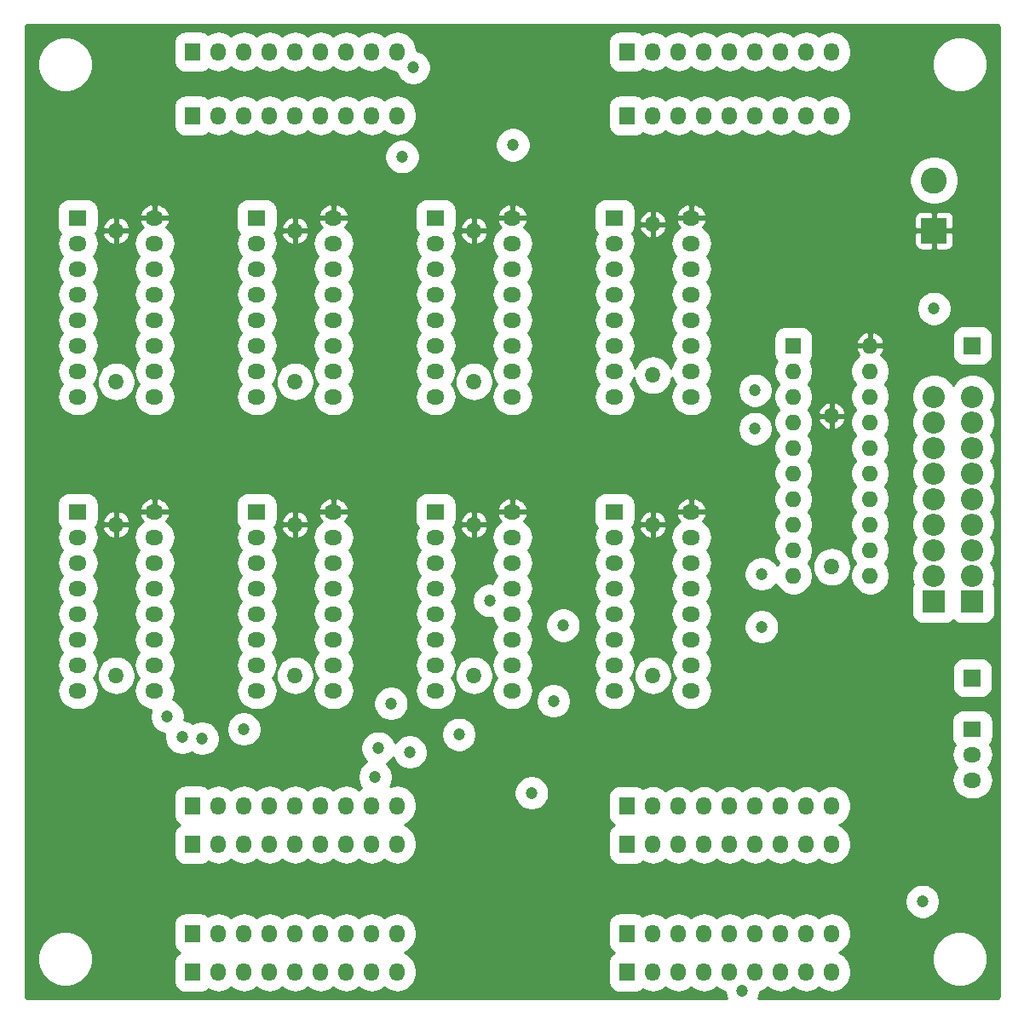
<source format=gbr>
%TF.GenerationSoftware,KiCad,Pcbnew,(5.1.8)-1*%
%TF.CreationDate,2023-02-18T01:15:33+03:00*%
%TF.ProjectId,MUX8x1-v5,4d555838-7831-42d7-9635-2e6b69636164,rev?*%
%TF.SameCoordinates,Original*%
%TF.FileFunction,Copper,L2,Inr*%
%TF.FilePolarity,Positive*%
%FSLAX46Y46*%
G04 Gerber Fmt 4.6, Leading zero omitted, Abs format (unit mm)*
G04 Created by KiCad (PCBNEW (5.1.8)-1) date 2023-02-18 01:15:33*
%MOMM*%
%LPD*%
G01*
G04 APERTURE LIST*
%TA.AperFunction,ComponentPad*%
%ADD10O,1.500000X1.600000*%
%TD*%
%TA.AperFunction,ComponentPad*%
%ADD11O,1.600000X1.600000*%
%TD*%
%TA.AperFunction,ComponentPad*%
%ADD12R,1.600000X1.600000*%
%TD*%
%TA.AperFunction,ComponentPad*%
%ADD13R,1.700000X1.700000*%
%TD*%
%TA.AperFunction,ComponentPad*%
%ADD14O,2.200000X2.200000*%
%TD*%
%TA.AperFunction,ComponentPad*%
%ADD15R,2.200000X2.200000*%
%TD*%
%TA.AperFunction,ComponentPad*%
%ADD16O,1.500000X1.800000*%
%TD*%
%TA.AperFunction,ComponentPad*%
%ADD17R,1.500000X1.800000*%
%TD*%
%TA.AperFunction,ComponentPad*%
%ADD18O,1.800000X1.500000*%
%TD*%
%TA.AperFunction,ComponentPad*%
%ADD19R,1.800000X1.500000*%
%TD*%
%TA.AperFunction,ComponentPad*%
%ADD20C,2.600000*%
%TD*%
%TA.AperFunction,ComponentPad*%
%ADD21R,2.600000X2.600000*%
%TD*%
%TA.AperFunction,ViaPad*%
%ADD22C,1.200000*%
%TD*%
%TA.AperFunction,Conductor*%
%ADD23C,0.254000*%
%TD*%
%TA.AperFunction,Conductor*%
%ADD24C,0.100000*%
%TD*%
G04 APERTURE END LIST*
D10*
%TO.N,GND*%
%TO.C,C9*%
X137160000Y-93105000D03*
%TO.N,VCC*%
X137160000Y-78105000D03*
%TD*%
D11*
%TO.N,VCC*%
%TO.C,U9*%
X140970000Y-71120000D03*
%TO.N,GND*%
X133350000Y-93980000D03*
%TO.N,/~OE*%
X140970000Y-73660000D03*
%TO.N,/O7*%
X133350000Y-91440000D03*
%TO.N,/BUS0*%
X140970000Y-76200000D03*
%TO.N,/O6*%
X133350000Y-88900000D03*
%TO.N,/BUS1*%
X140970000Y-78740000D03*
%TO.N,/O5*%
X133350000Y-86360000D03*
%TO.N,/BUS2*%
X140970000Y-81280000D03*
%TO.N,/O4*%
X133350000Y-83820000D03*
%TO.N,/BUS3*%
X140970000Y-83820000D03*
%TO.N,/O3*%
X133350000Y-81280000D03*
%TO.N,/BUS4*%
X140970000Y-86360000D03*
%TO.N,/O2*%
X133350000Y-78740000D03*
%TO.N,/BUS5*%
X140970000Y-88900000D03*
%TO.N,/O1*%
X133350000Y-76200000D03*
%TO.N,/BUS6*%
X140970000Y-91440000D03*
%TO.N,/O0*%
X133350000Y-73660000D03*
%TO.N,/BUS7*%
X140970000Y-93980000D03*
D12*
%TO.N,Net-(R2-Pad1)*%
X133350000Y-71120000D03*
%TD*%
D13*
%TO.N,/~OE*%
%TO.C,J7*%
X151130000Y-71120000D03*
%TD*%
D14*
%TO.N,/BUS0*%
%TO.C,J3*%
X147320000Y-76200000D03*
%TO.N,/BUS1*%
X147320000Y-78740000D03*
%TO.N,/BUS2*%
X147320000Y-81280000D03*
%TO.N,/BUS3*%
X147320000Y-83820000D03*
%TO.N,/BUS4*%
X147320000Y-86360000D03*
%TO.N,/BUS5*%
X147320000Y-88900000D03*
%TO.N,/BUS6*%
X147320000Y-91440000D03*
%TO.N,/BUS7*%
X147320000Y-93980000D03*
D15*
%TO.N,GND*%
X147320000Y-96520000D03*
%TD*%
D14*
%TO.N,/BUS0*%
%TO.C,J21*%
X151130000Y-76200000D03*
%TO.N,/BUS1*%
X151130000Y-78740000D03*
%TO.N,/BUS2*%
X151130000Y-81280000D03*
%TO.N,/BUS3*%
X151130000Y-83820000D03*
%TO.N,/BUS4*%
X151130000Y-86360000D03*
%TO.N,/BUS5*%
X151130000Y-88900000D03*
%TO.N,/BUS6*%
X151130000Y-91440000D03*
%TO.N,/BUS7*%
X151130000Y-93980000D03*
D15*
%TO.N,GND*%
X151130000Y-96520000D03*
%TD*%
D16*
%TO.N,/H7*%
%TO.C,J18*%
X137160000Y-129540000D03*
%TO.N,/H6*%
X134620000Y-129540000D03*
%TO.N,/H5*%
X132080000Y-129540000D03*
%TO.N,/H4*%
X129540000Y-129540000D03*
%TO.N,/H3*%
X127000000Y-129540000D03*
%TO.N,/H2*%
X124460000Y-129540000D03*
%TO.N,/H1*%
X121920000Y-129540000D03*
%TO.N,/H0*%
X119380000Y-129540000D03*
D17*
%TO.N,GND*%
X116840000Y-129540000D03*
%TD*%
D16*
%TO.N,/H7*%
%TO.C,J16*%
X137160000Y-133350000D03*
%TO.N,/H6*%
X134620000Y-133350000D03*
%TO.N,/H5*%
X132080000Y-133350000D03*
%TO.N,/H4*%
X129540000Y-133350000D03*
%TO.N,/H3*%
X127000000Y-133350000D03*
%TO.N,/H2*%
X124460000Y-133350000D03*
%TO.N,/H1*%
X121920000Y-133350000D03*
%TO.N,/H0*%
X119380000Y-133350000D03*
D17*
%TO.N,GND*%
X116840000Y-133350000D03*
%TD*%
D16*
%TO.N,/D7*%
%TO.C,J15*%
X137160000Y-48260000D03*
%TO.N,/D6*%
X134620000Y-48260000D03*
%TO.N,/D5*%
X132080000Y-48260000D03*
%TO.N,/D4*%
X129540000Y-48260000D03*
%TO.N,/D3*%
X127000000Y-48260000D03*
%TO.N,/D2*%
X124460000Y-48260000D03*
%TO.N,/D1*%
X121920000Y-48260000D03*
%TO.N,/D0*%
X119380000Y-48260000D03*
D17*
%TO.N,GND*%
X116840000Y-48260000D03*
%TD*%
D16*
%TO.N,/G7*%
%TO.C,J14*%
X93980000Y-133350000D03*
%TO.N,/G6*%
X91440000Y-133350000D03*
%TO.N,/G5*%
X88900000Y-133350000D03*
%TO.N,/G4*%
X86360000Y-133350000D03*
%TO.N,/G3*%
X83820000Y-133350000D03*
%TO.N,/G2*%
X81280000Y-133350000D03*
%TO.N,/G1*%
X78740000Y-133350000D03*
%TO.N,/G0*%
X76200000Y-133350000D03*
D17*
%TO.N,GND*%
X73660000Y-133350000D03*
%TD*%
D16*
%TO.N,/G7*%
%TO.C,J12*%
X93980000Y-129540000D03*
%TO.N,/G6*%
X91440000Y-129540000D03*
%TO.N,/G5*%
X88900000Y-129540000D03*
%TO.N,/G4*%
X86360000Y-129540000D03*
%TO.N,/G3*%
X83820000Y-129540000D03*
%TO.N,/G2*%
X81280000Y-129540000D03*
%TO.N,/G1*%
X78740000Y-129540000D03*
%TO.N,/G0*%
X76200000Y-129540000D03*
D17*
%TO.N,GND*%
X73660000Y-129540000D03*
%TD*%
D16*
%TO.N,/C7*%
%TO.C,J11*%
X93980000Y-48260000D03*
%TO.N,/C6*%
X91440000Y-48260000D03*
%TO.N,/C5*%
X88900000Y-48260000D03*
%TO.N,/C4*%
X86360000Y-48260000D03*
%TO.N,/C3*%
X83820000Y-48260000D03*
%TO.N,/C2*%
X81280000Y-48260000D03*
%TO.N,/C1*%
X78740000Y-48260000D03*
%TO.N,/C0*%
X76200000Y-48260000D03*
D17*
%TO.N,GND*%
X73660000Y-48260000D03*
%TD*%
D16*
%TO.N,/F7*%
%TO.C,J8*%
X137160000Y-116880000D03*
%TO.N,/F6*%
X134620000Y-116880000D03*
%TO.N,/F5*%
X132080000Y-116880000D03*
%TO.N,/F4*%
X129540000Y-116880000D03*
%TO.N,/F3*%
X127000000Y-116880000D03*
%TO.N,/F2*%
X124460000Y-116880000D03*
%TO.N,/F1*%
X121920000Y-116880000D03*
%TO.N,/F0*%
X119380000Y-116880000D03*
D17*
%TO.N,GND*%
X116840000Y-116880000D03*
%TD*%
D16*
%TO.N,/F7*%
%TO.C,J6*%
X137160000Y-120650000D03*
%TO.N,/F6*%
X134620000Y-120650000D03*
%TO.N,/F5*%
X132080000Y-120650000D03*
%TO.N,/F4*%
X129540000Y-120650000D03*
%TO.N,/F3*%
X127000000Y-120650000D03*
%TO.N,/F2*%
X124460000Y-120650000D03*
%TO.N,/F1*%
X121920000Y-120650000D03*
%TO.N,/F0*%
X119380000Y-120650000D03*
D17*
%TO.N,GND*%
X116840000Y-120650000D03*
%TD*%
D16*
%TO.N,/B7*%
%TO.C,J5*%
X137160000Y-41910000D03*
%TO.N,/B6*%
X134620000Y-41910000D03*
%TO.N,/B5*%
X132080000Y-41910000D03*
%TO.N,/B4*%
X129540000Y-41910000D03*
%TO.N,/B3*%
X127000000Y-41910000D03*
%TO.N,/B2*%
X124460000Y-41910000D03*
%TO.N,/B1*%
X121920000Y-41910000D03*
%TO.N,/B0*%
X119380000Y-41910000D03*
D17*
%TO.N,GND*%
X116840000Y-41910000D03*
%TD*%
D16*
%TO.N,/E7*%
%TO.C,J4*%
X93980000Y-116840000D03*
%TO.N,/E6*%
X91440000Y-116840000D03*
%TO.N,/E5*%
X88900000Y-116840000D03*
%TO.N,/E4*%
X86360000Y-116840000D03*
%TO.N,/E3*%
X83820000Y-116840000D03*
%TO.N,/E2*%
X81280000Y-116840000D03*
%TO.N,/E1*%
X78740000Y-116840000D03*
%TO.N,/E0*%
X76200000Y-116840000D03*
D17*
%TO.N,GND*%
X73660000Y-116840000D03*
%TD*%
D16*
%TO.N,/E7*%
%TO.C,J2*%
X93980000Y-120650000D03*
%TO.N,/E6*%
X91440000Y-120650000D03*
%TO.N,/E5*%
X88900000Y-120650000D03*
%TO.N,/E4*%
X86360000Y-120650000D03*
%TO.N,/E3*%
X83820000Y-120650000D03*
%TO.N,/E2*%
X81280000Y-120650000D03*
%TO.N,/E1*%
X78740000Y-120650000D03*
%TO.N,/E0*%
X76200000Y-120650000D03*
D17*
%TO.N,GND*%
X73660000Y-120650000D03*
%TD*%
D16*
%TO.N,/A7*%
%TO.C,J1*%
X93980000Y-41910000D03*
%TO.N,/A6*%
X91440000Y-41910000D03*
%TO.N,/A5*%
X88900000Y-41910000D03*
%TO.N,/A4*%
X86360000Y-41910000D03*
%TO.N,/A3*%
X83820000Y-41910000D03*
%TO.N,/A2*%
X81280000Y-41910000D03*
%TO.N,/A1*%
X78740000Y-41910000D03*
%TO.N,/A0*%
X76200000Y-41910000D03*
D17*
%TO.N,GND*%
X73660000Y-41910000D03*
%TD*%
D10*
%TO.N,GND*%
%TO.C,C8*%
X119380000Y-103900000D03*
%TO.N,VCC*%
X119380000Y-88900000D03*
%TD*%
%TO.N,GND*%
%TO.C,C7*%
X101600000Y-103900000D03*
%TO.N,VCC*%
X101600000Y-88900000D03*
%TD*%
%TO.N,GND*%
%TO.C,C6*%
X83820000Y-103900000D03*
%TO.N,VCC*%
X83820000Y-88900000D03*
%TD*%
%TO.N,GND*%
%TO.C,C5*%
X66040000Y-103900000D03*
%TO.N,VCC*%
X66040000Y-88900000D03*
%TD*%
%TO.N,GND*%
%TO.C,C4*%
X119380000Y-74055000D03*
%TO.N,VCC*%
X119380000Y-59055000D03*
%TD*%
%TO.N,GND*%
%TO.C,C3*%
X101600000Y-74690000D03*
%TO.N,VCC*%
X101600000Y-59690000D03*
%TD*%
%TO.N,GND*%
%TO.C,C2*%
X83820000Y-74690000D03*
%TO.N,VCC*%
X83820000Y-59690000D03*
%TD*%
%TO.N,GND*%
%TO.C,C1*%
X66040000Y-74690000D03*
%TO.N,VCC*%
X66040000Y-59690000D03*
%TD*%
D18*
%TO.N,VCC*%
%TO.C,U8*%
X123190000Y-87630000D03*
%TO.N,GND*%
X115570000Y-105410000D03*
%TO.N,/E7*%
X123190000Y-90170000D03*
%TO.N,/~E*%
X115570000Y-102870000D03*
%TO.N,/F7*%
X123190000Y-92710000D03*
%TO.N,Net-(U8-Pad6)*%
X115570000Y-100330000D03*
%TO.N,/G7*%
X123190000Y-95250000D03*
%TO.N,/O7*%
X115570000Y-97790000D03*
%TO.N,/H7*%
X123190000Y-97790000D03*
%TO.N,/A7*%
X115570000Y-95250000D03*
%TO.N,/S0*%
X123190000Y-100330000D03*
%TO.N,/B7*%
X115570000Y-92710000D03*
%TO.N,/S1*%
X123190000Y-102870000D03*
%TO.N,/C7*%
X115570000Y-90170000D03*
%TO.N,/S2*%
X123190000Y-105410000D03*
D19*
%TO.N,/D7*%
X115570000Y-87630000D03*
%TD*%
D18*
%TO.N,VCC*%
%TO.C,U7*%
X105410000Y-87630000D03*
%TO.N,GND*%
X97790000Y-105410000D03*
%TO.N,/E6*%
X105410000Y-90170000D03*
%TO.N,/~E*%
X97790000Y-102870000D03*
%TO.N,/F6*%
X105410000Y-92710000D03*
%TO.N,Net-(U7-Pad6)*%
X97790000Y-100330000D03*
%TO.N,/G6*%
X105410000Y-95250000D03*
%TO.N,/O6*%
X97790000Y-97790000D03*
%TO.N,/H6*%
X105410000Y-97790000D03*
%TO.N,/A6*%
X97790000Y-95250000D03*
%TO.N,/S0*%
X105410000Y-100330000D03*
%TO.N,/B6*%
X97790000Y-92710000D03*
%TO.N,/S1*%
X105410000Y-102870000D03*
%TO.N,/C6*%
X97790000Y-90170000D03*
%TO.N,/S2*%
X105410000Y-105410000D03*
D19*
%TO.N,/D6*%
X97790000Y-87630000D03*
%TD*%
D18*
%TO.N,VCC*%
%TO.C,U6*%
X87630000Y-87630000D03*
%TO.N,GND*%
X80010000Y-105410000D03*
%TO.N,/E5*%
X87630000Y-90170000D03*
%TO.N,/~E*%
X80010000Y-102870000D03*
%TO.N,/F5*%
X87630000Y-92710000D03*
%TO.N,Net-(U6-Pad6)*%
X80010000Y-100330000D03*
%TO.N,/G5*%
X87630000Y-95250000D03*
%TO.N,/O5*%
X80010000Y-97790000D03*
%TO.N,/H5*%
X87630000Y-97790000D03*
%TO.N,/A5*%
X80010000Y-95250000D03*
%TO.N,/S0*%
X87630000Y-100330000D03*
%TO.N,/B5*%
X80010000Y-92710000D03*
%TO.N,/S1*%
X87630000Y-102870000D03*
%TO.N,/C5*%
X80010000Y-90170000D03*
%TO.N,/S2*%
X87630000Y-105410000D03*
D19*
%TO.N,/D5*%
X80010000Y-87630000D03*
%TD*%
D18*
%TO.N,VCC*%
%TO.C,U5*%
X69850000Y-87630000D03*
%TO.N,GND*%
X62230000Y-105410000D03*
%TO.N,/E4*%
X69850000Y-90170000D03*
%TO.N,/~E*%
X62230000Y-102870000D03*
%TO.N,/F4*%
X69850000Y-92710000D03*
%TO.N,Net-(U5-Pad6)*%
X62230000Y-100330000D03*
%TO.N,/G4*%
X69850000Y-95250000D03*
%TO.N,/O4*%
X62230000Y-97790000D03*
%TO.N,/H4*%
X69850000Y-97790000D03*
%TO.N,/A4*%
X62230000Y-95250000D03*
%TO.N,/S0*%
X69850000Y-100330000D03*
%TO.N,/B4*%
X62230000Y-92710000D03*
%TO.N,/S1*%
X69850000Y-102870000D03*
%TO.N,/C4*%
X62230000Y-90170000D03*
%TO.N,/S2*%
X69850000Y-105410000D03*
D19*
%TO.N,/D4*%
X62230000Y-87630000D03*
%TD*%
D18*
%TO.N,VCC*%
%TO.C,U4*%
X123190000Y-58420000D03*
%TO.N,GND*%
X115570000Y-76200000D03*
%TO.N,/E3*%
X123190000Y-60960000D03*
%TO.N,/~E*%
X115570000Y-73660000D03*
%TO.N,/F3*%
X123190000Y-63500000D03*
%TO.N,Net-(U4-Pad6)*%
X115570000Y-71120000D03*
%TO.N,/G3*%
X123190000Y-66040000D03*
%TO.N,/O3*%
X115570000Y-68580000D03*
%TO.N,/H3*%
X123190000Y-68580000D03*
%TO.N,/A3*%
X115570000Y-66040000D03*
%TO.N,/S0*%
X123190000Y-71120000D03*
%TO.N,/B3*%
X115570000Y-63500000D03*
%TO.N,/S1*%
X123190000Y-73660000D03*
%TO.N,/C3*%
X115570000Y-60960000D03*
%TO.N,/S2*%
X123190000Y-76200000D03*
D19*
%TO.N,/D3*%
X115570000Y-58420000D03*
%TD*%
D18*
%TO.N,VCC*%
%TO.C,U3*%
X105410000Y-58420000D03*
%TO.N,GND*%
X97790000Y-76200000D03*
%TO.N,/E2*%
X105410000Y-60960000D03*
%TO.N,/~E*%
X97790000Y-73660000D03*
%TO.N,/F2*%
X105410000Y-63500000D03*
%TO.N,Net-(U3-Pad6)*%
X97790000Y-71120000D03*
%TO.N,/G2*%
X105410000Y-66040000D03*
%TO.N,/O2*%
X97790000Y-68580000D03*
%TO.N,/H2*%
X105410000Y-68580000D03*
%TO.N,/A2*%
X97790000Y-66040000D03*
%TO.N,/S0*%
X105410000Y-71120000D03*
%TO.N,/B2*%
X97790000Y-63500000D03*
%TO.N,/S1*%
X105410000Y-73660000D03*
%TO.N,/C2*%
X97790000Y-60960000D03*
%TO.N,/S2*%
X105410000Y-76200000D03*
D19*
%TO.N,/D2*%
X97790000Y-58420000D03*
%TD*%
D18*
%TO.N,VCC*%
%TO.C,U2*%
X87630000Y-58420000D03*
%TO.N,GND*%
X80010000Y-76200000D03*
%TO.N,/E1*%
X87630000Y-60960000D03*
%TO.N,/~E*%
X80010000Y-73660000D03*
%TO.N,/F1*%
X87630000Y-63500000D03*
%TO.N,Net-(U2-Pad6)*%
X80010000Y-71120000D03*
%TO.N,/G1*%
X87630000Y-66040000D03*
%TO.N,/O1*%
X80010000Y-68580000D03*
%TO.N,/H1*%
X87630000Y-68580000D03*
%TO.N,/A1*%
X80010000Y-66040000D03*
%TO.N,/S0*%
X87630000Y-71120000D03*
%TO.N,/B1*%
X80010000Y-63500000D03*
%TO.N,/S1*%
X87630000Y-73660000D03*
%TO.N,/C1*%
X80010000Y-60960000D03*
%TO.N,/S2*%
X87630000Y-76200000D03*
D19*
%TO.N,/D1*%
X80010000Y-58420000D03*
%TD*%
D18*
%TO.N,VCC*%
%TO.C,U1*%
X69850000Y-58420000D03*
%TO.N,GND*%
X62230000Y-76200000D03*
%TO.N,/E0*%
X69850000Y-60960000D03*
%TO.N,/~E*%
X62230000Y-73660000D03*
%TO.N,/F0*%
X69850000Y-63500000D03*
%TO.N,Net-(U1-Pad6)*%
X62230000Y-71120000D03*
%TO.N,/G0*%
X69850000Y-66040000D03*
%TO.N,/O0*%
X62230000Y-68580000D03*
%TO.N,/H0*%
X69850000Y-68580000D03*
%TO.N,/A0*%
X62230000Y-66040000D03*
%TO.N,/S0*%
X69850000Y-71120000D03*
%TO.N,/B0*%
X62230000Y-63500000D03*
%TO.N,/S1*%
X69850000Y-73660000D03*
%TO.N,/C0*%
X62230000Y-60960000D03*
%TO.N,/S2*%
X69850000Y-76200000D03*
D19*
%TO.N,/D0*%
X62230000Y-58420000D03*
%TD*%
D13*
%TO.N,/~E*%
%TO.C,J20*%
X151130000Y-104140000D03*
%TD*%
D18*
%TO.N,/S2*%
%TO.C,J10*%
X151130000Y-114300000D03*
%TO.N,/S1*%
X151130000Y-111760000D03*
D19*
%TO.N,/S0*%
X151130000Y-109220000D03*
%TD*%
D20*
%TO.N,GND*%
%TO.C,J9*%
X147320000Y-54690000D03*
D21*
%TO.N,VCC*%
X147320000Y-59690000D03*
%TD*%
D22*
%TO.N,GND*%
X147320000Y-67441700D03*
X146163200Y-126360500D03*
%TO.N,/A3*%
X95562400Y-43502600D03*
%TO.N,/E7*%
X103150200Y-96450300D03*
%TO.N,/E4*%
X72581100Y-110046100D03*
%TO.N,/E3*%
X128270000Y-135255000D03*
%TO.N,/E2*%
X91785800Y-113982500D03*
%TO.N,/F7*%
X130175000Y-93804100D03*
%TO.N,/F6*%
X109488300Y-106416100D03*
%TO.N,/F5*%
X93345000Y-106680000D03*
%TO.N,/F4*%
X71120000Y-107950000D03*
%TO.N,/F1*%
X100094150Y-109773350D03*
%TO.N,/F0*%
X78740000Y-109220000D03*
%TO.N,/C3*%
X105463200Y-51170400D03*
%TO.N,/C2*%
X94463100Y-52335500D03*
%TO.N,/G7*%
X110449000Y-98919000D03*
%TO.N,/G3*%
X129540000Y-75565000D03*
%TO.N,/H7*%
X130175000Y-99060000D03*
%TO.N,/H6*%
X107315000Y-115570000D03*
%TO.N,/H5*%
X92075000Y-111125000D03*
%TO.N,/H1*%
X95250000Y-111506600D03*
%TO.N,/H0*%
X74595700Y-110155700D03*
%TO.N,/O0*%
X129540000Y-79375000D03*
%TD*%
D23*
%TO.N,VCC*%
X153688726Y-39275438D02*
X153706732Y-39280874D01*
X153723348Y-39289709D01*
X153737927Y-39301599D01*
X153749919Y-39316095D01*
X153758867Y-39332644D01*
X153764430Y-39350615D01*
X153772000Y-39422642D01*
X153772001Y-135832861D01*
X153764562Y-135908726D01*
X153759126Y-135926733D01*
X153750291Y-135943348D01*
X153738402Y-135957925D01*
X153723905Y-135969919D01*
X153707355Y-135978867D01*
X153689386Y-135984430D01*
X153617358Y-135992000D01*
X129851335Y-135992000D01*
X129946018Y-135763414D01*
X130013000Y-135426671D01*
X130013000Y-135334697D01*
X130267925Y-135257366D01*
X130596783Y-135081587D01*
X130810000Y-134906605D01*
X131023217Y-135081587D01*
X131352076Y-135257366D01*
X131708908Y-135365610D01*
X132080000Y-135402159D01*
X132451093Y-135365610D01*
X132807925Y-135257366D01*
X133136783Y-135081587D01*
X133350000Y-134906605D01*
X133563217Y-135081587D01*
X133892076Y-135257366D01*
X134248908Y-135365610D01*
X134620000Y-135402159D01*
X134991093Y-135365610D01*
X135347925Y-135257366D01*
X135676783Y-135081587D01*
X135890000Y-134906605D01*
X136103217Y-135081587D01*
X136432076Y-135257366D01*
X136788908Y-135365610D01*
X137160000Y-135402159D01*
X137531093Y-135365610D01*
X137887925Y-135257366D01*
X138216783Y-135081587D01*
X138505030Y-134845030D01*
X138741587Y-134556783D01*
X138917366Y-134227924D01*
X139025610Y-133871092D01*
X139053000Y-133592993D01*
X139053000Y-133107006D01*
X139025610Y-132828907D01*
X138917366Y-132472075D01*
X138741587Y-132143217D01*
X138505030Y-131854970D01*
X138450037Y-131809838D01*
X147117000Y-131809838D01*
X147117000Y-132350162D01*
X147222412Y-132880104D01*
X147429185Y-133379298D01*
X147729373Y-133828560D01*
X148111440Y-134210627D01*
X148560702Y-134510815D01*
X149059896Y-134717588D01*
X149589838Y-134823000D01*
X150130162Y-134823000D01*
X150660104Y-134717588D01*
X151159298Y-134510815D01*
X151608560Y-134210627D01*
X151990627Y-133828560D01*
X152290815Y-133379298D01*
X152497588Y-132880104D01*
X152603000Y-132350162D01*
X152603000Y-131809838D01*
X152497588Y-131279896D01*
X152290815Y-130780702D01*
X151990627Y-130331440D01*
X151608560Y-129949373D01*
X151159298Y-129649185D01*
X150660104Y-129442412D01*
X150130162Y-129337000D01*
X149589838Y-129337000D01*
X149059896Y-129442412D01*
X148560702Y-129649185D01*
X148111440Y-129949373D01*
X147729373Y-130331440D01*
X147429185Y-130780702D01*
X147222412Y-131279896D01*
X147117000Y-131809838D01*
X138450037Y-131809838D01*
X138216783Y-131618413D01*
X137892351Y-131445000D01*
X138216783Y-131271587D01*
X138505030Y-131035030D01*
X138741587Y-130746783D01*
X138917366Y-130417924D01*
X139025610Y-130061092D01*
X139053000Y-129782993D01*
X139053000Y-129297006D01*
X139025610Y-129018907D01*
X138917366Y-128662075D01*
X138741587Y-128333217D01*
X138505030Y-128044970D01*
X138216783Y-127808413D01*
X137887924Y-127632634D01*
X137531092Y-127524390D01*
X137160000Y-127487841D01*
X136788907Y-127524390D01*
X136432075Y-127632634D01*
X136103217Y-127808413D01*
X135890000Y-127983395D01*
X135676783Y-127808413D01*
X135347924Y-127632634D01*
X134991092Y-127524390D01*
X134620000Y-127487841D01*
X134248907Y-127524390D01*
X133892075Y-127632634D01*
X133563217Y-127808413D01*
X133350000Y-127983395D01*
X133136783Y-127808413D01*
X132807924Y-127632634D01*
X132451092Y-127524390D01*
X132080000Y-127487841D01*
X131708907Y-127524390D01*
X131352075Y-127632634D01*
X131023217Y-127808413D01*
X130810000Y-127983395D01*
X130596783Y-127808413D01*
X130267924Y-127632634D01*
X129911092Y-127524390D01*
X129540000Y-127487841D01*
X129168907Y-127524390D01*
X128812075Y-127632634D01*
X128483217Y-127808413D01*
X128270000Y-127983395D01*
X128056783Y-127808413D01*
X127727924Y-127632634D01*
X127371092Y-127524390D01*
X127000000Y-127487841D01*
X126628907Y-127524390D01*
X126272075Y-127632634D01*
X125943217Y-127808413D01*
X125730000Y-127983395D01*
X125516783Y-127808413D01*
X125187924Y-127632634D01*
X124831092Y-127524390D01*
X124460000Y-127487841D01*
X124088907Y-127524390D01*
X123732075Y-127632634D01*
X123403217Y-127808413D01*
X123190000Y-127983395D01*
X122976783Y-127808413D01*
X122647924Y-127632634D01*
X122291092Y-127524390D01*
X121920000Y-127487841D01*
X121548907Y-127524390D01*
X121192075Y-127632634D01*
X120863217Y-127808413D01*
X120650000Y-127983395D01*
X120436783Y-127808413D01*
X120107924Y-127632634D01*
X119751092Y-127524390D01*
X119380000Y-127487841D01*
X119008907Y-127524390D01*
X118652075Y-127632634D01*
X118356652Y-127790542D01*
X118228089Y-127685032D01*
X118029523Y-127578897D01*
X117814067Y-127513539D01*
X117590000Y-127491470D01*
X116090000Y-127491470D01*
X115865933Y-127513539D01*
X115650477Y-127578897D01*
X115451911Y-127685032D01*
X115277867Y-127827867D01*
X115135032Y-128001911D01*
X115028897Y-128200477D01*
X114963539Y-128415933D01*
X114941470Y-128640000D01*
X114941470Y-130440000D01*
X114963539Y-130664067D01*
X115028897Y-130879523D01*
X115135032Y-131078089D01*
X115277867Y-131252133D01*
X115451911Y-131394968D01*
X115545515Y-131445000D01*
X115451911Y-131495032D01*
X115277867Y-131637867D01*
X115135032Y-131811911D01*
X115028897Y-132010477D01*
X114963539Y-132225933D01*
X114941470Y-132450000D01*
X114941470Y-134250000D01*
X114963539Y-134474067D01*
X115028897Y-134689523D01*
X115135032Y-134888089D01*
X115277867Y-135062133D01*
X115451911Y-135204968D01*
X115650477Y-135311103D01*
X115865933Y-135376461D01*
X116090000Y-135398530D01*
X117590000Y-135398530D01*
X117814067Y-135376461D01*
X118029523Y-135311103D01*
X118228089Y-135204968D01*
X118356652Y-135099458D01*
X118652076Y-135257366D01*
X119008908Y-135365610D01*
X119380000Y-135402159D01*
X119751093Y-135365610D01*
X120107925Y-135257366D01*
X120436783Y-135081587D01*
X120650000Y-134906605D01*
X120863217Y-135081587D01*
X121192076Y-135257366D01*
X121548908Y-135365610D01*
X121920000Y-135402159D01*
X122291093Y-135365610D01*
X122647925Y-135257366D01*
X122976783Y-135081587D01*
X123190000Y-134906605D01*
X123403217Y-135081587D01*
X123732076Y-135257366D01*
X124088908Y-135365610D01*
X124460000Y-135402159D01*
X124831093Y-135365610D01*
X125187925Y-135257366D01*
X125516783Y-135081587D01*
X125730000Y-134906605D01*
X125943217Y-135081587D01*
X126272076Y-135257366D01*
X126527000Y-135334696D01*
X126527000Y-135426671D01*
X126593982Y-135763414D01*
X126688665Y-135992000D01*
X57207129Y-135992000D01*
X57131274Y-135984562D01*
X57113267Y-135979126D01*
X57096652Y-135970291D01*
X57082075Y-135958402D01*
X57070081Y-135943905D01*
X57061133Y-135927355D01*
X57055570Y-135909386D01*
X57048000Y-135837358D01*
X57048000Y-131809838D01*
X58217000Y-131809838D01*
X58217000Y-132350162D01*
X58322412Y-132880104D01*
X58529185Y-133379298D01*
X58829373Y-133828560D01*
X59211440Y-134210627D01*
X59660702Y-134510815D01*
X60159896Y-134717588D01*
X60689838Y-134823000D01*
X61230162Y-134823000D01*
X61760104Y-134717588D01*
X62259298Y-134510815D01*
X62708560Y-134210627D01*
X63090627Y-133828560D01*
X63390815Y-133379298D01*
X63597588Y-132880104D01*
X63703000Y-132350162D01*
X63703000Y-131809838D01*
X63597588Y-131279896D01*
X63390815Y-130780702D01*
X63090627Y-130331440D01*
X62708560Y-129949373D01*
X62259298Y-129649185D01*
X61760104Y-129442412D01*
X61230162Y-129337000D01*
X60689838Y-129337000D01*
X60159896Y-129442412D01*
X59660702Y-129649185D01*
X59211440Y-129949373D01*
X58829373Y-130331440D01*
X58529185Y-130780702D01*
X58322412Y-131279896D01*
X58217000Y-131809838D01*
X57048000Y-131809838D01*
X57048000Y-128640000D01*
X71761470Y-128640000D01*
X71761470Y-130440000D01*
X71783539Y-130664067D01*
X71848897Y-130879523D01*
X71955032Y-131078089D01*
X72097867Y-131252133D01*
X72271911Y-131394968D01*
X72365515Y-131445000D01*
X72271911Y-131495032D01*
X72097867Y-131637867D01*
X71955032Y-131811911D01*
X71848897Y-132010477D01*
X71783539Y-132225933D01*
X71761470Y-132450000D01*
X71761470Y-134250000D01*
X71783539Y-134474067D01*
X71848897Y-134689523D01*
X71955032Y-134888089D01*
X72097867Y-135062133D01*
X72271911Y-135204968D01*
X72470477Y-135311103D01*
X72685933Y-135376461D01*
X72910000Y-135398530D01*
X74410000Y-135398530D01*
X74634067Y-135376461D01*
X74849523Y-135311103D01*
X75048089Y-135204968D01*
X75176652Y-135099458D01*
X75472076Y-135257366D01*
X75828908Y-135365610D01*
X76200000Y-135402159D01*
X76571093Y-135365610D01*
X76927925Y-135257366D01*
X77256783Y-135081587D01*
X77470000Y-134906605D01*
X77683217Y-135081587D01*
X78012076Y-135257366D01*
X78368908Y-135365610D01*
X78740000Y-135402159D01*
X79111093Y-135365610D01*
X79467925Y-135257366D01*
X79796783Y-135081587D01*
X80010000Y-134906605D01*
X80223217Y-135081587D01*
X80552076Y-135257366D01*
X80908908Y-135365610D01*
X81280000Y-135402159D01*
X81651093Y-135365610D01*
X82007925Y-135257366D01*
X82336783Y-135081587D01*
X82550000Y-134906605D01*
X82763217Y-135081587D01*
X83092076Y-135257366D01*
X83448908Y-135365610D01*
X83820000Y-135402159D01*
X84191093Y-135365610D01*
X84547925Y-135257366D01*
X84876783Y-135081587D01*
X85090000Y-134906605D01*
X85303217Y-135081587D01*
X85632076Y-135257366D01*
X85988908Y-135365610D01*
X86360000Y-135402159D01*
X86731093Y-135365610D01*
X87087925Y-135257366D01*
X87416783Y-135081587D01*
X87630000Y-134906605D01*
X87843217Y-135081587D01*
X88172076Y-135257366D01*
X88528908Y-135365610D01*
X88900000Y-135402159D01*
X89271093Y-135365610D01*
X89627925Y-135257366D01*
X89956783Y-135081587D01*
X90170000Y-134906605D01*
X90383217Y-135081587D01*
X90712076Y-135257366D01*
X91068908Y-135365610D01*
X91440000Y-135402159D01*
X91811093Y-135365610D01*
X92167925Y-135257366D01*
X92496783Y-135081587D01*
X92710000Y-134906605D01*
X92923217Y-135081587D01*
X93252076Y-135257366D01*
X93608908Y-135365610D01*
X93980000Y-135402159D01*
X94351093Y-135365610D01*
X94707925Y-135257366D01*
X95036783Y-135081587D01*
X95325030Y-134845030D01*
X95561587Y-134556783D01*
X95737366Y-134227924D01*
X95845610Y-133871092D01*
X95873000Y-133592993D01*
X95873000Y-133107006D01*
X95845610Y-132828907D01*
X95737366Y-132472075D01*
X95561587Y-132143217D01*
X95325030Y-131854970D01*
X95036783Y-131618413D01*
X94712351Y-131445000D01*
X95036783Y-131271587D01*
X95325030Y-131035030D01*
X95561587Y-130746783D01*
X95737366Y-130417924D01*
X95845610Y-130061092D01*
X95873000Y-129782993D01*
X95873000Y-129297006D01*
X95845610Y-129018907D01*
X95737366Y-128662075D01*
X95561587Y-128333217D01*
X95325030Y-128044970D01*
X95036783Y-127808413D01*
X94707924Y-127632634D01*
X94351092Y-127524390D01*
X93980000Y-127487841D01*
X93608907Y-127524390D01*
X93252075Y-127632634D01*
X92923217Y-127808413D01*
X92710000Y-127983395D01*
X92496783Y-127808413D01*
X92167924Y-127632634D01*
X91811092Y-127524390D01*
X91440000Y-127487841D01*
X91068907Y-127524390D01*
X90712075Y-127632634D01*
X90383217Y-127808413D01*
X90170000Y-127983395D01*
X89956783Y-127808413D01*
X89627924Y-127632634D01*
X89271092Y-127524390D01*
X88900000Y-127487841D01*
X88528907Y-127524390D01*
X88172075Y-127632634D01*
X87843217Y-127808413D01*
X87630000Y-127983395D01*
X87416783Y-127808413D01*
X87087924Y-127632634D01*
X86731092Y-127524390D01*
X86360000Y-127487841D01*
X85988907Y-127524390D01*
X85632075Y-127632634D01*
X85303217Y-127808413D01*
X85090000Y-127983395D01*
X84876783Y-127808413D01*
X84547924Y-127632634D01*
X84191092Y-127524390D01*
X83820000Y-127487841D01*
X83448907Y-127524390D01*
X83092075Y-127632634D01*
X82763217Y-127808413D01*
X82550000Y-127983395D01*
X82336783Y-127808413D01*
X82007924Y-127632634D01*
X81651092Y-127524390D01*
X81280000Y-127487841D01*
X80908907Y-127524390D01*
X80552075Y-127632634D01*
X80223217Y-127808413D01*
X80010000Y-127983395D01*
X79796783Y-127808413D01*
X79467924Y-127632634D01*
X79111092Y-127524390D01*
X78740000Y-127487841D01*
X78368907Y-127524390D01*
X78012075Y-127632634D01*
X77683217Y-127808413D01*
X77470000Y-127983395D01*
X77256783Y-127808413D01*
X76927924Y-127632634D01*
X76571092Y-127524390D01*
X76200000Y-127487841D01*
X75828907Y-127524390D01*
X75472075Y-127632634D01*
X75176652Y-127790542D01*
X75048089Y-127685032D01*
X74849523Y-127578897D01*
X74634067Y-127513539D01*
X74410000Y-127491470D01*
X72910000Y-127491470D01*
X72685933Y-127513539D01*
X72470477Y-127578897D01*
X72271911Y-127685032D01*
X72097867Y-127827867D01*
X71955032Y-128001911D01*
X71848897Y-128200477D01*
X71783539Y-128415933D01*
X71761470Y-128640000D01*
X57048000Y-128640000D01*
X57048000Y-126188829D01*
X144420200Y-126188829D01*
X144420200Y-126532171D01*
X144487182Y-126868914D01*
X144618573Y-127186120D01*
X144809323Y-127471598D01*
X145052102Y-127714377D01*
X145337580Y-127905127D01*
X145654786Y-128036518D01*
X145991529Y-128103500D01*
X146334871Y-128103500D01*
X146671614Y-128036518D01*
X146988820Y-127905127D01*
X147274298Y-127714377D01*
X147517077Y-127471598D01*
X147707827Y-127186120D01*
X147839218Y-126868914D01*
X147906200Y-126532171D01*
X147906200Y-126188829D01*
X147839218Y-125852086D01*
X147707827Y-125534880D01*
X147517077Y-125249402D01*
X147274298Y-125006623D01*
X146988820Y-124815873D01*
X146671614Y-124684482D01*
X146334871Y-124617500D01*
X145991529Y-124617500D01*
X145654786Y-124684482D01*
X145337580Y-124815873D01*
X145052102Y-125006623D01*
X144809323Y-125249402D01*
X144618573Y-125534880D01*
X144487182Y-125852086D01*
X144420200Y-126188829D01*
X57048000Y-126188829D01*
X57048000Y-115940000D01*
X71761470Y-115940000D01*
X71761470Y-117740000D01*
X71783539Y-117964067D01*
X71848897Y-118179523D01*
X71955032Y-118378089D01*
X72097867Y-118552133D01*
X72271911Y-118694968D01*
X72365515Y-118745000D01*
X72271911Y-118795032D01*
X72097867Y-118937867D01*
X71955032Y-119111911D01*
X71848897Y-119310477D01*
X71783539Y-119525933D01*
X71761470Y-119750000D01*
X71761470Y-121550000D01*
X71783539Y-121774067D01*
X71848897Y-121989523D01*
X71955032Y-122188089D01*
X72097867Y-122362133D01*
X72271911Y-122504968D01*
X72470477Y-122611103D01*
X72685933Y-122676461D01*
X72910000Y-122698530D01*
X74410000Y-122698530D01*
X74634067Y-122676461D01*
X74849523Y-122611103D01*
X75048089Y-122504968D01*
X75176652Y-122399458D01*
X75472076Y-122557366D01*
X75828908Y-122665610D01*
X76200000Y-122702159D01*
X76571093Y-122665610D01*
X76927925Y-122557366D01*
X77256783Y-122381587D01*
X77470000Y-122206605D01*
X77683217Y-122381587D01*
X78012076Y-122557366D01*
X78368908Y-122665610D01*
X78740000Y-122702159D01*
X79111093Y-122665610D01*
X79467925Y-122557366D01*
X79796783Y-122381587D01*
X80010000Y-122206605D01*
X80223217Y-122381587D01*
X80552076Y-122557366D01*
X80908908Y-122665610D01*
X81280000Y-122702159D01*
X81651093Y-122665610D01*
X82007925Y-122557366D01*
X82336783Y-122381587D01*
X82550000Y-122206605D01*
X82763217Y-122381587D01*
X83092076Y-122557366D01*
X83448908Y-122665610D01*
X83820000Y-122702159D01*
X84191093Y-122665610D01*
X84547925Y-122557366D01*
X84876783Y-122381587D01*
X85090000Y-122206605D01*
X85303217Y-122381587D01*
X85632076Y-122557366D01*
X85988908Y-122665610D01*
X86360000Y-122702159D01*
X86731093Y-122665610D01*
X87087925Y-122557366D01*
X87416783Y-122381587D01*
X87630000Y-122206605D01*
X87843217Y-122381587D01*
X88172076Y-122557366D01*
X88528908Y-122665610D01*
X88900000Y-122702159D01*
X89271093Y-122665610D01*
X89627925Y-122557366D01*
X89956783Y-122381587D01*
X90170000Y-122206605D01*
X90383217Y-122381587D01*
X90712076Y-122557366D01*
X91068908Y-122665610D01*
X91440000Y-122702159D01*
X91811093Y-122665610D01*
X92167925Y-122557366D01*
X92496783Y-122381587D01*
X92710000Y-122206605D01*
X92923217Y-122381587D01*
X93252076Y-122557366D01*
X93608908Y-122665610D01*
X93980000Y-122702159D01*
X94351093Y-122665610D01*
X94707925Y-122557366D01*
X95036783Y-122381587D01*
X95325030Y-122145030D01*
X95561587Y-121856783D01*
X95737366Y-121527924D01*
X95845610Y-121171092D01*
X95873000Y-120892993D01*
X95873000Y-120407006D01*
X95845610Y-120128907D01*
X95737366Y-119772075D01*
X95561587Y-119443217D01*
X95325030Y-119154970D01*
X95036783Y-118918413D01*
X94712351Y-118745000D01*
X95036783Y-118571587D01*
X95325030Y-118335030D01*
X95561587Y-118046783D01*
X95737366Y-117717924D01*
X95845610Y-117361092D01*
X95873000Y-117082993D01*
X95873000Y-116597006D01*
X95845610Y-116318907D01*
X95737366Y-115962075D01*
X95561587Y-115633217D01*
X95368821Y-115398329D01*
X105572000Y-115398329D01*
X105572000Y-115741671D01*
X105638982Y-116078414D01*
X105770373Y-116395620D01*
X105961123Y-116681098D01*
X106203902Y-116923877D01*
X106489380Y-117114627D01*
X106806586Y-117246018D01*
X107143329Y-117313000D01*
X107486671Y-117313000D01*
X107823414Y-117246018D01*
X108140620Y-117114627D01*
X108426098Y-116923877D01*
X108668877Y-116681098D01*
X108859627Y-116395620D01*
X108991018Y-116078414D01*
X109010593Y-115980000D01*
X114941470Y-115980000D01*
X114941470Y-117780000D01*
X114963539Y-118004067D01*
X115028897Y-118219523D01*
X115135032Y-118418089D01*
X115277867Y-118592133D01*
X115451911Y-118734968D01*
X115508097Y-118765000D01*
X115451911Y-118795032D01*
X115277867Y-118937867D01*
X115135032Y-119111911D01*
X115028897Y-119310477D01*
X114963539Y-119525933D01*
X114941470Y-119750000D01*
X114941470Y-121550000D01*
X114963539Y-121774067D01*
X115028897Y-121989523D01*
X115135032Y-122188089D01*
X115277867Y-122362133D01*
X115451911Y-122504968D01*
X115650477Y-122611103D01*
X115865933Y-122676461D01*
X116090000Y-122698530D01*
X117590000Y-122698530D01*
X117814067Y-122676461D01*
X118029523Y-122611103D01*
X118228089Y-122504968D01*
X118356652Y-122399458D01*
X118652076Y-122557366D01*
X119008908Y-122665610D01*
X119380000Y-122702159D01*
X119751093Y-122665610D01*
X120107925Y-122557366D01*
X120436783Y-122381587D01*
X120650000Y-122206605D01*
X120863217Y-122381587D01*
X121192076Y-122557366D01*
X121548908Y-122665610D01*
X121920000Y-122702159D01*
X122291093Y-122665610D01*
X122647925Y-122557366D01*
X122976783Y-122381587D01*
X123190000Y-122206605D01*
X123403217Y-122381587D01*
X123732076Y-122557366D01*
X124088908Y-122665610D01*
X124460000Y-122702159D01*
X124831093Y-122665610D01*
X125187925Y-122557366D01*
X125516783Y-122381587D01*
X125730000Y-122206605D01*
X125943217Y-122381587D01*
X126272076Y-122557366D01*
X126628908Y-122665610D01*
X127000000Y-122702159D01*
X127371093Y-122665610D01*
X127727925Y-122557366D01*
X128056783Y-122381587D01*
X128270000Y-122206605D01*
X128483217Y-122381587D01*
X128812076Y-122557366D01*
X129168908Y-122665610D01*
X129540000Y-122702159D01*
X129911093Y-122665610D01*
X130267925Y-122557366D01*
X130596783Y-122381587D01*
X130810000Y-122206605D01*
X131023217Y-122381587D01*
X131352076Y-122557366D01*
X131708908Y-122665610D01*
X132080000Y-122702159D01*
X132451093Y-122665610D01*
X132807925Y-122557366D01*
X133136783Y-122381587D01*
X133350000Y-122206605D01*
X133563217Y-122381587D01*
X133892076Y-122557366D01*
X134248908Y-122665610D01*
X134620000Y-122702159D01*
X134991093Y-122665610D01*
X135347925Y-122557366D01*
X135676783Y-122381587D01*
X135890000Y-122206605D01*
X136103217Y-122381587D01*
X136432076Y-122557366D01*
X136788908Y-122665610D01*
X137160000Y-122702159D01*
X137531093Y-122665610D01*
X137887925Y-122557366D01*
X138216783Y-122381587D01*
X138505030Y-122145030D01*
X138741587Y-121856783D01*
X138917366Y-121527924D01*
X139025610Y-121171092D01*
X139053000Y-120892993D01*
X139053000Y-120407006D01*
X139025610Y-120128907D01*
X138917366Y-119772075D01*
X138741587Y-119443217D01*
X138505030Y-119154970D01*
X138216783Y-118918413D01*
X137929768Y-118765000D01*
X138216783Y-118611587D01*
X138505030Y-118375030D01*
X138741587Y-118086783D01*
X138917366Y-117757924D01*
X139025610Y-117401092D01*
X139053000Y-117122993D01*
X139053000Y-116637006D01*
X139025610Y-116358907D01*
X138917366Y-116002075D01*
X138741587Y-115673217D01*
X138505030Y-115384970D01*
X138216783Y-115148413D01*
X137887924Y-114972634D01*
X137531092Y-114864390D01*
X137160000Y-114827841D01*
X136788907Y-114864390D01*
X136432075Y-114972634D01*
X136103217Y-115148413D01*
X135890000Y-115323395D01*
X135676783Y-115148413D01*
X135347924Y-114972634D01*
X134991092Y-114864390D01*
X134620000Y-114827841D01*
X134248907Y-114864390D01*
X133892075Y-114972634D01*
X133563217Y-115148413D01*
X133350000Y-115323395D01*
X133136783Y-115148413D01*
X132807924Y-114972634D01*
X132451092Y-114864390D01*
X132080000Y-114827841D01*
X131708907Y-114864390D01*
X131352075Y-114972634D01*
X131023217Y-115148413D01*
X130810000Y-115323395D01*
X130596783Y-115148413D01*
X130267924Y-114972634D01*
X129911092Y-114864390D01*
X129540000Y-114827841D01*
X129168907Y-114864390D01*
X128812075Y-114972634D01*
X128483217Y-115148413D01*
X128270000Y-115323395D01*
X128056783Y-115148413D01*
X127727924Y-114972634D01*
X127371092Y-114864390D01*
X127000000Y-114827841D01*
X126628907Y-114864390D01*
X126272075Y-114972634D01*
X125943217Y-115148413D01*
X125730000Y-115323395D01*
X125516783Y-115148413D01*
X125187924Y-114972634D01*
X124831092Y-114864390D01*
X124460000Y-114827841D01*
X124088907Y-114864390D01*
X123732075Y-114972634D01*
X123403217Y-115148413D01*
X123190000Y-115323395D01*
X122976783Y-115148413D01*
X122647924Y-114972634D01*
X122291092Y-114864390D01*
X121920000Y-114827841D01*
X121548907Y-114864390D01*
X121192075Y-114972634D01*
X120863217Y-115148413D01*
X120650000Y-115323395D01*
X120436783Y-115148413D01*
X120107924Y-114972634D01*
X119751092Y-114864390D01*
X119380000Y-114827841D01*
X119008907Y-114864390D01*
X118652075Y-114972634D01*
X118356652Y-115130542D01*
X118228089Y-115025032D01*
X118029523Y-114918897D01*
X117814067Y-114853539D01*
X117590000Y-114831470D01*
X116090000Y-114831470D01*
X115865933Y-114853539D01*
X115650477Y-114918897D01*
X115451911Y-115025032D01*
X115277867Y-115167867D01*
X115135032Y-115341911D01*
X115028897Y-115540477D01*
X114963539Y-115755933D01*
X114941470Y-115980000D01*
X109010593Y-115980000D01*
X109058000Y-115741671D01*
X109058000Y-115398329D01*
X108991018Y-115061586D01*
X108859627Y-114744380D01*
X108668877Y-114458902D01*
X108426098Y-114216123D01*
X108140620Y-114025373D01*
X107823414Y-113893982D01*
X107486671Y-113827000D01*
X107143329Y-113827000D01*
X106806586Y-113893982D01*
X106489380Y-114025373D01*
X106203902Y-114216123D01*
X105961123Y-114458902D01*
X105770373Y-114744380D01*
X105638982Y-115061586D01*
X105572000Y-115398329D01*
X95368821Y-115398329D01*
X95325030Y-115344970D01*
X95036783Y-115108413D01*
X94707924Y-114932634D01*
X94351092Y-114824390D01*
X93980000Y-114787841D01*
X93608907Y-114824390D01*
X93252075Y-114932634D01*
X93244538Y-114936663D01*
X93330427Y-114808120D01*
X93461818Y-114490914D01*
X93528800Y-114154171D01*
X93528800Y-113810829D01*
X93461818Y-113474086D01*
X93330427Y-113156880D01*
X93139677Y-112871402D01*
X92922969Y-112654694D01*
X93186098Y-112478877D01*
X93428877Y-112236098D01*
X93574984Y-112017433D01*
X93705373Y-112332220D01*
X93896123Y-112617698D01*
X94138902Y-112860477D01*
X94424380Y-113051227D01*
X94741586Y-113182618D01*
X95078329Y-113249600D01*
X95421671Y-113249600D01*
X95758414Y-113182618D01*
X96075620Y-113051227D01*
X96361098Y-112860477D01*
X96603877Y-112617698D01*
X96794627Y-112332220D01*
X96926018Y-112015014D01*
X96976743Y-111760000D01*
X149077841Y-111760000D01*
X149114390Y-112131093D01*
X149222634Y-112487925D01*
X149398413Y-112816783D01*
X149573395Y-113030000D01*
X149398413Y-113243217D01*
X149222634Y-113572075D01*
X149114390Y-113928907D01*
X149077841Y-114300000D01*
X149114390Y-114671093D01*
X149222634Y-115027925D01*
X149398413Y-115356783D01*
X149634970Y-115645030D01*
X149923217Y-115881587D01*
X150252075Y-116057366D01*
X150608907Y-116165610D01*
X150887006Y-116193000D01*
X151372994Y-116193000D01*
X151651093Y-116165610D01*
X152007925Y-116057366D01*
X152336783Y-115881587D01*
X152625030Y-115645030D01*
X152861587Y-115356783D01*
X153037366Y-115027925D01*
X153145610Y-114671093D01*
X153182159Y-114300000D01*
X153145610Y-113928907D01*
X153037366Y-113572075D01*
X152861587Y-113243217D01*
X152686605Y-113030000D01*
X152861587Y-112816783D01*
X153037366Y-112487925D01*
X153145610Y-112131093D01*
X153182159Y-111760000D01*
X153145610Y-111388907D01*
X153037366Y-111032075D01*
X152879458Y-110736652D01*
X152984968Y-110608089D01*
X153091103Y-110409523D01*
X153156461Y-110194067D01*
X153178530Y-109970000D01*
X153178530Y-108470000D01*
X153156461Y-108245933D01*
X153091103Y-108030477D01*
X152984968Y-107831911D01*
X152842133Y-107657867D01*
X152668089Y-107515032D01*
X152469523Y-107408897D01*
X152254067Y-107343539D01*
X152030000Y-107321470D01*
X150230000Y-107321470D01*
X150005933Y-107343539D01*
X149790477Y-107408897D01*
X149591911Y-107515032D01*
X149417867Y-107657867D01*
X149275032Y-107831911D01*
X149168897Y-108030477D01*
X149103539Y-108245933D01*
X149081470Y-108470000D01*
X149081470Y-109970000D01*
X149103539Y-110194067D01*
X149168897Y-110409523D01*
X149275032Y-110608089D01*
X149380542Y-110736652D01*
X149222634Y-111032075D01*
X149114390Y-111388907D01*
X149077841Y-111760000D01*
X96976743Y-111760000D01*
X96993000Y-111678271D01*
X96993000Y-111334929D01*
X96926018Y-110998186D01*
X96794627Y-110680980D01*
X96603877Y-110395502D01*
X96361098Y-110152723D01*
X96075620Y-109961973D01*
X95758414Y-109830582D01*
X95421671Y-109763600D01*
X95078329Y-109763600D01*
X94741586Y-109830582D01*
X94424380Y-109961973D01*
X94138902Y-110152723D01*
X93896123Y-110395502D01*
X93750016Y-110614167D01*
X93619627Y-110299380D01*
X93428877Y-110013902D01*
X93186098Y-109771123D01*
X92932507Y-109601679D01*
X98351150Y-109601679D01*
X98351150Y-109945021D01*
X98418132Y-110281764D01*
X98549523Y-110598970D01*
X98740273Y-110884448D01*
X98983052Y-111127227D01*
X99268530Y-111317977D01*
X99585736Y-111449368D01*
X99922479Y-111516350D01*
X100265821Y-111516350D01*
X100602564Y-111449368D01*
X100919770Y-111317977D01*
X101205248Y-111127227D01*
X101448027Y-110884448D01*
X101638777Y-110598970D01*
X101770168Y-110281764D01*
X101837150Y-109945021D01*
X101837150Y-109601679D01*
X101770168Y-109264936D01*
X101638777Y-108947730D01*
X101448027Y-108662252D01*
X101205248Y-108419473D01*
X100919770Y-108228723D01*
X100602564Y-108097332D01*
X100265821Y-108030350D01*
X99922479Y-108030350D01*
X99585736Y-108097332D01*
X99268530Y-108228723D01*
X98983052Y-108419473D01*
X98740273Y-108662252D01*
X98549523Y-108947730D01*
X98418132Y-109264936D01*
X98351150Y-109601679D01*
X92932507Y-109601679D01*
X92900620Y-109580373D01*
X92583414Y-109448982D01*
X92246671Y-109382000D01*
X91903329Y-109382000D01*
X91566586Y-109448982D01*
X91249380Y-109580373D01*
X90963902Y-109771123D01*
X90721123Y-110013902D01*
X90530373Y-110299380D01*
X90398982Y-110616586D01*
X90332000Y-110953329D01*
X90332000Y-111296671D01*
X90398982Y-111633414D01*
X90530373Y-111950620D01*
X90721123Y-112236098D01*
X90937831Y-112452806D01*
X90674702Y-112628623D01*
X90431923Y-112871402D01*
X90241173Y-113156880D01*
X90109782Y-113474086D01*
X90042800Y-113810829D01*
X90042800Y-114154171D01*
X90109782Y-114490914D01*
X90241173Y-114808120D01*
X90426399Y-115085331D01*
X90383217Y-115108413D01*
X90170000Y-115283395D01*
X89956783Y-115108413D01*
X89627924Y-114932634D01*
X89271092Y-114824390D01*
X88900000Y-114787841D01*
X88528907Y-114824390D01*
X88172075Y-114932634D01*
X87843217Y-115108413D01*
X87630000Y-115283395D01*
X87416783Y-115108413D01*
X87087924Y-114932634D01*
X86731092Y-114824390D01*
X86360000Y-114787841D01*
X85988907Y-114824390D01*
X85632075Y-114932634D01*
X85303217Y-115108413D01*
X85090000Y-115283395D01*
X84876783Y-115108413D01*
X84547924Y-114932634D01*
X84191092Y-114824390D01*
X83820000Y-114787841D01*
X83448907Y-114824390D01*
X83092075Y-114932634D01*
X82763217Y-115108413D01*
X82550000Y-115283395D01*
X82336783Y-115108413D01*
X82007924Y-114932634D01*
X81651092Y-114824390D01*
X81280000Y-114787841D01*
X80908907Y-114824390D01*
X80552075Y-114932634D01*
X80223217Y-115108413D01*
X80010000Y-115283395D01*
X79796783Y-115108413D01*
X79467924Y-114932634D01*
X79111092Y-114824390D01*
X78740000Y-114787841D01*
X78368907Y-114824390D01*
X78012075Y-114932634D01*
X77683217Y-115108413D01*
X77470000Y-115283395D01*
X77256783Y-115108413D01*
X76927924Y-114932634D01*
X76571092Y-114824390D01*
X76200000Y-114787841D01*
X75828907Y-114824390D01*
X75472075Y-114932634D01*
X75176652Y-115090542D01*
X75048089Y-114985032D01*
X74849523Y-114878897D01*
X74634067Y-114813539D01*
X74410000Y-114791470D01*
X72910000Y-114791470D01*
X72685933Y-114813539D01*
X72470477Y-114878897D01*
X72271911Y-114985032D01*
X72097867Y-115127867D01*
X71955032Y-115301911D01*
X71848897Y-115500477D01*
X71783539Y-115715933D01*
X71761470Y-115940000D01*
X57048000Y-115940000D01*
X57048000Y-90170000D01*
X60177841Y-90170000D01*
X60214390Y-90541093D01*
X60322634Y-90897925D01*
X60498413Y-91226783D01*
X60673395Y-91440000D01*
X60498413Y-91653217D01*
X60322634Y-91982075D01*
X60214390Y-92338907D01*
X60177841Y-92710000D01*
X60214390Y-93081093D01*
X60322634Y-93437925D01*
X60498413Y-93766783D01*
X60673395Y-93980000D01*
X60498413Y-94193217D01*
X60322634Y-94522075D01*
X60214390Y-94878907D01*
X60177841Y-95250000D01*
X60214390Y-95621093D01*
X60322634Y-95977925D01*
X60498413Y-96306783D01*
X60673395Y-96520000D01*
X60498413Y-96733217D01*
X60322634Y-97062075D01*
X60214390Y-97418907D01*
X60177841Y-97790000D01*
X60214390Y-98161093D01*
X60322634Y-98517925D01*
X60498413Y-98846783D01*
X60673395Y-99060000D01*
X60498413Y-99273217D01*
X60322634Y-99602075D01*
X60214390Y-99958907D01*
X60177841Y-100330000D01*
X60214390Y-100701093D01*
X60322634Y-101057925D01*
X60498413Y-101386783D01*
X60673395Y-101600000D01*
X60498413Y-101813217D01*
X60322634Y-102142075D01*
X60214390Y-102498907D01*
X60177841Y-102870000D01*
X60214390Y-103241093D01*
X60322634Y-103597925D01*
X60498413Y-103926783D01*
X60673395Y-104140000D01*
X60498413Y-104353217D01*
X60322634Y-104682075D01*
X60214390Y-105038907D01*
X60177841Y-105410000D01*
X60214390Y-105781093D01*
X60322634Y-106137925D01*
X60498413Y-106466783D01*
X60734970Y-106755030D01*
X61023217Y-106991587D01*
X61352075Y-107167366D01*
X61708907Y-107275610D01*
X61987006Y-107303000D01*
X62472994Y-107303000D01*
X62751093Y-107275610D01*
X63107925Y-107167366D01*
X63436783Y-106991587D01*
X63725030Y-106755030D01*
X63961587Y-106466783D01*
X64137366Y-106137925D01*
X64245610Y-105781093D01*
X64282159Y-105410000D01*
X64245610Y-105038907D01*
X64137366Y-104682075D01*
X63961587Y-104353217D01*
X63786605Y-104140000D01*
X63961587Y-103926783D01*
X64052335Y-103757006D01*
X64147000Y-103757006D01*
X64147000Y-104042993D01*
X64174390Y-104321092D01*
X64282634Y-104677924D01*
X64458413Y-105006783D01*
X64694970Y-105295030D01*
X64983217Y-105531587D01*
X65312075Y-105707366D01*
X65668907Y-105815610D01*
X66040000Y-105852159D01*
X66411092Y-105815610D01*
X66767924Y-105707366D01*
X67096783Y-105531587D01*
X67385030Y-105295030D01*
X67621587Y-105006783D01*
X67797366Y-104677925D01*
X67905610Y-104321093D01*
X67933000Y-104042994D01*
X67933000Y-103757007D01*
X67905610Y-103478908D01*
X67797366Y-103122076D01*
X67621587Y-102793217D01*
X67385030Y-102504970D01*
X67096783Y-102268413D01*
X66767925Y-102092634D01*
X66411093Y-101984390D01*
X66040000Y-101947841D01*
X65668908Y-101984390D01*
X65312076Y-102092634D01*
X64983217Y-102268413D01*
X64694970Y-102504970D01*
X64458413Y-102793217D01*
X64282634Y-103122075D01*
X64174390Y-103478907D01*
X64147000Y-103757006D01*
X64052335Y-103757006D01*
X64137366Y-103597925D01*
X64245610Y-103241093D01*
X64282159Y-102870000D01*
X64245610Y-102498907D01*
X64137366Y-102142075D01*
X63961587Y-101813217D01*
X63786605Y-101600000D01*
X63961587Y-101386783D01*
X64137366Y-101057925D01*
X64245610Y-100701093D01*
X64282159Y-100330000D01*
X64245610Y-99958907D01*
X64137366Y-99602075D01*
X63961587Y-99273217D01*
X63786605Y-99060000D01*
X63961587Y-98846783D01*
X64137366Y-98517925D01*
X64245610Y-98161093D01*
X64282159Y-97790000D01*
X64245610Y-97418907D01*
X64137366Y-97062075D01*
X63961587Y-96733217D01*
X63786605Y-96520000D01*
X63961587Y-96306783D01*
X64137366Y-95977925D01*
X64245610Y-95621093D01*
X64282159Y-95250000D01*
X64245610Y-94878907D01*
X64137366Y-94522075D01*
X63961587Y-94193217D01*
X63786605Y-93980000D01*
X63961587Y-93766783D01*
X64137366Y-93437925D01*
X64245610Y-93081093D01*
X64282159Y-92710000D01*
X64245610Y-92338907D01*
X64137366Y-91982075D01*
X63961587Y-91653217D01*
X63786605Y-91440000D01*
X63961587Y-91226783D01*
X64137366Y-90897925D01*
X64245610Y-90541093D01*
X64282159Y-90170000D01*
X64245610Y-89798907D01*
X64137366Y-89442075D01*
X64030509Y-89242161D01*
X64687586Y-89242161D01*
X64770570Y-89500390D01*
X64902338Y-89737468D01*
X65077825Y-89944284D01*
X65290288Y-90112890D01*
X65531562Y-90236807D01*
X65698815Y-90292318D01*
X65913000Y-90169656D01*
X65913000Y-89027000D01*
X66167000Y-89027000D01*
X66167000Y-90169656D01*
X66381185Y-90292318D01*
X66548438Y-90236807D01*
X66678515Y-90170000D01*
X67797841Y-90170000D01*
X67834390Y-90541093D01*
X67942634Y-90897925D01*
X68118413Y-91226783D01*
X68293395Y-91440000D01*
X68118413Y-91653217D01*
X67942634Y-91982075D01*
X67834390Y-92338907D01*
X67797841Y-92710000D01*
X67834390Y-93081093D01*
X67942634Y-93437925D01*
X68118413Y-93766783D01*
X68293395Y-93980000D01*
X68118413Y-94193217D01*
X67942634Y-94522075D01*
X67834390Y-94878907D01*
X67797841Y-95250000D01*
X67834390Y-95621093D01*
X67942634Y-95977925D01*
X68118413Y-96306783D01*
X68293395Y-96520000D01*
X68118413Y-96733217D01*
X67942634Y-97062075D01*
X67834390Y-97418907D01*
X67797841Y-97790000D01*
X67834390Y-98161093D01*
X67942634Y-98517925D01*
X68118413Y-98846783D01*
X68293395Y-99060000D01*
X68118413Y-99273217D01*
X67942634Y-99602075D01*
X67834390Y-99958907D01*
X67797841Y-100330000D01*
X67834390Y-100701093D01*
X67942634Y-101057925D01*
X68118413Y-101386783D01*
X68293395Y-101600000D01*
X68118413Y-101813217D01*
X67942634Y-102142075D01*
X67834390Y-102498907D01*
X67797841Y-102870000D01*
X67834390Y-103241093D01*
X67942634Y-103597925D01*
X68118413Y-103926783D01*
X68293395Y-104140000D01*
X68118413Y-104353217D01*
X67942634Y-104682075D01*
X67834390Y-105038907D01*
X67797841Y-105410000D01*
X67834390Y-105781093D01*
X67942634Y-106137925D01*
X68118413Y-106466783D01*
X68354970Y-106755030D01*
X68643217Y-106991587D01*
X68972075Y-107167366D01*
X69328907Y-107275610D01*
X69505526Y-107293005D01*
X69443982Y-107441586D01*
X69377000Y-107778329D01*
X69377000Y-108121671D01*
X69443982Y-108458414D01*
X69575373Y-108775620D01*
X69766123Y-109061098D01*
X70008902Y-109303877D01*
X70294380Y-109494627D01*
X70611586Y-109626018D01*
X70877010Y-109678814D01*
X70838100Y-109874429D01*
X70838100Y-110217771D01*
X70905082Y-110554514D01*
X71036473Y-110871720D01*
X71227223Y-111157198D01*
X71470002Y-111399977D01*
X71755480Y-111590727D01*
X72072686Y-111722118D01*
X72409429Y-111789100D01*
X72752771Y-111789100D01*
X73089514Y-111722118D01*
X73406720Y-111590727D01*
X73506386Y-111524132D01*
X73770080Y-111700327D01*
X74087286Y-111831718D01*
X74424029Y-111898700D01*
X74767371Y-111898700D01*
X75104114Y-111831718D01*
X75421320Y-111700327D01*
X75706798Y-111509577D01*
X75949577Y-111266798D01*
X76140327Y-110981320D01*
X76271718Y-110664114D01*
X76338700Y-110327371D01*
X76338700Y-109984029D01*
X76271718Y-109647286D01*
X76140327Y-109330080D01*
X75952068Y-109048329D01*
X76997000Y-109048329D01*
X76997000Y-109391671D01*
X77063982Y-109728414D01*
X77195373Y-110045620D01*
X77386123Y-110331098D01*
X77628902Y-110573877D01*
X77914380Y-110764627D01*
X78231586Y-110896018D01*
X78568329Y-110963000D01*
X78911671Y-110963000D01*
X79248414Y-110896018D01*
X79565620Y-110764627D01*
X79851098Y-110573877D01*
X80093877Y-110331098D01*
X80284627Y-110045620D01*
X80416018Y-109728414D01*
X80483000Y-109391671D01*
X80483000Y-109048329D01*
X80416018Y-108711586D01*
X80284627Y-108394380D01*
X80093877Y-108108902D01*
X79851098Y-107866123D01*
X79565620Y-107675373D01*
X79248414Y-107543982D01*
X78911671Y-107477000D01*
X78568329Y-107477000D01*
X78231586Y-107543982D01*
X77914380Y-107675373D01*
X77628902Y-107866123D01*
X77386123Y-108108902D01*
X77195373Y-108394380D01*
X77063982Y-108711586D01*
X76997000Y-109048329D01*
X75952068Y-109048329D01*
X75949577Y-109044602D01*
X75706798Y-108801823D01*
X75421320Y-108611073D01*
X75104114Y-108479682D01*
X74767371Y-108412700D01*
X74424029Y-108412700D01*
X74087286Y-108479682D01*
X73770080Y-108611073D01*
X73670414Y-108677668D01*
X73406720Y-108501473D01*
X73089514Y-108370082D01*
X72824090Y-108317286D01*
X72863000Y-108121671D01*
X72863000Y-107778329D01*
X72796018Y-107441586D01*
X72664627Y-107124380D01*
X72473877Y-106838902D01*
X72231098Y-106596123D01*
X71945620Y-106405373D01*
X71674449Y-106293050D01*
X71757366Y-106137925D01*
X71865610Y-105781093D01*
X71902159Y-105410000D01*
X71865610Y-105038907D01*
X71757366Y-104682075D01*
X71581587Y-104353217D01*
X71406605Y-104140000D01*
X71581587Y-103926783D01*
X71757366Y-103597925D01*
X71865610Y-103241093D01*
X71902159Y-102870000D01*
X71865610Y-102498907D01*
X71757366Y-102142075D01*
X71581587Y-101813217D01*
X71406605Y-101600000D01*
X71581587Y-101386783D01*
X71757366Y-101057925D01*
X71865610Y-100701093D01*
X71902159Y-100330000D01*
X71865610Y-99958907D01*
X71757366Y-99602075D01*
X71581587Y-99273217D01*
X71406605Y-99060000D01*
X71581587Y-98846783D01*
X71757366Y-98517925D01*
X71865610Y-98161093D01*
X71902159Y-97790000D01*
X71865610Y-97418907D01*
X71757366Y-97062075D01*
X71581587Y-96733217D01*
X71406605Y-96520000D01*
X71581587Y-96306783D01*
X71757366Y-95977925D01*
X71865610Y-95621093D01*
X71902159Y-95250000D01*
X71865610Y-94878907D01*
X71757366Y-94522075D01*
X71581587Y-94193217D01*
X71406605Y-93980000D01*
X71581587Y-93766783D01*
X71757366Y-93437925D01*
X71865610Y-93081093D01*
X71902159Y-92710000D01*
X71865610Y-92338907D01*
X71757366Y-91982075D01*
X71581587Y-91653217D01*
X71406605Y-91440000D01*
X71581587Y-91226783D01*
X71757366Y-90897925D01*
X71865610Y-90541093D01*
X71902159Y-90170000D01*
X77957841Y-90170000D01*
X77994390Y-90541093D01*
X78102634Y-90897925D01*
X78278413Y-91226783D01*
X78453395Y-91440000D01*
X78278413Y-91653217D01*
X78102634Y-91982075D01*
X77994390Y-92338907D01*
X77957841Y-92710000D01*
X77994390Y-93081093D01*
X78102634Y-93437925D01*
X78278413Y-93766783D01*
X78453395Y-93980000D01*
X78278413Y-94193217D01*
X78102634Y-94522075D01*
X77994390Y-94878907D01*
X77957841Y-95250000D01*
X77994390Y-95621093D01*
X78102634Y-95977925D01*
X78278413Y-96306783D01*
X78453395Y-96520000D01*
X78278413Y-96733217D01*
X78102634Y-97062075D01*
X77994390Y-97418907D01*
X77957841Y-97790000D01*
X77994390Y-98161093D01*
X78102634Y-98517925D01*
X78278413Y-98846783D01*
X78453395Y-99060000D01*
X78278413Y-99273217D01*
X78102634Y-99602075D01*
X77994390Y-99958907D01*
X77957841Y-100330000D01*
X77994390Y-100701093D01*
X78102634Y-101057925D01*
X78278413Y-101386783D01*
X78453395Y-101600000D01*
X78278413Y-101813217D01*
X78102634Y-102142075D01*
X77994390Y-102498907D01*
X77957841Y-102870000D01*
X77994390Y-103241093D01*
X78102634Y-103597925D01*
X78278413Y-103926783D01*
X78453395Y-104140000D01*
X78278413Y-104353217D01*
X78102634Y-104682075D01*
X77994390Y-105038907D01*
X77957841Y-105410000D01*
X77994390Y-105781093D01*
X78102634Y-106137925D01*
X78278413Y-106466783D01*
X78514970Y-106755030D01*
X78803217Y-106991587D01*
X79132075Y-107167366D01*
X79488907Y-107275610D01*
X79767006Y-107303000D01*
X80252994Y-107303000D01*
X80531093Y-107275610D01*
X80887925Y-107167366D01*
X81216783Y-106991587D01*
X81505030Y-106755030D01*
X81741587Y-106466783D01*
X81917366Y-106137925D01*
X82025610Y-105781093D01*
X82062159Y-105410000D01*
X82025610Y-105038907D01*
X81917366Y-104682075D01*
X81741587Y-104353217D01*
X81566605Y-104140000D01*
X81741587Y-103926783D01*
X81832335Y-103757006D01*
X81927000Y-103757006D01*
X81927000Y-104042993D01*
X81954390Y-104321092D01*
X82062634Y-104677924D01*
X82238413Y-105006783D01*
X82474970Y-105295030D01*
X82763217Y-105531587D01*
X83092075Y-105707366D01*
X83448907Y-105815610D01*
X83820000Y-105852159D01*
X84191092Y-105815610D01*
X84547924Y-105707366D01*
X84876783Y-105531587D01*
X85165030Y-105295030D01*
X85401587Y-105006783D01*
X85577366Y-104677925D01*
X85685610Y-104321093D01*
X85713000Y-104042994D01*
X85713000Y-103757007D01*
X85685610Y-103478908D01*
X85577366Y-103122076D01*
X85401587Y-102793217D01*
X85165030Y-102504970D01*
X84876783Y-102268413D01*
X84547925Y-102092634D01*
X84191093Y-101984390D01*
X83820000Y-101947841D01*
X83448908Y-101984390D01*
X83092076Y-102092634D01*
X82763217Y-102268413D01*
X82474970Y-102504970D01*
X82238413Y-102793217D01*
X82062634Y-103122075D01*
X81954390Y-103478907D01*
X81927000Y-103757006D01*
X81832335Y-103757006D01*
X81917366Y-103597925D01*
X82025610Y-103241093D01*
X82062159Y-102870000D01*
X82025610Y-102498907D01*
X81917366Y-102142075D01*
X81741587Y-101813217D01*
X81566605Y-101600000D01*
X81741587Y-101386783D01*
X81917366Y-101057925D01*
X82025610Y-100701093D01*
X82062159Y-100330000D01*
X82025610Y-99958907D01*
X81917366Y-99602075D01*
X81741587Y-99273217D01*
X81566605Y-99060000D01*
X81741587Y-98846783D01*
X81917366Y-98517925D01*
X82025610Y-98161093D01*
X82062159Y-97790000D01*
X82025610Y-97418907D01*
X81917366Y-97062075D01*
X81741587Y-96733217D01*
X81566605Y-96520000D01*
X81741587Y-96306783D01*
X81917366Y-95977925D01*
X82025610Y-95621093D01*
X82062159Y-95250000D01*
X82025610Y-94878907D01*
X81917366Y-94522075D01*
X81741587Y-94193217D01*
X81566605Y-93980000D01*
X81741587Y-93766783D01*
X81917366Y-93437925D01*
X82025610Y-93081093D01*
X82062159Y-92710000D01*
X82025610Y-92338907D01*
X81917366Y-91982075D01*
X81741587Y-91653217D01*
X81566605Y-91440000D01*
X81741587Y-91226783D01*
X81917366Y-90897925D01*
X82025610Y-90541093D01*
X82062159Y-90170000D01*
X82025610Y-89798907D01*
X81917366Y-89442075D01*
X81810509Y-89242161D01*
X82467586Y-89242161D01*
X82550570Y-89500390D01*
X82682338Y-89737468D01*
X82857825Y-89944284D01*
X83070288Y-90112890D01*
X83311562Y-90236807D01*
X83478815Y-90292318D01*
X83693000Y-90169656D01*
X83693000Y-89027000D01*
X83947000Y-89027000D01*
X83947000Y-90169656D01*
X84161185Y-90292318D01*
X84328438Y-90236807D01*
X84458515Y-90170000D01*
X85577841Y-90170000D01*
X85614390Y-90541093D01*
X85722634Y-90897925D01*
X85898413Y-91226783D01*
X86073395Y-91440000D01*
X85898413Y-91653217D01*
X85722634Y-91982075D01*
X85614390Y-92338907D01*
X85577841Y-92710000D01*
X85614390Y-93081093D01*
X85722634Y-93437925D01*
X85898413Y-93766783D01*
X86073395Y-93980000D01*
X85898413Y-94193217D01*
X85722634Y-94522075D01*
X85614390Y-94878907D01*
X85577841Y-95250000D01*
X85614390Y-95621093D01*
X85722634Y-95977925D01*
X85898413Y-96306783D01*
X86073395Y-96520000D01*
X85898413Y-96733217D01*
X85722634Y-97062075D01*
X85614390Y-97418907D01*
X85577841Y-97790000D01*
X85614390Y-98161093D01*
X85722634Y-98517925D01*
X85898413Y-98846783D01*
X86073395Y-99060000D01*
X85898413Y-99273217D01*
X85722634Y-99602075D01*
X85614390Y-99958907D01*
X85577841Y-100330000D01*
X85614390Y-100701093D01*
X85722634Y-101057925D01*
X85898413Y-101386783D01*
X86073395Y-101600000D01*
X85898413Y-101813217D01*
X85722634Y-102142075D01*
X85614390Y-102498907D01*
X85577841Y-102870000D01*
X85614390Y-103241093D01*
X85722634Y-103597925D01*
X85898413Y-103926783D01*
X86073395Y-104140000D01*
X85898413Y-104353217D01*
X85722634Y-104682075D01*
X85614390Y-105038907D01*
X85577841Y-105410000D01*
X85614390Y-105781093D01*
X85722634Y-106137925D01*
X85898413Y-106466783D01*
X86134970Y-106755030D01*
X86423217Y-106991587D01*
X86752075Y-107167366D01*
X87108907Y-107275610D01*
X87387006Y-107303000D01*
X87872994Y-107303000D01*
X88151093Y-107275610D01*
X88507925Y-107167366D01*
X88836783Y-106991587D01*
X89125030Y-106755030D01*
X89327491Y-106508329D01*
X91602000Y-106508329D01*
X91602000Y-106851671D01*
X91668982Y-107188414D01*
X91800373Y-107505620D01*
X91991123Y-107791098D01*
X92233902Y-108033877D01*
X92519380Y-108224627D01*
X92836586Y-108356018D01*
X93173329Y-108423000D01*
X93516671Y-108423000D01*
X93853414Y-108356018D01*
X94170620Y-108224627D01*
X94456098Y-108033877D01*
X94698877Y-107791098D01*
X94889627Y-107505620D01*
X95021018Y-107188414D01*
X95088000Y-106851671D01*
X95088000Y-106508329D01*
X95021018Y-106171586D01*
X94889627Y-105854380D01*
X94698877Y-105568902D01*
X94456098Y-105326123D01*
X94170620Y-105135373D01*
X93853414Y-105003982D01*
X93516671Y-104937000D01*
X93173329Y-104937000D01*
X92836586Y-105003982D01*
X92519380Y-105135373D01*
X92233902Y-105326123D01*
X91991123Y-105568902D01*
X91800373Y-105854380D01*
X91668982Y-106171586D01*
X91602000Y-106508329D01*
X89327491Y-106508329D01*
X89361587Y-106466783D01*
X89537366Y-106137925D01*
X89645610Y-105781093D01*
X89682159Y-105410000D01*
X89645610Y-105038907D01*
X89537366Y-104682075D01*
X89361587Y-104353217D01*
X89186605Y-104140000D01*
X89361587Y-103926783D01*
X89537366Y-103597925D01*
X89645610Y-103241093D01*
X89682159Y-102870000D01*
X89645610Y-102498907D01*
X89537366Y-102142075D01*
X89361587Y-101813217D01*
X89186605Y-101600000D01*
X89361587Y-101386783D01*
X89537366Y-101057925D01*
X89645610Y-100701093D01*
X89682159Y-100330000D01*
X89645610Y-99958907D01*
X89537366Y-99602075D01*
X89361587Y-99273217D01*
X89186605Y-99060000D01*
X89361587Y-98846783D01*
X89537366Y-98517925D01*
X89645610Y-98161093D01*
X89682159Y-97790000D01*
X89645610Y-97418907D01*
X89537366Y-97062075D01*
X89361587Y-96733217D01*
X89186605Y-96520000D01*
X89361587Y-96306783D01*
X89537366Y-95977925D01*
X89645610Y-95621093D01*
X89682159Y-95250000D01*
X89645610Y-94878907D01*
X89537366Y-94522075D01*
X89361587Y-94193217D01*
X89186605Y-93980000D01*
X89361587Y-93766783D01*
X89537366Y-93437925D01*
X89645610Y-93081093D01*
X89682159Y-92710000D01*
X89645610Y-92338907D01*
X89537366Y-91982075D01*
X89361587Y-91653217D01*
X89186605Y-91440000D01*
X89361587Y-91226783D01*
X89537366Y-90897925D01*
X89645610Y-90541093D01*
X89682159Y-90170000D01*
X95737841Y-90170000D01*
X95774390Y-90541093D01*
X95882634Y-90897925D01*
X96058413Y-91226783D01*
X96233395Y-91440000D01*
X96058413Y-91653217D01*
X95882634Y-91982075D01*
X95774390Y-92338907D01*
X95737841Y-92710000D01*
X95774390Y-93081093D01*
X95882634Y-93437925D01*
X96058413Y-93766783D01*
X96233395Y-93980000D01*
X96058413Y-94193217D01*
X95882634Y-94522075D01*
X95774390Y-94878907D01*
X95737841Y-95250000D01*
X95774390Y-95621093D01*
X95882634Y-95977925D01*
X96058413Y-96306783D01*
X96233395Y-96520000D01*
X96058413Y-96733217D01*
X95882634Y-97062075D01*
X95774390Y-97418907D01*
X95737841Y-97790000D01*
X95774390Y-98161093D01*
X95882634Y-98517925D01*
X96058413Y-98846783D01*
X96233395Y-99060000D01*
X96058413Y-99273217D01*
X95882634Y-99602075D01*
X95774390Y-99958907D01*
X95737841Y-100330000D01*
X95774390Y-100701093D01*
X95882634Y-101057925D01*
X96058413Y-101386783D01*
X96233395Y-101600000D01*
X96058413Y-101813217D01*
X95882634Y-102142075D01*
X95774390Y-102498907D01*
X95737841Y-102870000D01*
X95774390Y-103241093D01*
X95882634Y-103597925D01*
X96058413Y-103926783D01*
X96233395Y-104140000D01*
X96058413Y-104353217D01*
X95882634Y-104682075D01*
X95774390Y-105038907D01*
X95737841Y-105410000D01*
X95774390Y-105781093D01*
X95882634Y-106137925D01*
X96058413Y-106466783D01*
X96294970Y-106755030D01*
X96583217Y-106991587D01*
X96912075Y-107167366D01*
X97268907Y-107275610D01*
X97547006Y-107303000D01*
X98032994Y-107303000D01*
X98311093Y-107275610D01*
X98667925Y-107167366D01*
X98996783Y-106991587D01*
X99285030Y-106755030D01*
X99521587Y-106466783D01*
X99697366Y-106137925D01*
X99805610Y-105781093D01*
X99842159Y-105410000D01*
X99805610Y-105038907D01*
X99697366Y-104682075D01*
X99521587Y-104353217D01*
X99346605Y-104140000D01*
X99521587Y-103926783D01*
X99612335Y-103757006D01*
X99707000Y-103757006D01*
X99707000Y-104042993D01*
X99734390Y-104321092D01*
X99842634Y-104677924D01*
X100018413Y-105006783D01*
X100254970Y-105295030D01*
X100543217Y-105531587D01*
X100872075Y-105707366D01*
X101228907Y-105815610D01*
X101600000Y-105852159D01*
X101971092Y-105815610D01*
X102327924Y-105707366D01*
X102656783Y-105531587D01*
X102945030Y-105295030D01*
X103181587Y-105006783D01*
X103357366Y-104677925D01*
X103465610Y-104321093D01*
X103493000Y-104042994D01*
X103493000Y-103757007D01*
X103465610Y-103478908D01*
X103357366Y-103122076D01*
X103181587Y-102793217D01*
X102945030Y-102504970D01*
X102656783Y-102268413D01*
X102327925Y-102092634D01*
X101971093Y-101984390D01*
X101600000Y-101947841D01*
X101228908Y-101984390D01*
X100872076Y-102092634D01*
X100543217Y-102268413D01*
X100254970Y-102504970D01*
X100018413Y-102793217D01*
X99842634Y-103122075D01*
X99734390Y-103478907D01*
X99707000Y-103757006D01*
X99612335Y-103757006D01*
X99697366Y-103597925D01*
X99805610Y-103241093D01*
X99842159Y-102870000D01*
X99805610Y-102498907D01*
X99697366Y-102142075D01*
X99521587Y-101813217D01*
X99346605Y-101600000D01*
X99521587Y-101386783D01*
X99697366Y-101057925D01*
X99805610Y-100701093D01*
X99842159Y-100330000D01*
X99805610Y-99958907D01*
X99697366Y-99602075D01*
X99521587Y-99273217D01*
X99346605Y-99060000D01*
X99521587Y-98846783D01*
X99697366Y-98517925D01*
X99805610Y-98161093D01*
X99842159Y-97790000D01*
X99805610Y-97418907D01*
X99697366Y-97062075D01*
X99521587Y-96733217D01*
X99346605Y-96520000D01*
X99521587Y-96306783D01*
X99536635Y-96278629D01*
X101407200Y-96278629D01*
X101407200Y-96621971D01*
X101474182Y-96958714D01*
X101605573Y-97275920D01*
X101796323Y-97561398D01*
X102039102Y-97804177D01*
X102324580Y-97994927D01*
X102641786Y-98126318D01*
X102978529Y-98193300D01*
X103321871Y-98193300D01*
X103399477Y-98177863D01*
X103502634Y-98517925D01*
X103678413Y-98846783D01*
X103853395Y-99060000D01*
X103678413Y-99273217D01*
X103502634Y-99602075D01*
X103394390Y-99958907D01*
X103357841Y-100330000D01*
X103394390Y-100701093D01*
X103502634Y-101057925D01*
X103678413Y-101386783D01*
X103853395Y-101600000D01*
X103678413Y-101813217D01*
X103502634Y-102142075D01*
X103394390Y-102498907D01*
X103357841Y-102870000D01*
X103394390Y-103241093D01*
X103502634Y-103597925D01*
X103678413Y-103926783D01*
X103853395Y-104140000D01*
X103678413Y-104353217D01*
X103502634Y-104682075D01*
X103394390Y-105038907D01*
X103357841Y-105410000D01*
X103394390Y-105781093D01*
X103502634Y-106137925D01*
X103678413Y-106466783D01*
X103914970Y-106755030D01*
X104203217Y-106991587D01*
X104532075Y-107167366D01*
X104888907Y-107275610D01*
X105167006Y-107303000D01*
X105652994Y-107303000D01*
X105931093Y-107275610D01*
X106287925Y-107167366D01*
X106616783Y-106991587D01*
X106905030Y-106755030D01*
X107141587Y-106466783D01*
X107260438Y-106244429D01*
X107745300Y-106244429D01*
X107745300Y-106587771D01*
X107812282Y-106924514D01*
X107943673Y-107241720D01*
X108134423Y-107527198D01*
X108377202Y-107769977D01*
X108662680Y-107960727D01*
X108979886Y-108092118D01*
X109316629Y-108159100D01*
X109659971Y-108159100D01*
X109996714Y-108092118D01*
X110313920Y-107960727D01*
X110599398Y-107769977D01*
X110842177Y-107527198D01*
X111032927Y-107241720D01*
X111164318Y-106924514D01*
X111231300Y-106587771D01*
X111231300Y-106244429D01*
X111164318Y-105907686D01*
X111032927Y-105590480D01*
X110842177Y-105305002D01*
X110599398Y-105062223D01*
X110313920Y-104871473D01*
X109996714Y-104740082D01*
X109659971Y-104673100D01*
X109316629Y-104673100D01*
X108979886Y-104740082D01*
X108662680Y-104871473D01*
X108377202Y-105062223D01*
X108134423Y-105305002D01*
X107943673Y-105590480D01*
X107812282Y-105907686D01*
X107745300Y-106244429D01*
X107260438Y-106244429D01*
X107317366Y-106137925D01*
X107425610Y-105781093D01*
X107462159Y-105410000D01*
X107425610Y-105038907D01*
X107317366Y-104682075D01*
X107141587Y-104353217D01*
X106966605Y-104140000D01*
X107141587Y-103926783D01*
X107317366Y-103597925D01*
X107425610Y-103241093D01*
X107462159Y-102870000D01*
X107425610Y-102498907D01*
X107317366Y-102142075D01*
X107141587Y-101813217D01*
X106966605Y-101600000D01*
X107141587Y-101386783D01*
X107317366Y-101057925D01*
X107425610Y-100701093D01*
X107462159Y-100330000D01*
X107425610Y-99958907D01*
X107317366Y-99602075D01*
X107141587Y-99273217D01*
X106966605Y-99060000D01*
X107141587Y-98846783D01*
X107194746Y-98747329D01*
X108706000Y-98747329D01*
X108706000Y-99090671D01*
X108772982Y-99427414D01*
X108904373Y-99744620D01*
X109095123Y-100030098D01*
X109337902Y-100272877D01*
X109623380Y-100463627D01*
X109940586Y-100595018D01*
X110277329Y-100662000D01*
X110620671Y-100662000D01*
X110957414Y-100595018D01*
X111274620Y-100463627D01*
X111560098Y-100272877D01*
X111802877Y-100030098D01*
X111993627Y-99744620D01*
X112125018Y-99427414D01*
X112192000Y-99090671D01*
X112192000Y-98747329D01*
X112125018Y-98410586D01*
X111993627Y-98093380D01*
X111802877Y-97807902D01*
X111560098Y-97565123D01*
X111274620Y-97374373D01*
X110957414Y-97242982D01*
X110620671Y-97176000D01*
X110277329Y-97176000D01*
X109940586Y-97242982D01*
X109623380Y-97374373D01*
X109337902Y-97565123D01*
X109095123Y-97807902D01*
X108904373Y-98093380D01*
X108772982Y-98410586D01*
X108706000Y-98747329D01*
X107194746Y-98747329D01*
X107317366Y-98517925D01*
X107425610Y-98161093D01*
X107462159Y-97790000D01*
X107425610Y-97418907D01*
X107317366Y-97062075D01*
X107141587Y-96733217D01*
X106966605Y-96520000D01*
X107141587Y-96306783D01*
X107317366Y-95977925D01*
X107425610Y-95621093D01*
X107462159Y-95250000D01*
X107425610Y-94878907D01*
X107317366Y-94522075D01*
X107141587Y-94193217D01*
X106966605Y-93980000D01*
X107141587Y-93766783D01*
X107317366Y-93437925D01*
X107425610Y-93081093D01*
X107462159Y-92710000D01*
X107425610Y-92338907D01*
X107317366Y-91982075D01*
X107141587Y-91653217D01*
X106966605Y-91440000D01*
X107141587Y-91226783D01*
X107317366Y-90897925D01*
X107425610Y-90541093D01*
X107462159Y-90170000D01*
X113517841Y-90170000D01*
X113554390Y-90541093D01*
X113662634Y-90897925D01*
X113838413Y-91226783D01*
X114013395Y-91440000D01*
X113838413Y-91653217D01*
X113662634Y-91982075D01*
X113554390Y-92338907D01*
X113517841Y-92710000D01*
X113554390Y-93081093D01*
X113662634Y-93437925D01*
X113838413Y-93766783D01*
X114013395Y-93980000D01*
X113838413Y-94193217D01*
X113662634Y-94522075D01*
X113554390Y-94878907D01*
X113517841Y-95250000D01*
X113554390Y-95621093D01*
X113662634Y-95977925D01*
X113838413Y-96306783D01*
X114013395Y-96520000D01*
X113838413Y-96733217D01*
X113662634Y-97062075D01*
X113554390Y-97418907D01*
X113517841Y-97790000D01*
X113554390Y-98161093D01*
X113662634Y-98517925D01*
X113838413Y-98846783D01*
X114013395Y-99060000D01*
X113838413Y-99273217D01*
X113662634Y-99602075D01*
X113554390Y-99958907D01*
X113517841Y-100330000D01*
X113554390Y-100701093D01*
X113662634Y-101057925D01*
X113838413Y-101386783D01*
X114013395Y-101600000D01*
X113838413Y-101813217D01*
X113662634Y-102142075D01*
X113554390Y-102498907D01*
X113517841Y-102870000D01*
X113554390Y-103241093D01*
X113662634Y-103597925D01*
X113838413Y-103926783D01*
X114013395Y-104140000D01*
X113838413Y-104353217D01*
X113662634Y-104682075D01*
X113554390Y-105038907D01*
X113517841Y-105410000D01*
X113554390Y-105781093D01*
X113662634Y-106137925D01*
X113838413Y-106466783D01*
X114074970Y-106755030D01*
X114363217Y-106991587D01*
X114692075Y-107167366D01*
X115048907Y-107275610D01*
X115327006Y-107303000D01*
X115812994Y-107303000D01*
X116091093Y-107275610D01*
X116447925Y-107167366D01*
X116776783Y-106991587D01*
X117065030Y-106755030D01*
X117301587Y-106466783D01*
X117477366Y-106137925D01*
X117585610Y-105781093D01*
X117622159Y-105410000D01*
X117585610Y-105038907D01*
X117477366Y-104682075D01*
X117301587Y-104353217D01*
X117126605Y-104140000D01*
X117301587Y-103926783D01*
X117392335Y-103757006D01*
X117487000Y-103757006D01*
X117487000Y-104042993D01*
X117514390Y-104321092D01*
X117622634Y-104677924D01*
X117798413Y-105006783D01*
X118034970Y-105295030D01*
X118323217Y-105531587D01*
X118652075Y-105707366D01*
X119008907Y-105815610D01*
X119380000Y-105852159D01*
X119751092Y-105815610D01*
X120107924Y-105707366D01*
X120436783Y-105531587D01*
X120725030Y-105295030D01*
X120961587Y-105006783D01*
X121137366Y-104677925D01*
X121245610Y-104321093D01*
X121273000Y-104042994D01*
X121273000Y-103757007D01*
X121245610Y-103478908D01*
X121137366Y-103122076D01*
X120961587Y-102793217D01*
X120725030Y-102504970D01*
X120436783Y-102268413D01*
X120107925Y-102092634D01*
X119751093Y-101984390D01*
X119380000Y-101947841D01*
X119008908Y-101984390D01*
X118652076Y-102092634D01*
X118323217Y-102268413D01*
X118034970Y-102504970D01*
X117798413Y-102793217D01*
X117622634Y-103122075D01*
X117514390Y-103478907D01*
X117487000Y-103757006D01*
X117392335Y-103757006D01*
X117477366Y-103597925D01*
X117585610Y-103241093D01*
X117622159Y-102870000D01*
X117585610Y-102498907D01*
X117477366Y-102142075D01*
X117301587Y-101813217D01*
X117126605Y-101600000D01*
X117301587Y-101386783D01*
X117477366Y-101057925D01*
X117585610Y-100701093D01*
X117622159Y-100330000D01*
X117585610Y-99958907D01*
X117477366Y-99602075D01*
X117301587Y-99273217D01*
X117126605Y-99060000D01*
X117301587Y-98846783D01*
X117477366Y-98517925D01*
X117585610Y-98161093D01*
X117622159Y-97790000D01*
X117585610Y-97418907D01*
X117477366Y-97062075D01*
X117301587Y-96733217D01*
X117126605Y-96520000D01*
X117301587Y-96306783D01*
X117477366Y-95977925D01*
X117585610Y-95621093D01*
X117622159Y-95250000D01*
X117585610Y-94878907D01*
X117477366Y-94522075D01*
X117301587Y-94193217D01*
X117126605Y-93980000D01*
X117301587Y-93766783D01*
X117477366Y-93437925D01*
X117585610Y-93081093D01*
X117622159Y-92710000D01*
X117585610Y-92338907D01*
X117477366Y-91982075D01*
X117301587Y-91653217D01*
X117126605Y-91440000D01*
X117301587Y-91226783D01*
X117477366Y-90897925D01*
X117585610Y-90541093D01*
X117622159Y-90170000D01*
X117585610Y-89798907D01*
X117477366Y-89442075D01*
X117370509Y-89242161D01*
X118027586Y-89242161D01*
X118110570Y-89500390D01*
X118242338Y-89737468D01*
X118417825Y-89944284D01*
X118630288Y-90112890D01*
X118871562Y-90236807D01*
X119038815Y-90292318D01*
X119253000Y-90169656D01*
X119253000Y-89027000D01*
X119507000Y-89027000D01*
X119507000Y-90169656D01*
X119721185Y-90292318D01*
X119888438Y-90236807D01*
X120018515Y-90170000D01*
X121137841Y-90170000D01*
X121174390Y-90541093D01*
X121282634Y-90897925D01*
X121458413Y-91226783D01*
X121633395Y-91440000D01*
X121458413Y-91653217D01*
X121282634Y-91982075D01*
X121174390Y-92338907D01*
X121137841Y-92710000D01*
X121174390Y-93081093D01*
X121282634Y-93437925D01*
X121458413Y-93766783D01*
X121633395Y-93980000D01*
X121458413Y-94193217D01*
X121282634Y-94522075D01*
X121174390Y-94878907D01*
X121137841Y-95250000D01*
X121174390Y-95621093D01*
X121282634Y-95977925D01*
X121458413Y-96306783D01*
X121633395Y-96520000D01*
X121458413Y-96733217D01*
X121282634Y-97062075D01*
X121174390Y-97418907D01*
X121137841Y-97790000D01*
X121174390Y-98161093D01*
X121282634Y-98517925D01*
X121458413Y-98846783D01*
X121633395Y-99060000D01*
X121458413Y-99273217D01*
X121282634Y-99602075D01*
X121174390Y-99958907D01*
X121137841Y-100330000D01*
X121174390Y-100701093D01*
X121282634Y-101057925D01*
X121458413Y-101386783D01*
X121633395Y-101600000D01*
X121458413Y-101813217D01*
X121282634Y-102142075D01*
X121174390Y-102498907D01*
X121137841Y-102870000D01*
X121174390Y-103241093D01*
X121282634Y-103597925D01*
X121458413Y-103926783D01*
X121633395Y-104140000D01*
X121458413Y-104353217D01*
X121282634Y-104682075D01*
X121174390Y-105038907D01*
X121137841Y-105410000D01*
X121174390Y-105781093D01*
X121282634Y-106137925D01*
X121458413Y-106466783D01*
X121694970Y-106755030D01*
X121983217Y-106991587D01*
X122312075Y-107167366D01*
X122668907Y-107275610D01*
X122947006Y-107303000D01*
X123432994Y-107303000D01*
X123711093Y-107275610D01*
X124067925Y-107167366D01*
X124396783Y-106991587D01*
X124685030Y-106755030D01*
X124921587Y-106466783D01*
X125097366Y-106137925D01*
X125205610Y-105781093D01*
X125242159Y-105410000D01*
X125205610Y-105038907D01*
X125097366Y-104682075D01*
X124921587Y-104353217D01*
X124746605Y-104140000D01*
X124921587Y-103926783D01*
X125097366Y-103597925D01*
X125190774Y-103290000D01*
X149131470Y-103290000D01*
X149131470Y-104990000D01*
X149153539Y-105214067D01*
X149218897Y-105429523D01*
X149325032Y-105628089D01*
X149467867Y-105802133D01*
X149641911Y-105944968D01*
X149840477Y-106051103D01*
X150055933Y-106116461D01*
X150280000Y-106138530D01*
X151980000Y-106138530D01*
X152204067Y-106116461D01*
X152419523Y-106051103D01*
X152618089Y-105944968D01*
X152792133Y-105802133D01*
X152934968Y-105628089D01*
X153041103Y-105429523D01*
X153106461Y-105214067D01*
X153128530Y-104990000D01*
X153128530Y-103290000D01*
X153106461Y-103065933D01*
X153041103Y-102850477D01*
X152934968Y-102651911D01*
X152792133Y-102477867D01*
X152618089Y-102335032D01*
X152419523Y-102228897D01*
X152204067Y-102163539D01*
X151980000Y-102141470D01*
X150280000Y-102141470D01*
X150055933Y-102163539D01*
X149840477Y-102228897D01*
X149641911Y-102335032D01*
X149467867Y-102477867D01*
X149325032Y-102651911D01*
X149218897Y-102850477D01*
X149153539Y-103065933D01*
X149131470Y-103290000D01*
X125190774Y-103290000D01*
X125205610Y-103241093D01*
X125242159Y-102870000D01*
X125205610Y-102498907D01*
X125097366Y-102142075D01*
X124921587Y-101813217D01*
X124746605Y-101600000D01*
X124921587Y-101386783D01*
X125097366Y-101057925D01*
X125205610Y-100701093D01*
X125242159Y-100330000D01*
X125205610Y-99958907D01*
X125097366Y-99602075D01*
X124921587Y-99273217D01*
X124746605Y-99060000D01*
X124887491Y-98888329D01*
X128432000Y-98888329D01*
X128432000Y-99231671D01*
X128498982Y-99568414D01*
X128630373Y-99885620D01*
X128821123Y-100171098D01*
X129063902Y-100413877D01*
X129349380Y-100604627D01*
X129666586Y-100736018D01*
X130003329Y-100803000D01*
X130346671Y-100803000D01*
X130683414Y-100736018D01*
X131000620Y-100604627D01*
X131286098Y-100413877D01*
X131528877Y-100171098D01*
X131719627Y-99885620D01*
X131851018Y-99568414D01*
X131918000Y-99231671D01*
X131918000Y-98888329D01*
X131851018Y-98551586D01*
X131719627Y-98234380D01*
X131528877Y-97948902D01*
X131286098Y-97706123D01*
X131000620Y-97515373D01*
X130683414Y-97383982D01*
X130346671Y-97317000D01*
X130003329Y-97317000D01*
X129666586Y-97383982D01*
X129349380Y-97515373D01*
X129063902Y-97706123D01*
X128821123Y-97948902D01*
X128630373Y-98234380D01*
X128498982Y-98551586D01*
X128432000Y-98888329D01*
X124887491Y-98888329D01*
X124921587Y-98846783D01*
X125097366Y-98517925D01*
X125205610Y-98161093D01*
X125242159Y-97790000D01*
X125205610Y-97418907D01*
X125097366Y-97062075D01*
X124921587Y-96733217D01*
X124746605Y-96520000D01*
X124921587Y-96306783D01*
X125097366Y-95977925D01*
X125205610Y-95621093D01*
X125242159Y-95250000D01*
X125205610Y-94878907D01*
X125097366Y-94522075D01*
X124921587Y-94193217D01*
X124746605Y-93980000D01*
X124921587Y-93766783D01*
X124993401Y-93632429D01*
X128432000Y-93632429D01*
X128432000Y-93975771D01*
X128498982Y-94312514D01*
X128630373Y-94629720D01*
X128821123Y-94915198D01*
X129063902Y-95157977D01*
X129349380Y-95348727D01*
X129666586Y-95480118D01*
X130003329Y-95547100D01*
X130346671Y-95547100D01*
X130683414Y-95480118D01*
X131000620Y-95348727D01*
X131286098Y-95157977D01*
X131528877Y-94915198D01*
X131593947Y-94817814D01*
X131628136Y-94900355D01*
X131840774Y-95218590D01*
X132111410Y-95489226D01*
X132429645Y-95701864D01*
X132783248Y-95848331D01*
X133158631Y-95923000D01*
X133541369Y-95923000D01*
X133916752Y-95848331D01*
X134270355Y-95701864D01*
X134588590Y-95489226D01*
X134859226Y-95218590D01*
X135071864Y-94900355D01*
X135218331Y-94546752D01*
X135293000Y-94171369D01*
X135293000Y-93788631D01*
X135218331Y-93413248D01*
X135071864Y-93059645D01*
X135006624Y-92962006D01*
X135267000Y-92962006D01*
X135267000Y-93247993D01*
X135294390Y-93526092D01*
X135402634Y-93882924D01*
X135578413Y-94211783D01*
X135814970Y-94500030D01*
X136103217Y-94736587D01*
X136432075Y-94912366D01*
X136788907Y-95020610D01*
X137160000Y-95057159D01*
X137531092Y-95020610D01*
X137887924Y-94912366D01*
X138216783Y-94736587D01*
X138505030Y-94500030D01*
X138741587Y-94211783D01*
X138917366Y-93882925D01*
X139025610Y-93526093D01*
X139053000Y-93247994D01*
X139053000Y-92962007D01*
X139025610Y-92683908D01*
X138917366Y-92327076D01*
X138741587Y-91998217D01*
X138505030Y-91709970D01*
X138216783Y-91473413D01*
X137887925Y-91297634D01*
X137531093Y-91189390D01*
X137160000Y-91152841D01*
X136788908Y-91189390D01*
X136432076Y-91297634D01*
X136103217Y-91473413D01*
X135814970Y-91709970D01*
X135578413Y-91998217D01*
X135402634Y-92327075D01*
X135294390Y-92683907D01*
X135267000Y-92962006D01*
X135006624Y-92962006D01*
X134859226Y-92741410D01*
X134827816Y-92710000D01*
X134859226Y-92678590D01*
X135071864Y-92360355D01*
X135218331Y-92006752D01*
X135293000Y-91631369D01*
X135293000Y-91248631D01*
X135218331Y-90873248D01*
X135071864Y-90519645D01*
X134859226Y-90201410D01*
X134827816Y-90170000D01*
X134859226Y-90138590D01*
X135071864Y-89820355D01*
X135218331Y-89466752D01*
X135293000Y-89091369D01*
X135293000Y-88708631D01*
X135218331Y-88333248D01*
X135071864Y-87979645D01*
X134859226Y-87661410D01*
X134827816Y-87630000D01*
X134859226Y-87598590D01*
X135071864Y-87280355D01*
X135218331Y-86926752D01*
X135293000Y-86551369D01*
X135293000Y-86168631D01*
X135218331Y-85793248D01*
X135071864Y-85439645D01*
X134859226Y-85121410D01*
X134827816Y-85090000D01*
X134859226Y-85058590D01*
X135071864Y-84740355D01*
X135218331Y-84386752D01*
X135293000Y-84011369D01*
X135293000Y-83628631D01*
X135218331Y-83253248D01*
X135071864Y-82899645D01*
X134859226Y-82581410D01*
X134827816Y-82550000D01*
X134859226Y-82518590D01*
X135071864Y-82200355D01*
X135218331Y-81846752D01*
X135293000Y-81471369D01*
X135293000Y-81088631D01*
X135218331Y-80713248D01*
X135071864Y-80359645D01*
X134859226Y-80041410D01*
X134827816Y-80010000D01*
X134859226Y-79978590D01*
X135071864Y-79660355D01*
X135218331Y-79306752D01*
X135293000Y-78931369D01*
X135293000Y-78548631D01*
X135272817Y-78447161D01*
X135807586Y-78447161D01*
X135890570Y-78705390D01*
X136022338Y-78942468D01*
X136197825Y-79149284D01*
X136410288Y-79317890D01*
X136651562Y-79441807D01*
X136818815Y-79497318D01*
X137033000Y-79374656D01*
X137033000Y-78232000D01*
X137287000Y-78232000D01*
X137287000Y-79374656D01*
X137501185Y-79497318D01*
X137668438Y-79441807D01*
X137909712Y-79317890D01*
X138122175Y-79149284D01*
X138297662Y-78942468D01*
X138429430Y-78705390D01*
X138512414Y-78447161D01*
X138382718Y-78232000D01*
X137287000Y-78232000D01*
X137033000Y-78232000D01*
X135937282Y-78232000D01*
X135807586Y-78447161D01*
X135272817Y-78447161D01*
X135218331Y-78173248D01*
X135071864Y-77819645D01*
X135033908Y-77762839D01*
X135807586Y-77762839D01*
X135937282Y-77978000D01*
X137033000Y-77978000D01*
X137033000Y-76835344D01*
X137287000Y-76835344D01*
X137287000Y-77978000D01*
X138382718Y-77978000D01*
X138512414Y-77762839D01*
X138429430Y-77504610D01*
X138297662Y-77267532D01*
X138122175Y-77060716D01*
X137909712Y-76892110D01*
X137668438Y-76768193D01*
X137501185Y-76712682D01*
X137287000Y-76835344D01*
X137033000Y-76835344D01*
X136818815Y-76712682D01*
X136651562Y-76768193D01*
X136410288Y-76892110D01*
X136197825Y-77060716D01*
X136022338Y-77267532D01*
X135890570Y-77504610D01*
X135807586Y-77762839D01*
X135033908Y-77762839D01*
X134859226Y-77501410D01*
X134827816Y-77470000D01*
X134859226Y-77438590D01*
X135071864Y-77120355D01*
X135218331Y-76766752D01*
X135293000Y-76391369D01*
X135293000Y-76008631D01*
X135218331Y-75633248D01*
X135071864Y-75279645D01*
X134859226Y-74961410D01*
X134827816Y-74930000D01*
X134859226Y-74898590D01*
X135071864Y-74580355D01*
X135218331Y-74226752D01*
X135293000Y-73851369D01*
X135293000Y-73468631D01*
X139027000Y-73468631D01*
X139027000Y-73851369D01*
X139101669Y-74226752D01*
X139248136Y-74580355D01*
X139460774Y-74898590D01*
X139492184Y-74930000D01*
X139460774Y-74961410D01*
X139248136Y-75279645D01*
X139101669Y-75633248D01*
X139027000Y-76008631D01*
X139027000Y-76391369D01*
X139101669Y-76766752D01*
X139248136Y-77120355D01*
X139460774Y-77438590D01*
X139492184Y-77470000D01*
X139460774Y-77501410D01*
X139248136Y-77819645D01*
X139101669Y-78173248D01*
X139027000Y-78548631D01*
X139027000Y-78931369D01*
X139101669Y-79306752D01*
X139248136Y-79660355D01*
X139460774Y-79978590D01*
X139492184Y-80010000D01*
X139460774Y-80041410D01*
X139248136Y-80359645D01*
X139101669Y-80713248D01*
X139027000Y-81088631D01*
X139027000Y-81471369D01*
X139101669Y-81846752D01*
X139248136Y-82200355D01*
X139460774Y-82518590D01*
X139492184Y-82550000D01*
X139460774Y-82581410D01*
X139248136Y-82899645D01*
X139101669Y-83253248D01*
X139027000Y-83628631D01*
X139027000Y-84011369D01*
X139101669Y-84386752D01*
X139248136Y-84740355D01*
X139460774Y-85058590D01*
X139492184Y-85090000D01*
X139460774Y-85121410D01*
X139248136Y-85439645D01*
X139101669Y-85793248D01*
X139027000Y-86168631D01*
X139027000Y-86551369D01*
X139101669Y-86926752D01*
X139248136Y-87280355D01*
X139460774Y-87598590D01*
X139492184Y-87630000D01*
X139460774Y-87661410D01*
X139248136Y-87979645D01*
X139101669Y-88333248D01*
X139027000Y-88708631D01*
X139027000Y-89091369D01*
X139101669Y-89466752D01*
X139248136Y-89820355D01*
X139460774Y-90138590D01*
X139492184Y-90170000D01*
X139460774Y-90201410D01*
X139248136Y-90519645D01*
X139101669Y-90873248D01*
X139027000Y-91248631D01*
X139027000Y-91631369D01*
X139101669Y-92006752D01*
X139248136Y-92360355D01*
X139460774Y-92678590D01*
X139492184Y-92710000D01*
X139460774Y-92741410D01*
X139248136Y-93059645D01*
X139101669Y-93413248D01*
X139027000Y-93788631D01*
X139027000Y-94171369D01*
X139101669Y-94546752D01*
X139248136Y-94900355D01*
X139460774Y-95218590D01*
X139731410Y-95489226D01*
X140049645Y-95701864D01*
X140403248Y-95848331D01*
X140778631Y-95923000D01*
X141161369Y-95923000D01*
X141536752Y-95848331D01*
X141890355Y-95701864D01*
X142208590Y-95489226D01*
X142277816Y-95420000D01*
X145071470Y-95420000D01*
X145071470Y-97620000D01*
X145093539Y-97844067D01*
X145158897Y-98059523D01*
X145265032Y-98258089D01*
X145407867Y-98432133D01*
X145581911Y-98574968D01*
X145780477Y-98681103D01*
X145995933Y-98746461D01*
X146220000Y-98768530D01*
X148420000Y-98768530D01*
X148644067Y-98746461D01*
X148859523Y-98681103D01*
X149058089Y-98574968D01*
X149225000Y-98437987D01*
X149391911Y-98574968D01*
X149590477Y-98681103D01*
X149805933Y-98746461D01*
X150030000Y-98768530D01*
X152230000Y-98768530D01*
X152454067Y-98746461D01*
X152669523Y-98681103D01*
X152868089Y-98574968D01*
X153042133Y-98432133D01*
X153184968Y-98258089D01*
X153291103Y-98059523D01*
X153356461Y-97844067D01*
X153378530Y-97620000D01*
X153378530Y-95420000D01*
X153356461Y-95195933D01*
X153291103Y-94980477D01*
X153207885Y-94824785D01*
X153286803Y-94634259D01*
X153373000Y-94200916D01*
X153373000Y-93759084D01*
X153286803Y-93325741D01*
X153117721Y-92917541D01*
X152979046Y-92710000D01*
X153117721Y-92502459D01*
X153286803Y-92094259D01*
X153373000Y-91660916D01*
X153373000Y-91219084D01*
X153286803Y-90785741D01*
X153117721Y-90377541D01*
X152979046Y-90170000D01*
X153117721Y-89962459D01*
X153286803Y-89554259D01*
X153373000Y-89120916D01*
X153373000Y-88679084D01*
X153286803Y-88245741D01*
X153117721Y-87837541D01*
X152979046Y-87630000D01*
X153117721Y-87422459D01*
X153286803Y-87014259D01*
X153373000Y-86580916D01*
X153373000Y-86139084D01*
X153286803Y-85705741D01*
X153117721Y-85297541D01*
X152979046Y-85090000D01*
X153117721Y-84882459D01*
X153286803Y-84474259D01*
X153373000Y-84040916D01*
X153373000Y-83599084D01*
X153286803Y-83165741D01*
X153117721Y-82757541D01*
X152979046Y-82550000D01*
X153117721Y-82342459D01*
X153286803Y-81934259D01*
X153373000Y-81500916D01*
X153373000Y-81059084D01*
X153286803Y-80625741D01*
X153117721Y-80217541D01*
X152979046Y-80010000D01*
X153117721Y-79802459D01*
X153286803Y-79394259D01*
X153373000Y-78960916D01*
X153373000Y-78519084D01*
X153286803Y-78085741D01*
X153117721Y-77677541D01*
X152979046Y-77470000D01*
X153117721Y-77262459D01*
X153286803Y-76854259D01*
X153373000Y-76420916D01*
X153373000Y-75979084D01*
X153286803Y-75545741D01*
X153117721Y-75137541D01*
X152872252Y-74770171D01*
X152559829Y-74457748D01*
X152192459Y-74212279D01*
X151784259Y-74043197D01*
X151350916Y-73957000D01*
X150909084Y-73957000D01*
X150475741Y-74043197D01*
X150067541Y-74212279D01*
X149700171Y-74457748D01*
X149387748Y-74770171D01*
X149225000Y-75013740D01*
X149062252Y-74770171D01*
X148749829Y-74457748D01*
X148382459Y-74212279D01*
X147974259Y-74043197D01*
X147540916Y-73957000D01*
X147099084Y-73957000D01*
X146665741Y-74043197D01*
X146257541Y-74212279D01*
X145890171Y-74457748D01*
X145577748Y-74770171D01*
X145332279Y-75137541D01*
X145163197Y-75545741D01*
X145077000Y-75979084D01*
X145077000Y-76420916D01*
X145163197Y-76854259D01*
X145332279Y-77262459D01*
X145470954Y-77470000D01*
X145332279Y-77677541D01*
X145163197Y-78085741D01*
X145077000Y-78519084D01*
X145077000Y-78960916D01*
X145163197Y-79394259D01*
X145332279Y-79802459D01*
X145470954Y-80010000D01*
X145332279Y-80217541D01*
X145163197Y-80625741D01*
X145077000Y-81059084D01*
X145077000Y-81500916D01*
X145163197Y-81934259D01*
X145332279Y-82342459D01*
X145470954Y-82550000D01*
X145332279Y-82757541D01*
X145163197Y-83165741D01*
X145077000Y-83599084D01*
X145077000Y-84040916D01*
X145163197Y-84474259D01*
X145332279Y-84882459D01*
X145470954Y-85090000D01*
X145332279Y-85297541D01*
X145163197Y-85705741D01*
X145077000Y-86139084D01*
X145077000Y-86580916D01*
X145163197Y-87014259D01*
X145332279Y-87422459D01*
X145470954Y-87630000D01*
X145332279Y-87837541D01*
X145163197Y-88245741D01*
X145077000Y-88679084D01*
X145077000Y-89120916D01*
X145163197Y-89554259D01*
X145332279Y-89962459D01*
X145470954Y-90170000D01*
X145332279Y-90377541D01*
X145163197Y-90785741D01*
X145077000Y-91219084D01*
X145077000Y-91660916D01*
X145163197Y-92094259D01*
X145332279Y-92502459D01*
X145470954Y-92710000D01*
X145332279Y-92917541D01*
X145163197Y-93325741D01*
X145077000Y-93759084D01*
X145077000Y-94200916D01*
X145163197Y-94634259D01*
X145242115Y-94824785D01*
X145158897Y-94980477D01*
X145093539Y-95195933D01*
X145071470Y-95420000D01*
X142277816Y-95420000D01*
X142479226Y-95218590D01*
X142691864Y-94900355D01*
X142838331Y-94546752D01*
X142913000Y-94171369D01*
X142913000Y-93788631D01*
X142838331Y-93413248D01*
X142691864Y-93059645D01*
X142479226Y-92741410D01*
X142447816Y-92710000D01*
X142479226Y-92678590D01*
X142691864Y-92360355D01*
X142838331Y-92006752D01*
X142913000Y-91631369D01*
X142913000Y-91248631D01*
X142838331Y-90873248D01*
X142691864Y-90519645D01*
X142479226Y-90201410D01*
X142447816Y-90170000D01*
X142479226Y-90138590D01*
X142691864Y-89820355D01*
X142838331Y-89466752D01*
X142913000Y-89091369D01*
X142913000Y-88708631D01*
X142838331Y-88333248D01*
X142691864Y-87979645D01*
X142479226Y-87661410D01*
X142447816Y-87630000D01*
X142479226Y-87598590D01*
X142691864Y-87280355D01*
X142838331Y-86926752D01*
X142913000Y-86551369D01*
X142913000Y-86168631D01*
X142838331Y-85793248D01*
X142691864Y-85439645D01*
X142479226Y-85121410D01*
X142447816Y-85090000D01*
X142479226Y-85058590D01*
X142691864Y-84740355D01*
X142838331Y-84386752D01*
X142913000Y-84011369D01*
X142913000Y-83628631D01*
X142838331Y-83253248D01*
X142691864Y-82899645D01*
X142479226Y-82581410D01*
X142447816Y-82550000D01*
X142479226Y-82518590D01*
X142691864Y-82200355D01*
X142838331Y-81846752D01*
X142913000Y-81471369D01*
X142913000Y-81088631D01*
X142838331Y-80713248D01*
X142691864Y-80359645D01*
X142479226Y-80041410D01*
X142447816Y-80010000D01*
X142479226Y-79978590D01*
X142691864Y-79660355D01*
X142838331Y-79306752D01*
X142913000Y-78931369D01*
X142913000Y-78548631D01*
X142838331Y-78173248D01*
X142691864Y-77819645D01*
X142479226Y-77501410D01*
X142447816Y-77470000D01*
X142479226Y-77438590D01*
X142691864Y-77120355D01*
X142838331Y-76766752D01*
X142913000Y-76391369D01*
X142913000Y-76008631D01*
X142838331Y-75633248D01*
X142691864Y-75279645D01*
X142479226Y-74961410D01*
X142447816Y-74930000D01*
X142479226Y-74898590D01*
X142691864Y-74580355D01*
X142838331Y-74226752D01*
X142913000Y-73851369D01*
X142913000Y-73468631D01*
X142838331Y-73093248D01*
X142691864Y-72739645D01*
X142479226Y-72421410D01*
X142208590Y-72150774D01*
X142058116Y-72050231D01*
X142201037Y-71857420D01*
X142321246Y-71603087D01*
X142361904Y-71469039D01*
X142239915Y-71247000D01*
X141097000Y-71247000D01*
X141097000Y-71267000D01*
X140843000Y-71267000D01*
X140843000Y-71247000D01*
X139700085Y-71247000D01*
X139578096Y-71469039D01*
X139618754Y-71603087D01*
X139738963Y-71857420D01*
X139881884Y-72050231D01*
X139731410Y-72150774D01*
X139460774Y-72421410D01*
X139248136Y-72739645D01*
X139101669Y-73093248D01*
X139027000Y-73468631D01*
X135293000Y-73468631D01*
X135218331Y-73093248D01*
X135071864Y-72739645D01*
X135019852Y-72661803D01*
X135104968Y-72558089D01*
X135211103Y-72359523D01*
X135276461Y-72144067D01*
X135298530Y-71920000D01*
X135298530Y-70770961D01*
X139578096Y-70770961D01*
X139700085Y-70993000D01*
X140843000Y-70993000D01*
X140843000Y-69849376D01*
X141097000Y-69849376D01*
X141097000Y-70993000D01*
X142239915Y-70993000D01*
X142361904Y-70770961D01*
X142321246Y-70636913D01*
X142201037Y-70382580D01*
X142117588Y-70270000D01*
X149131470Y-70270000D01*
X149131470Y-71970000D01*
X149153539Y-72194067D01*
X149218897Y-72409523D01*
X149325032Y-72608089D01*
X149467867Y-72782133D01*
X149641911Y-72924968D01*
X149840477Y-73031103D01*
X150055933Y-73096461D01*
X150280000Y-73118530D01*
X151980000Y-73118530D01*
X152204067Y-73096461D01*
X152419523Y-73031103D01*
X152618089Y-72924968D01*
X152792133Y-72782133D01*
X152934968Y-72608089D01*
X153041103Y-72409523D01*
X153106461Y-72194067D01*
X153128530Y-71970000D01*
X153128530Y-70270000D01*
X153106461Y-70045933D01*
X153041103Y-69830477D01*
X152934968Y-69631911D01*
X152792133Y-69457867D01*
X152618089Y-69315032D01*
X152419523Y-69208897D01*
X152204067Y-69143539D01*
X151980000Y-69121470D01*
X150280000Y-69121470D01*
X150055933Y-69143539D01*
X149840477Y-69208897D01*
X149641911Y-69315032D01*
X149467867Y-69457867D01*
X149325032Y-69631911D01*
X149218897Y-69830477D01*
X149153539Y-70045933D01*
X149131470Y-70270000D01*
X142117588Y-70270000D01*
X142033519Y-70156586D01*
X141825131Y-69967615D01*
X141583881Y-69822930D01*
X141319040Y-69728091D01*
X141097000Y-69849376D01*
X140843000Y-69849376D01*
X140620960Y-69728091D01*
X140356119Y-69822930D01*
X140114869Y-69967615D01*
X139906481Y-70156586D01*
X139738963Y-70382580D01*
X139618754Y-70636913D01*
X139578096Y-70770961D01*
X135298530Y-70770961D01*
X135298530Y-70320000D01*
X135276461Y-70095933D01*
X135211103Y-69880477D01*
X135104968Y-69681911D01*
X134962133Y-69507867D01*
X134788089Y-69365032D01*
X134589523Y-69258897D01*
X134374067Y-69193539D01*
X134150000Y-69171470D01*
X132550000Y-69171470D01*
X132325933Y-69193539D01*
X132110477Y-69258897D01*
X131911911Y-69365032D01*
X131737867Y-69507867D01*
X131595032Y-69681911D01*
X131488897Y-69880477D01*
X131423539Y-70095933D01*
X131401470Y-70320000D01*
X131401470Y-71920000D01*
X131423539Y-72144067D01*
X131488897Y-72359523D01*
X131595032Y-72558089D01*
X131680148Y-72661803D01*
X131628136Y-72739645D01*
X131481669Y-73093248D01*
X131407000Y-73468631D01*
X131407000Y-73851369D01*
X131481669Y-74226752D01*
X131628136Y-74580355D01*
X131840774Y-74898590D01*
X131872184Y-74930000D01*
X131840774Y-74961410D01*
X131628136Y-75279645D01*
X131481669Y-75633248D01*
X131407000Y-76008631D01*
X131407000Y-76391369D01*
X131481669Y-76766752D01*
X131628136Y-77120355D01*
X131840774Y-77438590D01*
X131872184Y-77470000D01*
X131840774Y-77501410D01*
X131628136Y-77819645D01*
X131481669Y-78173248D01*
X131407000Y-78548631D01*
X131407000Y-78931369D01*
X131481669Y-79306752D01*
X131628136Y-79660355D01*
X131840774Y-79978590D01*
X131872184Y-80010000D01*
X131840774Y-80041410D01*
X131628136Y-80359645D01*
X131481669Y-80713248D01*
X131407000Y-81088631D01*
X131407000Y-81471369D01*
X131481669Y-81846752D01*
X131628136Y-82200355D01*
X131840774Y-82518590D01*
X131872184Y-82550000D01*
X131840774Y-82581410D01*
X131628136Y-82899645D01*
X131481669Y-83253248D01*
X131407000Y-83628631D01*
X131407000Y-84011369D01*
X131481669Y-84386752D01*
X131628136Y-84740355D01*
X131840774Y-85058590D01*
X131872184Y-85090000D01*
X131840774Y-85121410D01*
X131628136Y-85439645D01*
X131481669Y-85793248D01*
X131407000Y-86168631D01*
X131407000Y-86551369D01*
X131481669Y-86926752D01*
X131628136Y-87280355D01*
X131840774Y-87598590D01*
X131872184Y-87630000D01*
X131840774Y-87661410D01*
X131628136Y-87979645D01*
X131481669Y-88333248D01*
X131407000Y-88708631D01*
X131407000Y-89091369D01*
X131481669Y-89466752D01*
X131628136Y-89820355D01*
X131840774Y-90138590D01*
X131872184Y-90170000D01*
X131840774Y-90201410D01*
X131628136Y-90519645D01*
X131481669Y-90873248D01*
X131407000Y-91248631D01*
X131407000Y-91631369D01*
X131481669Y-92006752D01*
X131628136Y-92360355D01*
X131840774Y-92678590D01*
X131872184Y-92710000D01*
X131840774Y-92741410D01*
X131700998Y-92950600D01*
X131528877Y-92693002D01*
X131286098Y-92450223D01*
X131000620Y-92259473D01*
X130683414Y-92128082D01*
X130346671Y-92061100D01*
X130003329Y-92061100D01*
X129666586Y-92128082D01*
X129349380Y-92259473D01*
X129063902Y-92450223D01*
X128821123Y-92693002D01*
X128630373Y-92978480D01*
X128498982Y-93295686D01*
X128432000Y-93632429D01*
X124993401Y-93632429D01*
X125097366Y-93437925D01*
X125205610Y-93081093D01*
X125242159Y-92710000D01*
X125205610Y-92338907D01*
X125097366Y-91982075D01*
X124921587Y-91653217D01*
X124746605Y-91440000D01*
X124921587Y-91226783D01*
X125097366Y-90897925D01*
X125205610Y-90541093D01*
X125242159Y-90170000D01*
X125205610Y-89798907D01*
X125097366Y-89442075D01*
X124921587Y-89113217D01*
X124685030Y-88824970D01*
X124396783Y-88588413D01*
X124353926Y-88565505D01*
X124447821Y-88463308D01*
X124589105Y-88231171D01*
X124682318Y-87971185D01*
X124559656Y-87757000D01*
X123317000Y-87757000D01*
X123317000Y-87777000D01*
X123063000Y-87777000D01*
X123063000Y-87757000D01*
X121820344Y-87757000D01*
X121697682Y-87971185D01*
X121790895Y-88231171D01*
X121932179Y-88463308D01*
X122026074Y-88565505D01*
X121983217Y-88588413D01*
X121694970Y-88824970D01*
X121458413Y-89113217D01*
X121282634Y-89442075D01*
X121174390Y-89798907D01*
X121137841Y-90170000D01*
X120018515Y-90170000D01*
X120129712Y-90112890D01*
X120342175Y-89944284D01*
X120517662Y-89737468D01*
X120649430Y-89500390D01*
X120732414Y-89242161D01*
X120602718Y-89027000D01*
X119507000Y-89027000D01*
X119253000Y-89027000D01*
X118157282Y-89027000D01*
X118027586Y-89242161D01*
X117370509Y-89242161D01*
X117319458Y-89146652D01*
X117424968Y-89018089D01*
X117531103Y-88819523D01*
X117596461Y-88604067D01*
X117601014Y-88557839D01*
X118027586Y-88557839D01*
X118157282Y-88773000D01*
X119253000Y-88773000D01*
X119253000Y-87630344D01*
X119507000Y-87630344D01*
X119507000Y-88773000D01*
X120602718Y-88773000D01*
X120732414Y-88557839D01*
X120649430Y-88299610D01*
X120517662Y-88062532D01*
X120342175Y-87855716D01*
X120129712Y-87687110D01*
X119888438Y-87563193D01*
X119721185Y-87507682D01*
X119507000Y-87630344D01*
X119253000Y-87630344D01*
X119038815Y-87507682D01*
X118871562Y-87563193D01*
X118630288Y-87687110D01*
X118417825Y-87855716D01*
X118242338Y-88062532D01*
X118110570Y-88299610D01*
X118027586Y-88557839D01*
X117601014Y-88557839D01*
X117618530Y-88380000D01*
X117618530Y-87288815D01*
X121697682Y-87288815D01*
X121820344Y-87503000D01*
X123063000Y-87503000D01*
X123063000Y-86402697D01*
X123317000Y-86402697D01*
X123317000Y-87503000D01*
X124559656Y-87503000D01*
X124682318Y-87288815D01*
X124589105Y-87028829D01*
X124447821Y-86796692D01*
X124263964Y-86596579D01*
X124044600Y-86436179D01*
X123798158Y-86321657D01*
X123534110Y-86257414D01*
X123317000Y-86402697D01*
X123063000Y-86402697D01*
X122845890Y-86257414D01*
X122581842Y-86321657D01*
X122335400Y-86436179D01*
X122116036Y-86596579D01*
X121932179Y-86796692D01*
X121790895Y-87028829D01*
X121697682Y-87288815D01*
X117618530Y-87288815D01*
X117618530Y-86880000D01*
X117596461Y-86655933D01*
X117531103Y-86440477D01*
X117424968Y-86241911D01*
X117282133Y-86067867D01*
X117108089Y-85925032D01*
X116909523Y-85818897D01*
X116694067Y-85753539D01*
X116470000Y-85731470D01*
X114670000Y-85731470D01*
X114445933Y-85753539D01*
X114230477Y-85818897D01*
X114031911Y-85925032D01*
X113857867Y-86067867D01*
X113715032Y-86241911D01*
X113608897Y-86440477D01*
X113543539Y-86655933D01*
X113521470Y-86880000D01*
X113521470Y-88380000D01*
X113543539Y-88604067D01*
X113608897Y-88819523D01*
X113715032Y-89018089D01*
X113820542Y-89146652D01*
X113662634Y-89442075D01*
X113554390Y-89798907D01*
X113517841Y-90170000D01*
X107462159Y-90170000D01*
X107425610Y-89798907D01*
X107317366Y-89442075D01*
X107141587Y-89113217D01*
X106905030Y-88824970D01*
X106616783Y-88588413D01*
X106573926Y-88565505D01*
X106667821Y-88463308D01*
X106809105Y-88231171D01*
X106902318Y-87971185D01*
X106779656Y-87757000D01*
X105537000Y-87757000D01*
X105537000Y-87777000D01*
X105283000Y-87777000D01*
X105283000Y-87757000D01*
X104040344Y-87757000D01*
X103917682Y-87971185D01*
X104010895Y-88231171D01*
X104152179Y-88463308D01*
X104246074Y-88565505D01*
X104203217Y-88588413D01*
X103914970Y-88824970D01*
X103678413Y-89113217D01*
X103502634Y-89442075D01*
X103394390Y-89798907D01*
X103357841Y-90170000D01*
X103394390Y-90541093D01*
X103502634Y-90897925D01*
X103678413Y-91226783D01*
X103853395Y-91440000D01*
X103678413Y-91653217D01*
X103502634Y-91982075D01*
X103394390Y-92338907D01*
X103357841Y-92710000D01*
X103394390Y-93081093D01*
X103502634Y-93437925D01*
X103678413Y-93766783D01*
X103853395Y-93980000D01*
X103678413Y-94193217D01*
X103502634Y-94522075D01*
X103439357Y-94730669D01*
X103321871Y-94707300D01*
X102978529Y-94707300D01*
X102641786Y-94774282D01*
X102324580Y-94905673D01*
X102039102Y-95096423D01*
X101796323Y-95339202D01*
X101605573Y-95624680D01*
X101474182Y-95941886D01*
X101407200Y-96278629D01*
X99536635Y-96278629D01*
X99697366Y-95977925D01*
X99805610Y-95621093D01*
X99842159Y-95250000D01*
X99805610Y-94878907D01*
X99697366Y-94522075D01*
X99521587Y-94193217D01*
X99346605Y-93980000D01*
X99521587Y-93766783D01*
X99697366Y-93437925D01*
X99805610Y-93081093D01*
X99842159Y-92710000D01*
X99805610Y-92338907D01*
X99697366Y-91982075D01*
X99521587Y-91653217D01*
X99346605Y-91440000D01*
X99521587Y-91226783D01*
X99697366Y-90897925D01*
X99805610Y-90541093D01*
X99842159Y-90170000D01*
X99805610Y-89798907D01*
X99697366Y-89442075D01*
X99590509Y-89242161D01*
X100247586Y-89242161D01*
X100330570Y-89500390D01*
X100462338Y-89737468D01*
X100637825Y-89944284D01*
X100850288Y-90112890D01*
X101091562Y-90236807D01*
X101258815Y-90292318D01*
X101473000Y-90169656D01*
X101473000Y-89027000D01*
X101727000Y-89027000D01*
X101727000Y-90169656D01*
X101941185Y-90292318D01*
X102108438Y-90236807D01*
X102349712Y-90112890D01*
X102562175Y-89944284D01*
X102737662Y-89737468D01*
X102869430Y-89500390D01*
X102952414Y-89242161D01*
X102822718Y-89027000D01*
X101727000Y-89027000D01*
X101473000Y-89027000D01*
X100377282Y-89027000D01*
X100247586Y-89242161D01*
X99590509Y-89242161D01*
X99539458Y-89146652D01*
X99644968Y-89018089D01*
X99751103Y-88819523D01*
X99816461Y-88604067D01*
X99821014Y-88557839D01*
X100247586Y-88557839D01*
X100377282Y-88773000D01*
X101473000Y-88773000D01*
X101473000Y-87630344D01*
X101727000Y-87630344D01*
X101727000Y-88773000D01*
X102822718Y-88773000D01*
X102952414Y-88557839D01*
X102869430Y-88299610D01*
X102737662Y-88062532D01*
X102562175Y-87855716D01*
X102349712Y-87687110D01*
X102108438Y-87563193D01*
X101941185Y-87507682D01*
X101727000Y-87630344D01*
X101473000Y-87630344D01*
X101258815Y-87507682D01*
X101091562Y-87563193D01*
X100850288Y-87687110D01*
X100637825Y-87855716D01*
X100462338Y-88062532D01*
X100330570Y-88299610D01*
X100247586Y-88557839D01*
X99821014Y-88557839D01*
X99838530Y-88380000D01*
X99838530Y-87288815D01*
X103917682Y-87288815D01*
X104040344Y-87503000D01*
X105283000Y-87503000D01*
X105283000Y-86402697D01*
X105537000Y-86402697D01*
X105537000Y-87503000D01*
X106779656Y-87503000D01*
X106902318Y-87288815D01*
X106809105Y-87028829D01*
X106667821Y-86796692D01*
X106483964Y-86596579D01*
X106264600Y-86436179D01*
X106018158Y-86321657D01*
X105754110Y-86257414D01*
X105537000Y-86402697D01*
X105283000Y-86402697D01*
X105065890Y-86257414D01*
X104801842Y-86321657D01*
X104555400Y-86436179D01*
X104336036Y-86596579D01*
X104152179Y-86796692D01*
X104010895Y-87028829D01*
X103917682Y-87288815D01*
X99838530Y-87288815D01*
X99838530Y-86880000D01*
X99816461Y-86655933D01*
X99751103Y-86440477D01*
X99644968Y-86241911D01*
X99502133Y-86067867D01*
X99328089Y-85925032D01*
X99129523Y-85818897D01*
X98914067Y-85753539D01*
X98690000Y-85731470D01*
X96890000Y-85731470D01*
X96665933Y-85753539D01*
X96450477Y-85818897D01*
X96251911Y-85925032D01*
X96077867Y-86067867D01*
X95935032Y-86241911D01*
X95828897Y-86440477D01*
X95763539Y-86655933D01*
X95741470Y-86880000D01*
X95741470Y-88380000D01*
X95763539Y-88604067D01*
X95828897Y-88819523D01*
X95935032Y-89018089D01*
X96040542Y-89146652D01*
X95882634Y-89442075D01*
X95774390Y-89798907D01*
X95737841Y-90170000D01*
X89682159Y-90170000D01*
X89645610Y-89798907D01*
X89537366Y-89442075D01*
X89361587Y-89113217D01*
X89125030Y-88824970D01*
X88836783Y-88588413D01*
X88793926Y-88565505D01*
X88887821Y-88463308D01*
X89029105Y-88231171D01*
X89122318Y-87971185D01*
X88999656Y-87757000D01*
X87757000Y-87757000D01*
X87757000Y-87777000D01*
X87503000Y-87777000D01*
X87503000Y-87757000D01*
X86260344Y-87757000D01*
X86137682Y-87971185D01*
X86230895Y-88231171D01*
X86372179Y-88463308D01*
X86466074Y-88565505D01*
X86423217Y-88588413D01*
X86134970Y-88824970D01*
X85898413Y-89113217D01*
X85722634Y-89442075D01*
X85614390Y-89798907D01*
X85577841Y-90170000D01*
X84458515Y-90170000D01*
X84569712Y-90112890D01*
X84782175Y-89944284D01*
X84957662Y-89737468D01*
X85089430Y-89500390D01*
X85172414Y-89242161D01*
X85042718Y-89027000D01*
X83947000Y-89027000D01*
X83693000Y-89027000D01*
X82597282Y-89027000D01*
X82467586Y-89242161D01*
X81810509Y-89242161D01*
X81759458Y-89146652D01*
X81864968Y-89018089D01*
X81971103Y-88819523D01*
X82036461Y-88604067D01*
X82041014Y-88557839D01*
X82467586Y-88557839D01*
X82597282Y-88773000D01*
X83693000Y-88773000D01*
X83693000Y-87630344D01*
X83947000Y-87630344D01*
X83947000Y-88773000D01*
X85042718Y-88773000D01*
X85172414Y-88557839D01*
X85089430Y-88299610D01*
X84957662Y-88062532D01*
X84782175Y-87855716D01*
X84569712Y-87687110D01*
X84328438Y-87563193D01*
X84161185Y-87507682D01*
X83947000Y-87630344D01*
X83693000Y-87630344D01*
X83478815Y-87507682D01*
X83311562Y-87563193D01*
X83070288Y-87687110D01*
X82857825Y-87855716D01*
X82682338Y-88062532D01*
X82550570Y-88299610D01*
X82467586Y-88557839D01*
X82041014Y-88557839D01*
X82058530Y-88380000D01*
X82058530Y-87288815D01*
X86137682Y-87288815D01*
X86260344Y-87503000D01*
X87503000Y-87503000D01*
X87503000Y-86402697D01*
X87757000Y-86402697D01*
X87757000Y-87503000D01*
X88999656Y-87503000D01*
X89122318Y-87288815D01*
X89029105Y-87028829D01*
X88887821Y-86796692D01*
X88703964Y-86596579D01*
X88484600Y-86436179D01*
X88238158Y-86321657D01*
X87974110Y-86257414D01*
X87757000Y-86402697D01*
X87503000Y-86402697D01*
X87285890Y-86257414D01*
X87021842Y-86321657D01*
X86775400Y-86436179D01*
X86556036Y-86596579D01*
X86372179Y-86796692D01*
X86230895Y-87028829D01*
X86137682Y-87288815D01*
X82058530Y-87288815D01*
X82058530Y-86880000D01*
X82036461Y-86655933D01*
X81971103Y-86440477D01*
X81864968Y-86241911D01*
X81722133Y-86067867D01*
X81548089Y-85925032D01*
X81349523Y-85818897D01*
X81134067Y-85753539D01*
X80910000Y-85731470D01*
X79110000Y-85731470D01*
X78885933Y-85753539D01*
X78670477Y-85818897D01*
X78471911Y-85925032D01*
X78297867Y-86067867D01*
X78155032Y-86241911D01*
X78048897Y-86440477D01*
X77983539Y-86655933D01*
X77961470Y-86880000D01*
X77961470Y-88380000D01*
X77983539Y-88604067D01*
X78048897Y-88819523D01*
X78155032Y-89018089D01*
X78260542Y-89146652D01*
X78102634Y-89442075D01*
X77994390Y-89798907D01*
X77957841Y-90170000D01*
X71902159Y-90170000D01*
X71865610Y-89798907D01*
X71757366Y-89442075D01*
X71581587Y-89113217D01*
X71345030Y-88824970D01*
X71056783Y-88588413D01*
X71013926Y-88565505D01*
X71107821Y-88463308D01*
X71249105Y-88231171D01*
X71342318Y-87971185D01*
X71219656Y-87757000D01*
X69977000Y-87757000D01*
X69977000Y-87777000D01*
X69723000Y-87777000D01*
X69723000Y-87757000D01*
X68480344Y-87757000D01*
X68357682Y-87971185D01*
X68450895Y-88231171D01*
X68592179Y-88463308D01*
X68686074Y-88565505D01*
X68643217Y-88588413D01*
X68354970Y-88824970D01*
X68118413Y-89113217D01*
X67942634Y-89442075D01*
X67834390Y-89798907D01*
X67797841Y-90170000D01*
X66678515Y-90170000D01*
X66789712Y-90112890D01*
X67002175Y-89944284D01*
X67177662Y-89737468D01*
X67309430Y-89500390D01*
X67392414Y-89242161D01*
X67262718Y-89027000D01*
X66167000Y-89027000D01*
X65913000Y-89027000D01*
X64817282Y-89027000D01*
X64687586Y-89242161D01*
X64030509Y-89242161D01*
X63979458Y-89146652D01*
X64084968Y-89018089D01*
X64191103Y-88819523D01*
X64256461Y-88604067D01*
X64261014Y-88557839D01*
X64687586Y-88557839D01*
X64817282Y-88773000D01*
X65913000Y-88773000D01*
X65913000Y-87630344D01*
X66167000Y-87630344D01*
X66167000Y-88773000D01*
X67262718Y-88773000D01*
X67392414Y-88557839D01*
X67309430Y-88299610D01*
X67177662Y-88062532D01*
X67002175Y-87855716D01*
X66789712Y-87687110D01*
X66548438Y-87563193D01*
X66381185Y-87507682D01*
X66167000Y-87630344D01*
X65913000Y-87630344D01*
X65698815Y-87507682D01*
X65531562Y-87563193D01*
X65290288Y-87687110D01*
X65077825Y-87855716D01*
X64902338Y-88062532D01*
X64770570Y-88299610D01*
X64687586Y-88557839D01*
X64261014Y-88557839D01*
X64278530Y-88380000D01*
X64278530Y-87288815D01*
X68357682Y-87288815D01*
X68480344Y-87503000D01*
X69723000Y-87503000D01*
X69723000Y-86402697D01*
X69977000Y-86402697D01*
X69977000Y-87503000D01*
X71219656Y-87503000D01*
X71342318Y-87288815D01*
X71249105Y-87028829D01*
X71107821Y-86796692D01*
X70923964Y-86596579D01*
X70704600Y-86436179D01*
X70458158Y-86321657D01*
X70194110Y-86257414D01*
X69977000Y-86402697D01*
X69723000Y-86402697D01*
X69505890Y-86257414D01*
X69241842Y-86321657D01*
X68995400Y-86436179D01*
X68776036Y-86596579D01*
X68592179Y-86796692D01*
X68450895Y-87028829D01*
X68357682Y-87288815D01*
X64278530Y-87288815D01*
X64278530Y-86880000D01*
X64256461Y-86655933D01*
X64191103Y-86440477D01*
X64084968Y-86241911D01*
X63942133Y-86067867D01*
X63768089Y-85925032D01*
X63569523Y-85818897D01*
X63354067Y-85753539D01*
X63130000Y-85731470D01*
X61330000Y-85731470D01*
X61105933Y-85753539D01*
X60890477Y-85818897D01*
X60691911Y-85925032D01*
X60517867Y-86067867D01*
X60375032Y-86241911D01*
X60268897Y-86440477D01*
X60203539Y-86655933D01*
X60181470Y-86880000D01*
X60181470Y-88380000D01*
X60203539Y-88604067D01*
X60268897Y-88819523D01*
X60375032Y-89018089D01*
X60480542Y-89146652D01*
X60322634Y-89442075D01*
X60214390Y-89798907D01*
X60177841Y-90170000D01*
X57048000Y-90170000D01*
X57048000Y-79203329D01*
X127797000Y-79203329D01*
X127797000Y-79546671D01*
X127863982Y-79883414D01*
X127995373Y-80200620D01*
X128186123Y-80486098D01*
X128428902Y-80728877D01*
X128714380Y-80919627D01*
X129031586Y-81051018D01*
X129368329Y-81118000D01*
X129711671Y-81118000D01*
X130048414Y-81051018D01*
X130365620Y-80919627D01*
X130651098Y-80728877D01*
X130893877Y-80486098D01*
X131084627Y-80200620D01*
X131216018Y-79883414D01*
X131283000Y-79546671D01*
X131283000Y-79203329D01*
X131216018Y-78866586D01*
X131084627Y-78549380D01*
X130893877Y-78263902D01*
X130651098Y-78021123D01*
X130365620Y-77830373D01*
X130048414Y-77698982D01*
X129711671Y-77632000D01*
X129368329Y-77632000D01*
X129031586Y-77698982D01*
X128714380Y-77830373D01*
X128428902Y-78021123D01*
X128186123Y-78263902D01*
X127995373Y-78549380D01*
X127863982Y-78866586D01*
X127797000Y-79203329D01*
X57048000Y-79203329D01*
X57048000Y-60960000D01*
X60177841Y-60960000D01*
X60214390Y-61331093D01*
X60322634Y-61687925D01*
X60498413Y-62016783D01*
X60673395Y-62230000D01*
X60498413Y-62443217D01*
X60322634Y-62772075D01*
X60214390Y-63128907D01*
X60177841Y-63500000D01*
X60214390Y-63871093D01*
X60322634Y-64227925D01*
X60498413Y-64556783D01*
X60673395Y-64770000D01*
X60498413Y-64983217D01*
X60322634Y-65312075D01*
X60214390Y-65668907D01*
X60177841Y-66040000D01*
X60214390Y-66411093D01*
X60322634Y-66767925D01*
X60498413Y-67096783D01*
X60673395Y-67310000D01*
X60498413Y-67523217D01*
X60322634Y-67852075D01*
X60214390Y-68208907D01*
X60177841Y-68580000D01*
X60214390Y-68951093D01*
X60322634Y-69307925D01*
X60498413Y-69636783D01*
X60673395Y-69850000D01*
X60498413Y-70063217D01*
X60322634Y-70392075D01*
X60214390Y-70748907D01*
X60177841Y-71120000D01*
X60214390Y-71491093D01*
X60322634Y-71847925D01*
X60498413Y-72176783D01*
X60673395Y-72390000D01*
X60498413Y-72603217D01*
X60322634Y-72932075D01*
X60214390Y-73288907D01*
X60177841Y-73660000D01*
X60214390Y-74031093D01*
X60322634Y-74387925D01*
X60498413Y-74716783D01*
X60673395Y-74930000D01*
X60498413Y-75143217D01*
X60322634Y-75472075D01*
X60214390Y-75828907D01*
X60177841Y-76200000D01*
X60214390Y-76571093D01*
X60322634Y-76927925D01*
X60498413Y-77256783D01*
X60734970Y-77545030D01*
X61023217Y-77781587D01*
X61352075Y-77957366D01*
X61708907Y-78065610D01*
X61987006Y-78093000D01*
X62472994Y-78093000D01*
X62751093Y-78065610D01*
X63107925Y-77957366D01*
X63436783Y-77781587D01*
X63725030Y-77545030D01*
X63961587Y-77256783D01*
X64137366Y-76927925D01*
X64245610Y-76571093D01*
X64282159Y-76200000D01*
X64245610Y-75828907D01*
X64137366Y-75472075D01*
X63961587Y-75143217D01*
X63786605Y-74930000D01*
X63961587Y-74716783D01*
X64052335Y-74547006D01*
X64147000Y-74547006D01*
X64147000Y-74832993D01*
X64174390Y-75111092D01*
X64282634Y-75467924D01*
X64458413Y-75796783D01*
X64694970Y-76085030D01*
X64983217Y-76321587D01*
X65312075Y-76497366D01*
X65668907Y-76605610D01*
X66040000Y-76642159D01*
X66411092Y-76605610D01*
X66767924Y-76497366D01*
X67096783Y-76321587D01*
X67385030Y-76085030D01*
X67621587Y-75796783D01*
X67797366Y-75467925D01*
X67905610Y-75111093D01*
X67933000Y-74832994D01*
X67933000Y-74547007D01*
X67905610Y-74268908D01*
X67797366Y-73912076D01*
X67621587Y-73583217D01*
X67385030Y-73294970D01*
X67096783Y-73058413D01*
X66767925Y-72882634D01*
X66411093Y-72774390D01*
X66040000Y-72737841D01*
X65668908Y-72774390D01*
X65312076Y-72882634D01*
X64983217Y-73058413D01*
X64694970Y-73294970D01*
X64458413Y-73583217D01*
X64282634Y-73912075D01*
X64174390Y-74268907D01*
X64147000Y-74547006D01*
X64052335Y-74547006D01*
X64137366Y-74387925D01*
X64245610Y-74031093D01*
X64282159Y-73660000D01*
X64245610Y-73288907D01*
X64137366Y-72932075D01*
X63961587Y-72603217D01*
X63786605Y-72390000D01*
X63961587Y-72176783D01*
X64137366Y-71847925D01*
X64245610Y-71491093D01*
X64282159Y-71120000D01*
X64245610Y-70748907D01*
X64137366Y-70392075D01*
X63961587Y-70063217D01*
X63786605Y-69850000D01*
X63961587Y-69636783D01*
X64137366Y-69307925D01*
X64245610Y-68951093D01*
X64282159Y-68580000D01*
X64245610Y-68208907D01*
X64137366Y-67852075D01*
X63961587Y-67523217D01*
X63786605Y-67310000D01*
X63961587Y-67096783D01*
X64137366Y-66767925D01*
X64245610Y-66411093D01*
X64282159Y-66040000D01*
X64245610Y-65668907D01*
X64137366Y-65312075D01*
X63961587Y-64983217D01*
X63786605Y-64770000D01*
X63961587Y-64556783D01*
X64137366Y-64227925D01*
X64245610Y-63871093D01*
X64282159Y-63500000D01*
X64245610Y-63128907D01*
X64137366Y-62772075D01*
X63961587Y-62443217D01*
X63786605Y-62230000D01*
X63961587Y-62016783D01*
X64137366Y-61687925D01*
X64245610Y-61331093D01*
X64282159Y-60960000D01*
X64245610Y-60588907D01*
X64137366Y-60232075D01*
X64030509Y-60032161D01*
X64687586Y-60032161D01*
X64770570Y-60290390D01*
X64902338Y-60527468D01*
X65077825Y-60734284D01*
X65290288Y-60902890D01*
X65531562Y-61026807D01*
X65698815Y-61082318D01*
X65913000Y-60959656D01*
X65913000Y-59817000D01*
X66167000Y-59817000D01*
X66167000Y-60959656D01*
X66381185Y-61082318D01*
X66548438Y-61026807D01*
X66678515Y-60960000D01*
X67797841Y-60960000D01*
X67834390Y-61331093D01*
X67942634Y-61687925D01*
X68118413Y-62016783D01*
X68293395Y-62230000D01*
X68118413Y-62443217D01*
X67942634Y-62772075D01*
X67834390Y-63128907D01*
X67797841Y-63500000D01*
X67834390Y-63871093D01*
X67942634Y-64227925D01*
X68118413Y-64556783D01*
X68293395Y-64770000D01*
X68118413Y-64983217D01*
X67942634Y-65312075D01*
X67834390Y-65668907D01*
X67797841Y-66040000D01*
X67834390Y-66411093D01*
X67942634Y-66767925D01*
X68118413Y-67096783D01*
X68293395Y-67310000D01*
X68118413Y-67523217D01*
X67942634Y-67852075D01*
X67834390Y-68208907D01*
X67797841Y-68580000D01*
X67834390Y-68951093D01*
X67942634Y-69307925D01*
X68118413Y-69636783D01*
X68293395Y-69850000D01*
X68118413Y-70063217D01*
X67942634Y-70392075D01*
X67834390Y-70748907D01*
X67797841Y-71120000D01*
X67834390Y-71491093D01*
X67942634Y-71847925D01*
X68118413Y-72176783D01*
X68293395Y-72390000D01*
X68118413Y-72603217D01*
X67942634Y-72932075D01*
X67834390Y-73288907D01*
X67797841Y-73660000D01*
X67834390Y-74031093D01*
X67942634Y-74387925D01*
X68118413Y-74716783D01*
X68293395Y-74930000D01*
X68118413Y-75143217D01*
X67942634Y-75472075D01*
X67834390Y-75828907D01*
X67797841Y-76200000D01*
X67834390Y-76571093D01*
X67942634Y-76927925D01*
X68118413Y-77256783D01*
X68354970Y-77545030D01*
X68643217Y-77781587D01*
X68972075Y-77957366D01*
X69328907Y-78065610D01*
X69607006Y-78093000D01*
X70092994Y-78093000D01*
X70371093Y-78065610D01*
X70727925Y-77957366D01*
X71056783Y-77781587D01*
X71345030Y-77545030D01*
X71581587Y-77256783D01*
X71757366Y-76927925D01*
X71865610Y-76571093D01*
X71902159Y-76200000D01*
X71865610Y-75828907D01*
X71757366Y-75472075D01*
X71581587Y-75143217D01*
X71406605Y-74930000D01*
X71581587Y-74716783D01*
X71757366Y-74387925D01*
X71865610Y-74031093D01*
X71902159Y-73660000D01*
X71865610Y-73288907D01*
X71757366Y-72932075D01*
X71581587Y-72603217D01*
X71406605Y-72390000D01*
X71581587Y-72176783D01*
X71757366Y-71847925D01*
X71865610Y-71491093D01*
X71902159Y-71120000D01*
X71865610Y-70748907D01*
X71757366Y-70392075D01*
X71581587Y-70063217D01*
X71406605Y-69850000D01*
X71581587Y-69636783D01*
X71757366Y-69307925D01*
X71865610Y-68951093D01*
X71902159Y-68580000D01*
X71865610Y-68208907D01*
X71757366Y-67852075D01*
X71581587Y-67523217D01*
X71406605Y-67310000D01*
X71581587Y-67096783D01*
X71757366Y-66767925D01*
X71865610Y-66411093D01*
X71902159Y-66040000D01*
X71865610Y-65668907D01*
X71757366Y-65312075D01*
X71581587Y-64983217D01*
X71406605Y-64770000D01*
X71581587Y-64556783D01*
X71757366Y-64227925D01*
X71865610Y-63871093D01*
X71902159Y-63500000D01*
X71865610Y-63128907D01*
X71757366Y-62772075D01*
X71581587Y-62443217D01*
X71406605Y-62230000D01*
X71581587Y-62016783D01*
X71757366Y-61687925D01*
X71865610Y-61331093D01*
X71902159Y-60960000D01*
X77957841Y-60960000D01*
X77994390Y-61331093D01*
X78102634Y-61687925D01*
X78278413Y-62016783D01*
X78453395Y-62230000D01*
X78278413Y-62443217D01*
X78102634Y-62772075D01*
X77994390Y-63128907D01*
X77957841Y-63500000D01*
X77994390Y-63871093D01*
X78102634Y-64227925D01*
X78278413Y-64556783D01*
X78453395Y-64770000D01*
X78278413Y-64983217D01*
X78102634Y-65312075D01*
X77994390Y-65668907D01*
X77957841Y-66040000D01*
X77994390Y-66411093D01*
X78102634Y-66767925D01*
X78278413Y-67096783D01*
X78453395Y-67310000D01*
X78278413Y-67523217D01*
X78102634Y-67852075D01*
X77994390Y-68208907D01*
X77957841Y-68580000D01*
X77994390Y-68951093D01*
X78102634Y-69307925D01*
X78278413Y-69636783D01*
X78453395Y-69850000D01*
X78278413Y-70063217D01*
X78102634Y-70392075D01*
X77994390Y-70748907D01*
X77957841Y-71120000D01*
X77994390Y-71491093D01*
X78102634Y-71847925D01*
X78278413Y-72176783D01*
X78453395Y-72390000D01*
X78278413Y-72603217D01*
X78102634Y-72932075D01*
X77994390Y-73288907D01*
X77957841Y-73660000D01*
X77994390Y-74031093D01*
X78102634Y-74387925D01*
X78278413Y-74716783D01*
X78453395Y-74930000D01*
X78278413Y-75143217D01*
X78102634Y-75472075D01*
X77994390Y-75828907D01*
X77957841Y-76200000D01*
X77994390Y-76571093D01*
X78102634Y-76927925D01*
X78278413Y-77256783D01*
X78514970Y-77545030D01*
X78803217Y-77781587D01*
X79132075Y-77957366D01*
X79488907Y-78065610D01*
X79767006Y-78093000D01*
X80252994Y-78093000D01*
X80531093Y-78065610D01*
X80887925Y-77957366D01*
X81216783Y-77781587D01*
X81505030Y-77545030D01*
X81741587Y-77256783D01*
X81917366Y-76927925D01*
X82025610Y-76571093D01*
X82062159Y-76200000D01*
X82025610Y-75828907D01*
X81917366Y-75472075D01*
X81741587Y-75143217D01*
X81566605Y-74930000D01*
X81741587Y-74716783D01*
X81832335Y-74547006D01*
X81927000Y-74547006D01*
X81927000Y-74832993D01*
X81954390Y-75111092D01*
X82062634Y-75467924D01*
X82238413Y-75796783D01*
X82474970Y-76085030D01*
X82763217Y-76321587D01*
X83092075Y-76497366D01*
X83448907Y-76605610D01*
X83820000Y-76642159D01*
X84191092Y-76605610D01*
X84547924Y-76497366D01*
X84876783Y-76321587D01*
X85165030Y-76085030D01*
X85401587Y-75796783D01*
X85577366Y-75467925D01*
X85685610Y-75111093D01*
X85713000Y-74832994D01*
X85713000Y-74547007D01*
X85685610Y-74268908D01*
X85577366Y-73912076D01*
X85401587Y-73583217D01*
X85165030Y-73294970D01*
X84876783Y-73058413D01*
X84547925Y-72882634D01*
X84191093Y-72774390D01*
X83820000Y-72737841D01*
X83448908Y-72774390D01*
X83092076Y-72882634D01*
X82763217Y-73058413D01*
X82474970Y-73294970D01*
X82238413Y-73583217D01*
X82062634Y-73912075D01*
X81954390Y-74268907D01*
X81927000Y-74547006D01*
X81832335Y-74547006D01*
X81917366Y-74387925D01*
X82025610Y-74031093D01*
X82062159Y-73660000D01*
X82025610Y-73288907D01*
X81917366Y-72932075D01*
X81741587Y-72603217D01*
X81566605Y-72390000D01*
X81741587Y-72176783D01*
X81917366Y-71847925D01*
X82025610Y-71491093D01*
X82062159Y-71120000D01*
X82025610Y-70748907D01*
X81917366Y-70392075D01*
X81741587Y-70063217D01*
X81566605Y-69850000D01*
X81741587Y-69636783D01*
X81917366Y-69307925D01*
X82025610Y-68951093D01*
X82062159Y-68580000D01*
X82025610Y-68208907D01*
X81917366Y-67852075D01*
X81741587Y-67523217D01*
X81566605Y-67310000D01*
X81741587Y-67096783D01*
X81917366Y-66767925D01*
X82025610Y-66411093D01*
X82062159Y-66040000D01*
X82025610Y-65668907D01*
X81917366Y-65312075D01*
X81741587Y-64983217D01*
X81566605Y-64770000D01*
X81741587Y-64556783D01*
X81917366Y-64227925D01*
X82025610Y-63871093D01*
X82062159Y-63500000D01*
X82025610Y-63128907D01*
X81917366Y-62772075D01*
X81741587Y-62443217D01*
X81566605Y-62230000D01*
X81741587Y-62016783D01*
X81917366Y-61687925D01*
X82025610Y-61331093D01*
X82062159Y-60960000D01*
X82025610Y-60588907D01*
X81917366Y-60232075D01*
X81810509Y-60032161D01*
X82467586Y-60032161D01*
X82550570Y-60290390D01*
X82682338Y-60527468D01*
X82857825Y-60734284D01*
X83070288Y-60902890D01*
X83311562Y-61026807D01*
X83478815Y-61082318D01*
X83693000Y-60959656D01*
X83693000Y-59817000D01*
X83947000Y-59817000D01*
X83947000Y-60959656D01*
X84161185Y-61082318D01*
X84328438Y-61026807D01*
X84458515Y-60960000D01*
X85577841Y-60960000D01*
X85614390Y-61331093D01*
X85722634Y-61687925D01*
X85898413Y-62016783D01*
X86073395Y-62230000D01*
X85898413Y-62443217D01*
X85722634Y-62772075D01*
X85614390Y-63128907D01*
X85577841Y-63500000D01*
X85614390Y-63871093D01*
X85722634Y-64227925D01*
X85898413Y-64556783D01*
X86073395Y-64770000D01*
X85898413Y-64983217D01*
X85722634Y-65312075D01*
X85614390Y-65668907D01*
X85577841Y-66040000D01*
X85614390Y-66411093D01*
X85722634Y-66767925D01*
X85898413Y-67096783D01*
X86073395Y-67310000D01*
X85898413Y-67523217D01*
X85722634Y-67852075D01*
X85614390Y-68208907D01*
X85577841Y-68580000D01*
X85614390Y-68951093D01*
X85722634Y-69307925D01*
X85898413Y-69636783D01*
X86073395Y-69850000D01*
X85898413Y-70063217D01*
X85722634Y-70392075D01*
X85614390Y-70748907D01*
X85577841Y-71120000D01*
X85614390Y-71491093D01*
X85722634Y-71847925D01*
X85898413Y-72176783D01*
X86073395Y-72390000D01*
X85898413Y-72603217D01*
X85722634Y-72932075D01*
X85614390Y-73288907D01*
X85577841Y-73660000D01*
X85614390Y-74031093D01*
X85722634Y-74387925D01*
X85898413Y-74716783D01*
X86073395Y-74930000D01*
X85898413Y-75143217D01*
X85722634Y-75472075D01*
X85614390Y-75828907D01*
X85577841Y-76200000D01*
X85614390Y-76571093D01*
X85722634Y-76927925D01*
X85898413Y-77256783D01*
X86134970Y-77545030D01*
X86423217Y-77781587D01*
X86752075Y-77957366D01*
X87108907Y-78065610D01*
X87387006Y-78093000D01*
X87872994Y-78093000D01*
X88151093Y-78065610D01*
X88507925Y-77957366D01*
X88836783Y-77781587D01*
X89125030Y-77545030D01*
X89361587Y-77256783D01*
X89537366Y-76927925D01*
X89645610Y-76571093D01*
X89682159Y-76200000D01*
X89645610Y-75828907D01*
X89537366Y-75472075D01*
X89361587Y-75143217D01*
X89186605Y-74930000D01*
X89361587Y-74716783D01*
X89537366Y-74387925D01*
X89645610Y-74031093D01*
X89682159Y-73660000D01*
X89645610Y-73288907D01*
X89537366Y-72932075D01*
X89361587Y-72603217D01*
X89186605Y-72390000D01*
X89361587Y-72176783D01*
X89537366Y-71847925D01*
X89645610Y-71491093D01*
X89682159Y-71120000D01*
X89645610Y-70748907D01*
X89537366Y-70392075D01*
X89361587Y-70063217D01*
X89186605Y-69850000D01*
X89361587Y-69636783D01*
X89537366Y-69307925D01*
X89645610Y-68951093D01*
X89682159Y-68580000D01*
X89645610Y-68208907D01*
X89537366Y-67852075D01*
X89361587Y-67523217D01*
X89186605Y-67310000D01*
X89361587Y-67096783D01*
X89537366Y-66767925D01*
X89645610Y-66411093D01*
X89682159Y-66040000D01*
X89645610Y-65668907D01*
X89537366Y-65312075D01*
X89361587Y-64983217D01*
X89186605Y-64770000D01*
X89361587Y-64556783D01*
X89537366Y-64227925D01*
X89645610Y-63871093D01*
X89682159Y-63500000D01*
X89645610Y-63128907D01*
X89537366Y-62772075D01*
X89361587Y-62443217D01*
X89186605Y-62230000D01*
X89361587Y-62016783D01*
X89537366Y-61687925D01*
X89645610Y-61331093D01*
X89682159Y-60960000D01*
X95737841Y-60960000D01*
X95774390Y-61331093D01*
X95882634Y-61687925D01*
X96058413Y-62016783D01*
X96233395Y-62230000D01*
X96058413Y-62443217D01*
X95882634Y-62772075D01*
X95774390Y-63128907D01*
X95737841Y-63500000D01*
X95774390Y-63871093D01*
X95882634Y-64227925D01*
X96058413Y-64556783D01*
X96233395Y-64770000D01*
X96058413Y-64983217D01*
X95882634Y-65312075D01*
X95774390Y-65668907D01*
X95737841Y-66040000D01*
X95774390Y-66411093D01*
X95882634Y-66767925D01*
X96058413Y-67096783D01*
X96233395Y-67310000D01*
X96058413Y-67523217D01*
X95882634Y-67852075D01*
X95774390Y-68208907D01*
X95737841Y-68580000D01*
X95774390Y-68951093D01*
X95882634Y-69307925D01*
X96058413Y-69636783D01*
X96233395Y-69850000D01*
X96058413Y-70063217D01*
X95882634Y-70392075D01*
X95774390Y-70748907D01*
X95737841Y-71120000D01*
X95774390Y-71491093D01*
X95882634Y-71847925D01*
X96058413Y-72176783D01*
X96233395Y-72390000D01*
X96058413Y-72603217D01*
X95882634Y-72932075D01*
X95774390Y-73288907D01*
X95737841Y-73660000D01*
X95774390Y-74031093D01*
X95882634Y-74387925D01*
X96058413Y-74716783D01*
X96233395Y-74930000D01*
X96058413Y-75143217D01*
X95882634Y-75472075D01*
X95774390Y-75828907D01*
X95737841Y-76200000D01*
X95774390Y-76571093D01*
X95882634Y-76927925D01*
X96058413Y-77256783D01*
X96294970Y-77545030D01*
X96583217Y-77781587D01*
X96912075Y-77957366D01*
X97268907Y-78065610D01*
X97547006Y-78093000D01*
X98032994Y-78093000D01*
X98311093Y-78065610D01*
X98667925Y-77957366D01*
X98996783Y-77781587D01*
X99285030Y-77545030D01*
X99521587Y-77256783D01*
X99697366Y-76927925D01*
X99805610Y-76571093D01*
X99842159Y-76200000D01*
X99805610Y-75828907D01*
X99697366Y-75472075D01*
X99521587Y-75143217D01*
X99346605Y-74930000D01*
X99521587Y-74716783D01*
X99612335Y-74547006D01*
X99707000Y-74547006D01*
X99707000Y-74832993D01*
X99734390Y-75111092D01*
X99842634Y-75467924D01*
X100018413Y-75796783D01*
X100254970Y-76085030D01*
X100543217Y-76321587D01*
X100872075Y-76497366D01*
X101228907Y-76605610D01*
X101600000Y-76642159D01*
X101971092Y-76605610D01*
X102327924Y-76497366D01*
X102656783Y-76321587D01*
X102945030Y-76085030D01*
X103181587Y-75796783D01*
X103357366Y-75467925D01*
X103465610Y-75111093D01*
X103493000Y-74832994D01*
X103493000Y-74547007D01*
X103465610Y-74268908D01*
X103357366Y-73912076D01*
X103181587Y-73583217D01*
X102945030Y-73294970D01*
X102656783Y-73058413D01*
X102327925Y-72882634D01*
X101971093Y-72774390D01*
X101600000Y-72737841D01*
X101228908Y-72774390D01*
X100872076Y-72882634D01*
X100543217Y-73058413D01*
X100254970Y-73294970D01*
X100018413Y-73583217D01*
X99842634Y-73912075D01*
X99734390Y-74268907D01*
X99707000Y-74547006D01*
X99612335Y-74547006D01*
X99697366Y-74387925D01*
X99805610Y-74031093D01*
X99842159Y-73660000D01*
X99805610Y-73288907D01*
X99697366Y-72932075D01*
X99521587Y-72603217D01*
X99346605Y-72390000D01*
X99521587Y-72176783D01*
X99697366Y-71847925D01*
X99805610Y-71491093D01*
X99842159Y-71120000D01*
X99805610Y-70748907D01*
X99697366Y-70392075D01*
X99521587Y-70063217D01*
X99346605Y-69850000D01*
X99521587Y-69636783D01*
X99697366Y-69307925D01*
X99805610Y-68951093D01*
X99842159Y-68580000D01*
X99805610Y-68208907D01*
X99697366Y-67852075D01*
X99521587Y-67523217D01*
X99346605Y-67310000D01*
X99521587Y-67096783D01*
X99697366Y-66767925D01*
X99805610Y-66411093D01*
X99842159Y-66040000D01*
X99805610Y-65668907D01*
X99697366Y-65312075D01*
X99521587Y-64983217D01*
X99346605Y-64770000D01*
X99521587Y-64556783D01*
X99697366Y-64227925D01*
X99805610Y-63871093D01*
X99842159Y-63500000D01*
X99805610Y-63128907D01*
X99697366Y-62772075D01*
X99521587Y-62443217D01*
X99346605Y-62230000D01*
X99521587Y-62016783D01*
X99697366Y-61687925D01*
X99805610Y-61331093D01*
X99842159Y-60960000D01*
X99805610Y-60588907D01*
X99697366Y-60232075D01*
X99590509Y-60032161D01*
X100247586Y-60032161D01*
X100330570Y-60290390D01*
X100462338Y-60527468D01*
X100637825Y-60734284D01*
X100850288Y-60902890D01*
X101091562Y-61026807D01*
X101258815Y-61082318D01*
X101473000Y-60959656D01*
X101473000Y-59817000D01*
X101727000Y-59817000D01*
X101727000Y-60959656D01*
X101941185Y-61082318D01*
X102108438Y-61026807D01*
X102238515Y-60960000D01*
X103357841Y-60960000D01*
X103394390Y-61331093D01*
X103502634Y-61687925D01*
X103678413Y-62016783D01*
X103853395Y-62230000D01*
X103678413Y-62443217D01*
X103502634Y-62772075D01*
X103394390Y-63128907D01*
X103357841Y-63500000D01*
X103394390Y-63871093D01*
X103502634Y-64227925D01*
X103678413Y-64556783D01*
X103853395Y-64770000D01*
X103678413Y-64983217D01*
X103502634Y-65312075D01*
X103394390Y-65668907D01*
X103357841Y-66040000D01*
X103394390Y-66411093D01*
X103502634Y-66767925D01*
X103678413Y-67096783D01*
X103853395Y-67310000D01*
X103678413Y-67523217D01*
X103502634Y-67852075D01*
X103394390Y-68208907D01*
X103357841Y-68580000D01*
X103394390Y-68951093D01*
X103502634Y-69307925D01*
X103678413Y-69636783D01*
X103853395Y-69850000D01*
X103678413Y-70063217D01*
X103502634Y-70392075D01*
X103394390Y-70748907D01*
X103357841Y-71120000D01*
X103394390Y-71491093D01*
X103502634Y-71847925D01*
X103678413Y-72176783D01*
X103853395Y-72390000D01*
X103678413Y-72603217D01*
X103502634Y-72932075D01*
X103394390Y-73288907D01*
X103357841Y-73660000D01*
X103394390Y-74031093D01*
X103502634Y-74387925D01*
X103678413Y-74716783D01*
X103853395Y-74930000D01*
X103678413Y-75143217D01*
X103502634Y-75472075D01*
X103394390Y-75828907D01*
X103357841Y-76200000D01*
X103394390Y-76571093D01*
X103502634Y-76927925D01*
X103678413Y-77256783D01*
X103914970Y-77545030D01*
X104203217Y-77781587D01*
X104532075Y-77957366D01*
X104888907Y-78065610D01*
X105167006Y-78093000D01*
X105652994Y-78093000D01*
X105931093Y-78065610D01*
X106287925Y-77957366D01*
X106616783Y-77781587D01*
X106905030Y-77545030D01*
X107141587Y-77256783D01*
X107317366Y-76927925D01*
X107425610Y-76571093D01*
X107462159Y-76200000D01*
X107425610Y-75828907D01*
X107317366Y-75472075D01*
X107141587Y-75143217D01*
X106966605Y-74930000D01*
X107141587Y-74716783D01*
X107317366Y-74387925D01*
X107425610Y-74031093D01*
X107462159Y-73660000D01*
X107425610Y-73288907D01*
X107317366Y-72932075D01*
X107141587Y-72603217D01*
X106966605Y-72390000D01*
X107141587Y-72176783D01*
X107317366Y-71847925D01*
X107425610Y-71491093D01*
X107462159Y-71120000D01*
X107425610Y-70748907D01*
X107317366Y-70392075D01*
X107141587Y-70063217D01*
X106966605Y-69850000D01*
X107141587Y-69636783D01*
X107317366Y-69307925D01*
X107425610Y-68951093D01*
X107462159Y-68580000D01*
X107425610Y-68208907D01*
X107317366Y-67852075D01*
X107141587Y-67523217D01*
X106966605Y-67310000D01*
X107141587Y-67096783D01*
X107317366Y-66767925D01*
X107425610Y-66411093D01*
X107462159Y-66040000D01*
X107425610Y-65668907D01*
X107317366Y-65312075D01*
X107141587Y-64983217D01*
X106966605Y-64770000D01*
X107141587Y-64556783D01*
X107317366Y-64227925D01*
X107425610Y-63871093D01*
X107462159Y-63500000D01*
X107425610Y-63128907D01*
X107317366Y-62772075D01*
X107141587Y-62443217D01*
X106966605Y-62230000D01*
X107141587Y-62016783D01*
X107317366Y-61687925D01*
X107425610Y-61331093D01*
X107462159Y-60960000D01*
X113517841Y-60960000D01*
X113554390Y-61331093D01*
X113662634Y-61687925D01*
X113838413Y-62016783D01*
X114013395Y-62230000D01*
X113838413Y-62443217D01*
X113662634Y-62772075D01*
X113554390Y-63128907D01*
X113517841Y-63500000D01*
X113554390Y-63871093D01*
X113662634Y-64227925D01*
X113838413Y-64556783D01*
X114013395Y-64770000D01*
X113838413Y-64983217D01*
X113662634Y-65312075D01*
X113554390Y-65668907D01*
X113517841Y-66040000D01*
X113554390Y-66411093D01*
X113662634Y-66767925D01*
X113838413Y-67096783D01*
X114013395Y-67310000D01*
X113838413Y-67523217D01*
X113662634Y-67852075D01*
X113554390Y-68208907D01*
X113517841Y-68580000D01*
X113554390Y-68951093D01*
X113662634Y-69307925D01*
X113838413Y-69636783D01*
X114013395Y-69850000D01*
X113838413Y-70063217D01*
X113662634Y-70392075D01*
X113554390Y-70748907D01*
X113517841Y-71120000D01*
X113554390Y-71491093D01*
X113662634Y-71847925D01*
X113838413Y-72176783D01*
X114013395Y-72390000D01*
X113838413Y-72603217D01*
X113662634Y-72932075D01*
X113554390Y-73288907D01*
X113517841Y-73660000D01*
X113554390Y-74031093D01*
X113662634Y-74387925D01*
X113838413Y-74716783D01*
X114013395Y-74930000D01*
X113838413Y-75143217D01*
X113662634Y-75472075D01*
X113554390Y-75828907D01*
X113517841Y-76200000D01*
X113554390Y-76571093D01*
X113662634Y-76927925D01*
X113838413Y-77256783D01*
X114074970Y-77545030D01*
X114363217Y-77781587D01*
X114692075Y-77957366D01*
X115048907Y-78065610D01*
X115327006Y-78093000D01*
X115812994Y-78093000D01*
X116091093Y-78065610D01*
X116447925Y-77957366D01*
X116776783Y-77781587D01*
X117065030Y-77545030D01*
X117301587Y-77256783D01*
X117477366Y-76927925D01*
X117585610Y-76571093D01*
X117622159Y-76200000D01*
X117585610Y-75828907D01*
X117477366Y-75472075D01*
X117301587Y-75143217D01*
X117126605Y-74930000D01*
X117301587Y-74716783D01*
X117477366Y-74387925D01*
X117498760Y-74317398D01*
X117514390Y-74476092D01*
X117622634Y-74832924D01*
X117798413Y-75161783D01*
X118034970Y-75450030D01*
X118323217Y-75686587D01*
X118652075Y-75862366D01*
X119008907Y-75970610D01*
X119380000Y-76007159D01*
X119751092Y-75970610D01*
X120107924Y-75862366D01*
X120436783Y-75686587D01*
X120725030Y-75450030D01*
X120961587Y-75161783D01*
X121137366Y-74832925D01*
X121245610Y-74476093D01*
X121261240Y-74317398D01*
X121282634Y-74387925D01*
X121458413Y-74716783D01*
X121633395Y-74930000D01*
X121458413Y-75143217D01*
X121282634Y-75472075D01*
X121174390Y-75828907D01*
X121137841Y-76200000D01*
X121174390Y-76571093D01*
X121282634Y-76927925D01*
X121458413Y-77256783D01*
X121694970Y-77545030D01*
X121983217Y-77781587D01*
X122312075Y-77957366D01*
X122668907Y-78065610D01*
X122947006Y-78093000D01*
X123432994Y-78093000D01*
X123711093Y-78065610D01*
X124067925Y-77957366D01*
X124396783Y-77781587D01*
X124685030Y-77545030D01*
X124921587Y-77256783D01*
X125097366Y-76927925D01*
X125205610Y-76571093D01*
X125242159Y-76200000D01*
X125205610Y-75828907D01*
X125097366Y-75472075D01*
X125055276Y-75393329D01*
X127797000Y-75393329D01*
X127797000Y-75736671D01*
X127863982Y-76073414D01*
X127995373Y-76390620D01*
X128186123Y-76676098D01*
X128428902Y-76918877D01*
X128714380Y-77109627D01*
X129031586Y-77241018D01*
X129368329Y-77308000D01*
X129711671Y-77308000D01*
X130048414Y-77241018D01*
X130365620Y-77109627D01*
X130651098Y-76918877D01*
X130893877Y-76676098D01*
X131084627Y-76390620D01*
X131216018Y-76073414D01*
X131283000Y-75736671D01*
X131283000Y-75393329D01*
X131216018Y-75056586D01*
X131084627Y-74739380D01*
X130893877Y-74453902D01*
X130651098Y-74211123D01*
X130365620Y-74020373D01*
X130048414Y-73888982D01*
X129711671Y-73822000D01*
X129368329Y-73822000D01*
X129031586Y-73888982D01*
X128714380Y-74020373D01*
X128428902Y-74211123D01*
X128186123Y-74453902D01*
X127995373Y-74739380D01*
X127863982Y-75056586D01*
X127797000Y-75393329D01*
X125055276Y-75393329D01*
X124921587Y-75143217D01*
X124746605Y-74930000D01*
X124921587Y-74716783D01*
X125097366Y-74387925D01*
X125205610Y-74031093D01*
X125242159Y-73660000D01*
X125205610Y-73288907D01*
X125097366Y-72932075D01*
X124921587Y-72603217D01*
X124746605Y-72390000D01*
X124921587Y-72176783D01*
X125097366Y-71847925D01*
X125205610Y-71491093D01*
X125242159Y-71120000D01*
X125205610Y-70748907D01*
X125097366Y-70392075D01*
X124921587Y-70063217D01*
X124746605Y-69850000D01*
X124921587Y-69636783D01*
X125097366Y-69307925D01*
X125205610Y-68951093D01*
X125242159Y-68580000D01*
X125205610Y-68208907D01*
X125097366Y-67852075D01*
X124921587Y-67523217D01*
X124746605Y-67310000D01*
X124779408Y-67270029D01*
X145577000Y-67270029D01*
X145577000Y-67613371D01*
X145643982Y-67950114D01*
X145775373Y-68267320D01*
X145966123Y-68552798D01*
X146208902Y-68795577D01*
X146494380Y-68986327D01*
X146811586Y-69117718D01*
X147148329Y-69184700D01*
X147491671Y-69184700D01*
X147828414Y-69117718D01*
X148145620Y-68986327D01*
X148431098Y-68795577D01*
X148673877Y-68552798D01*
X148864627Y-68267320D01*
X148996018Y-67950114D01*
X149063000Y-67613371D01*
X149063000Y-67270029D01*
X148996018Y-66933286D01*
X148864627Y-66616080D01*
X148673877Y-66330602D01*
X148431098Y-66087823D01*
X148145620Y-65897073D01*
X147828414Y-65765682D01*
X147491671Y-65698700D01*
X147148329Y-65698700D01*
X146811586Y-65765682D01*
X146494380Y-65897073D01*
X146208902Y-66087823D01*
X145966123Y-66330602D01*
X145775373Y-66616080D01*
X145643982Y-66933286D01*
X145577000Y-67270029D01*
X124779408Y-67270029D01*
X124921587Y-67096783D01*
X125097366Y-66767925D01*
X125205610Y-66411093D01*
X125242159Y-66040000D01*
X125205610Y-65668907D01*
X125097366Y-65312075D01*
X124921587Y-64983217D01*
X124746605Y-64770000D01*
X124921587Y-64556783D01*
X125097366Y-64227925D01*
X125205610Y-63871093D01*
X125242159Y-63500000D01*
X125205610Y-63128907D01*
X125097366Y-62772075D01*
X124921587Y-62443217D01*
X124746605Y-62230000D01*
X124921587Y-62016783D01*
X125097366Y-61687925D01*
X125205610Y-61331093D01*
X125239204Y-60990000D01*
X145381928Y-60990000D01*
X145394188Y-61114482D01*
X145430498Y-61234180D01*
X145489463Y-61344494D01*
X145568815Y-61441185D01*
X145665506Y-61520537D01*
X145775820Y-61579502D01*
X145895518Y-61615812D01*
X146020000Y-61628072D01*
X147034250Y-61625000D01*
X147193000Y-61466250D01*
X147193000Y-59817000D01*
X147447000Y-59817000D01*
X147447000Y-61466250D01*
X147605750Y-61625000D01*
X148620000Y-61628072D01*
X148744482Y-61615812D01*
X148864180Y-61579502D01*
X148974494Y-61520537D01*
X149071185Y-61441185D01*
X149150537Y-61344494D01*
X149209502Y-61234180D01*
X149245812Y-61114482D01*
X149258072Y-60990000D01*
X149255000Y-59975750D01*
X149096250Y-59817000D01*
X147447000Y-59817000D01*
X147193000Y-59817000D01*
X145543750Y-59817000D01*
X145385000Y-59975750D01*
X145381928Y-60990000D01*
X125239204Y-60990000D01*
X125242159Y-60960000D01*
X125205610Y-60588907D01*
X125097366Y-60232075D01*
X124921587Y-59903217D01*
X124685030Y-59614970D01*
X124396783Y-59378413D01*
X124353926Y-59355505D01*
X124447821Y-59253308D01*
X124589105Y-59021171D01*
X124682318Y-58761185D01*
X124559656Y-58547000D01*
X123317000Y-58547000D01*
X123317000Y-58567000D01*
X123063000Y-58567000D01*
X123063000Y-58547000D01*
X121820344Y-58547000D01*
X121697682Y-58761185D01*
X121790895Y-59021171D01*
X121932179Y-59253308D01*
X122026074Y-59355505D01*
X121983217Y-59378413D01*
X121694970Y-59614970D01*
X121458413Y-59903217D01*
X121282634Y-60232075D01*
X121174390Y-60588907D01*
X121137841Y-60960000D01*
X121174390Y-61331093D01*
X121282634Y-61687925D01*
X121458413Y-62016783D01*
X121633395Y-62230000D01*
X121458413Y-62443217D01*
X121282634Y-62772075D01*
X121174390Y-63128907D01*
X121137841Y-63500000D01*
X121174390Y-63871093D01*
X121282634Y-64227925D01*
X121458413Y-64556783D01*
X121633395Y-64770000D01*
X121458413Y-64983217D01*
X121282634Y-65312075D01*
X121174390Y-65668907D01*
X121137841Y-66040000D01*
X121174390Y-66411093D01*
X121282634Y-66767925D01*
X121458413Y-67096783D01*
X121633395Y-67310000D01*
X121458413Y-67523217D01*
X121282634Y-67852075D01*
X121174390Y-68208907D01*
X121137841Y-68580000D01*
X121174390Y-68951093D01*
X121282634Y-69307925D01*
X121458413Y-69636783D01*
X121633395Y-69850000D01*
X121458413Y-70063217D01*
X121282634Y-70392075D01*
X121174390Y-70748907D01*
X121137841Y-71120000D01*
X121174390Y-71491093D01*
X121282634Y-71847925D01*
X121458413Y-72176783D01*
X121633395Y-72390000D01*
X121458413Y-72603217D01*
X121282634Y-72932075D01*
X121174390Y-73288907D01*
X121166195Y-73372112D01*
X121137366Y-73277076D01*
X120961587Y-72948217D01*
X120725030Y-72659970D01*
X120436783Y-72423413D01*
X120107925Y-72247634D01*
X119751093Y-72139390D01*
X119380000Y-72102841D01*
X119008908Y-72139390D01*
X118652076Y-72247634D01*
X118323217Y-72423413D01*
X118034970Y-72659970D01*
X117798413Y-72948217D01*
X117622634Y-73277075D01*
X117593805Y-73372112D01*
X117585610Y-73288907D01*
X117477366Y-72932075D01*
X117301587Y-72603217D01*
X117126605Y-72390000D01*
X117301587Y-72176783D01*
X117477366Y-71847925D01*
X117585610Y-71491093D01*
X117622159Y-71120000D01*
X117585610Y-70748907D01*
X117477366Y-70392075D01*
X117301587Y-70063217D01*
X117126605Y-69850000D01*
X117301587Y-69636783D01*
X117477366Y-69307925D01*
X117585610Y-68951093D01*
X117622159Y-68580000D01*
X117585610Y-68208907D01*
X117477366Y-67852075D01*
X117301587Y-67523217D01*
X117126605Y-67310000D01*
X117301587Y-67096783D01*
X117477366Y-66767925D01*
X117585610Y-66411093D01*
X117622159Y-66040000D01*
X117585610Y-65668907D01*
X117477366Y-65312075D01*
X117301587Y-64983217D01*
X117126605Y-64770000D01*
X117301587Y-64556783D01*
X117477366Y-64227925D01*
X117585610Y-63871093D01*
X117622159Y-63500000D01*
X117585610Y-63128907D01*
X117477366Y-62772075D01*
X117301587Y-62443217D01*
X117126605Y-62230000D01*
X117301587Y-62016783D01*
X117477366Y-61687925D01*
X117585610Y-61331093D01*
X117622159Y-60960000D01*
X117585610Y-60588907D01*
X117477366Y-60232075D01*
X117319458Y-59936652D01*
X117424968Y-59808089D01*
X117531103Y-59609523D01*
X117595522Y-59397161D01*
X118027586Y-59397161D01*
X118110570Y-59655390D01*
X118242338Y-59892468D01*
X118417825Y-60099284D01*
X118630288Y-60267890D01*
X118871562Y-60391807D01*
X119038815Y-60447318D01*
X119253000Y-60324656D01*
X119253000Y-59182000D01*
X119507000Y-59182000D01*
X119507000Y-60324656D01*
X119721185Y-60447318D01*
X119888438Y-60391807D01*
X120129712Y-60267890D01*
X120342175Y-60099284D01*
X120517662Y-59892468D01*
X120649430Y-59655390D01*
X120732414Y-59397161D01*
X120602718Y-59182000D01*
X119507000Y-59182000D01*
X119253000Y-59182000D01*
X118157282Y-59182000D01*
X118027586Y-59397161D01*
X117595522Y-59397161D01*
X117596461Y-59394067D01*
X117618530Y-59170000D01*
X117618530Y-58712839D01*
X118027586Y-58712839D01*
X118157282Y-58928000D01*
X119253000Y-58928000D01*
X119253000Y-57785344D01*
X119507000Y-57785344D01*
X119507000Y-58928000D01*
X120602718Y-58928000D01*
X120732414Y-58712839D01*
X120649430Y-58454610D01*
X120613520Y-58390000D01*
X145381928Y-58390000D01*
X145385000Y-59404250D01*
X145543750Y-59563000D01*
X147193000Y-59563000D01*
X147193000Y-57913750D01*
X147447000Y-57913750D01*
X147447000Y-59563000D01*
X149096250Y-59563000D01*
X149255000Y-59404250D01*
X149258072Y-58390000D01*
X149245812Y-58265518D01*
X149209502Y-58145820D01*
X149150537Y-58035506D01*
X149071185Y-57938815D01*
X148974494Y-57859463D01*
X148864180Y-57800498D01*
X148744482Y-57764188D01*
X148620000Y-57751928D01*
X147605750Y-57755000D01*
X147447000Y-57913750D01*
X147193000Y-57913750D01*
X147034250Y-57755000D01*
X146020000Y-57751928D01*
X145895518Y-57764188D01*
X145775820Y-57800498D01*
X145665506Y-57859463D01*
X145568815Y-57938815D01*
X145489463Y-58035506D01*
X145430498Y-58145820D01*
X145394188Y-58265518D01*
X145381928Y-58390000D01*
X120613520Y-58390000D01*
X120517662Y-58217532D01*
X120399959Y-58078815D01*
X121697682Y-58078815D01*
X121820344Y-58293000D01*
X123063000Y-58293000D01*
X123063000Y-57192697D01*
X123317000Y-57192697D01*
X123317000Y-58293000D01*
X124559656Y-58293000D01*
X124682318Y-58078815D01*
X124589105Y-57818829D01*
X124447821Y-57586692D01*
X124263964Y-57386579D01*
X124044600Y-57226179D01*
X123798158Y-57111657D01*
X123534110Y-57047414D01*
X123317000Y-57192697D01*
X123063000Y-57192697D01*
X122845890Y-57047414D01*
X122581842Y-57111657D01*
X122335400Y-57226179D01*
X122116036Y-57386579D01*
X121932179Y-57586692D01*
X121790895Y-57818829D01*
X121697682Y-58078815D01*
X120399959Y-58078815D01*
X120342175Y-58010716D01*
X120129712Y-57842110D01*
X119888438Y-57718193D01*
X119721185Y-57662682D01*
X119507000Y-57785344D01*
X119253000Y-57785344D01*
X119038815Y-57662682D01*
X118871562Y-57718193D01*
X118630288Y-57842110D01*
X118417825Y-58010716D01*
X118242338Y-58217532D01*
X118110570Y-58454610D01*
X118027586Y-58712839D01*
X117618530Y-58712839D01*
X117618530Y-57670000D01*
X117596461Y-57445933D01*
X117531103Y-57230477D01*
X117424968Y-57031911D01*
X117282133Y-56857867D01*
X117108089Y-56715032D01*
X116909523Y-56608897D01*
X116694067Y-56543539D01*
X116470000Y-56521470D01*
X114670000Y-56521470D01*
X114445933Y-56543539D01*
X114230477Y-56608897D01*
X114031911Y-56715032D01*
X113857867Y-56857867D01*
X113715032Y-57031911D01*
X113608897Y-57230477D01*
X113543539Y-57445933D01*
X113521470Y-57670000D01*
X113521470Y-59170000D01*
X113543539Y-59394067D01*
X113608897Y-59609523D01*
X113715032Y-59808089D01*
X113820542Y-59936652D01*
X113662634Y-60232075D01*
X113554390Y-60588907D01*
X113517841Y-60960000D01*
X107462159Y-60960000D01*
X107425610Y-60588907D01*
X107317366Y-60232075D01*
X107141587Y-59903217D01*
X106905030Y-59614970D01*
X106616783Y-59378413D01*
X106573926Y-59355505D01*
X106667821Y-59253308D01*
X106809105Y-59021171D01*
X106902318Y-58761185D01*
X106779656Y-58547000D01*
X105537000Y-58547000D01*
X105537000Y-58567000D01*
X105283000Y-58567000D01*
X105283000Y-58547000D01*
X104040344Y-58547000D01*
X103917682Y-58761185D01*
X104010895Y-59021171D01*
X104152179Y-59253308D01*
X104246074Y-59355505D01*
X104203217Y-59378413D01*
X103914970Y-59614970D01*
X103678413Y-59903217D01*
X103502634Y-60232075D01*
X103394390Y-60588907D01*
X103357841Y-60960000D01*
X102238515Y-60960000D01*
X102349712Y-60902890D01*
X102562175Y-60734284D01*
X102737662Y-60527468D01*
X102869430Y-60290390D01*
X102952414Y-60032161D01*
X102822718Y-59817000D01*
X101727000Y-59817000D01*
X101473000Y-59817000D01*
X100377282Y-59817000D01*
X100247586Y-60032161D01*
X99590509Y-60032161D01*
X99539458Y-59936652D01*
X99644968Y-59808089D01*
X99751103Y-59609523D01*
X99816461Y-59394067D01*
X99821014Y-59347839D01*
X100247586Y-59347839D01*
X100377282Y-59563000D01*
X101473000Y-59563000D01*
X101473000Y-58420344D01*
X101727000Y-58420344D01*
X101727000Y-59563000D01*
X102822718Y-59563000D01*
X102952414Y-59347839D01*
X102869430Y-59089610D01*
X102737662Y-58852532D01*
X102562175Y-58645716D01*
X102349712Y-58477110D01*
X102108438Y-58353193D01*
X101941185Y-58297682D01*
X101727000Y-58420344D01*
X101473000Y-58420344D01*
X101258815Y-58297682D01*
X101091562Y-58353193D01*
X100850288Y-58477110D01*
X100637825Y-58645716D01*
X100462338Y-58852532D01*
X100330570Y-59089610D01*
X100247586Y-59347839D01*
X99821014Y-59347839D01*
X99838530Y-59170000D01*
X99838530Y-58078815D01*
X103917682Y-58078815D01*
X104040344Y-58293000D01*
X105283000Y-58293000D01*
X105283000Y-57192697D01*
X105537000Y-57192697D01*
X105537000Y-58293000D01*
X106779656Y-58293000D01*
X106902318Y-58078815D01*
X106809105Y-57818829D01*
X106667821Y-57586692D01*
X106483964Y-57386579D01*
X106264600Y-57226179D01*
X106018158Y-57111657D01*
X105754110Y-57047414D01*
X105537000Y-57192697D01*
X105283000Y-57192697D01*
X105065890Y-57047414D01*
X104801842Y-57111657D01*
X104555400Y-57226179D01*
X104336036Y-57386579D01*
X104152179Y-57586692D01*
X104010895Y-57818829D01*
X103917682Y-58078815D01*
X99838530Y-58078815D01*
X99838530Y-57670000D01*
X99816461Y-57445933D01*
X99751103Y-57230477D01*
X99644968Y-57031911D01*
X99502133Y-56857867D01*
X99328089Y-56715032D01*
X99129523Y-56608897D01*
X98914067Y-56543539D01*
X98690000Y-56521470D01*
X96890000Y-56521470D01*
X96665933Y-56543539D01*
X96450477Y-56608897D01*
X96251911Y-56715032D01*
X96077867Y-56857867D01*
X95935032Y-57031911D01*
X95828897Y-57230477D01*
X95763539Y-57445933D01*
X95741470Y-57670000D01*
X95741470Y-59170000D01*
X95763539Y-59394067D01*
X95828897Y-59609523D01*
X95935032Y-59808089D01*
X96040542Y-59936652D01*
X95882634Y-60232075D01*
X95774390Y-60588907D01*
X95737841Y-60960000D01*
X89682159Y-60960000D01*
X89645610Y-60588907D01*
X89537366Y-60232075D01*
X89361587Y-59903217D01*
X89125030Y-59614970D01*
X88836783Y-59378413D01*
X88793926Y-59355505D01*
X88887821Y-59253308D01*
X89029105Y-59021171D01*
X89122318Y-58761185D01*
X88999656Y-58547000D01*
X87757000Y-58547000D01*
X87757000Y-58567000D01*
X87503000Y-58567000D01*
X87503000Y-58547000D01*
X86260344Y-58547000D01*
X86137682Y-58761185D01*
X86230895Y-59021171D01*
X86372179Y-59253308D01*
X86466074Y-59355505D01*
X86423217Y-59378413D01*
X86134970Y-59614970D01*
X85898413Y-59903217D01*
X85722634Y-60232075D01*
X85614390Y-60588907D01*
X85577841Y-60960000D01*
X84458515Y-60960000D01*
X84569712Y-60902890D01*
X84782175Y-60734284D01*
X84957662Y-60527468D01*
X85089430Y-60290390D01*
X85172414Y-60032161D01*
X85042718Y-59817000D01*
X83947000Y-59817000D01*
X83693000Y-59817000D01*
X82597282Y-59817000D01*
X82467586Y-60032161D01*
X81810509Y-60032161D01*
X81759458Y-59936652D01*
X81864968Y-59808089D01*
X81971103Y-59609523D01*
X82036461Y-59394067D01*
X82041014Y-59347839D01*
X82467586Y-59347839D01*
X82597282Y-59563000D01*
X83693000Y-59563000D01*
X83693000Y-58420344D01*
X83947000Y-58420344D01*
X83947000Y-59563000D01*
X85042718Y-59563000D01*
X85172414Y-59347839D01*
X85089430Y-59089610D01*
X84957662Y-58852532D01*
X84782175Y-58645716D01*
X84569712Y-58477110D01*
X84328438Y-58353193D01*
X84161185Y-58297682D01*
X83947000Y-58420344D01*
X83693000Y-58420344D01*
X83478815Y-58297682D01*
X83311562Y-58353193D01*
X83070288Y-58477110D01*
X82857825Y-58645716D01*
X82682338Y-58852532D01*
X82550570Y-59089610D01*
X82467586Y-59347839D01*
X82041014Y-59347839D01*
X82058530Y-59170000D01*
X82058530Y-58078815D01*
X86137682Y-58078815D01*
X86260344Y-58293000D01*
X87503000Y-58293000D01*
X87503000Y-57192697D01*
X87757000Y-57192697D01*
X87757000Y-58293000D01*
X88999656Y-58293000D01*
X89122318Y-58078815D01*
X89029105Y-57818829D01*
X88887821Y-57586692D01*
X88703964Y-57386579D01*
X88484600Y-57226179D01*
X88238158Y-57111657D01*
X87974110Y-57047414D01*
X87757000Y-57192697D01*
X87503000Y-57192697D01*
X87285890Y-57047414D01*
X87021842Y-57111657D01*
X86775400Y-57226179D01*
X86556036Y-57386579D01*
X86372179Y-57586692D01*
X86230895Y-57818829D01*
X86137682Y-58078815D01*
X82058530Y-58078815D01*
X82058530Y-57670000D01*
X82036461Y-57445933D01*
X81971103Y-57230477D01*
X81864968Y-57031911D01*
X81722133Y-56857867D01*
X81548089Y-56715032D01*
X81349523Y-56608897D01*
X81134067Y-56543539D01*
X80910000Y-56521470D01*
X79110000Y-56521470D01*
X78885933Y-56543539D01*
X78670477Y-56608897D01*
X78471911Y-56715032D01*
X78297867Y-56857867D01*
X78155032Y-57031911D01*
X78048897Y-57230477D01*
X77983539Y-57445933D01*
X77961470Y-57670000D01*
X77961470Y-59170000D01*
X77983539Y-59394067D01*
X78048897Y-59609523D01*
X78155032Y-59808089D01*
X78260542Y-59936652D01*
X78102634Y-60232075D01*
X77994390Y-60588907D01*
X77957841Y-60960000D01*
X71902159Y-60960000D01*
X71865610Y-60588907D01*
X71757366Y-60232075D01*
X71581587Y-59903217D01*
X71345030Y-59614970D01*
X71056783Y-59378413D01*
X71013926Y-59355505D01*
X71107821Y-59253308D01*
X71249105Y-59021171D01*
X71342318Y-58761185D01*
X71219656Y-58547000D01*
X69977000Y-58547000D01*
X69977000Y-58567000D01*
X69723000Y-58567000D01*
X69723000Y-58547000D01*
X68480344Y-58547000D01*
X68357682Y-58761185D01*
X68450895Y-59021171D01*
X68592179Y-59253308D01*
X68686074Y-59355505D01*
X68643217Y-59378413D01*
X68354970Y-59614970D01*
X68118413Y-59903217D01*
X67942634Y-60232075D01*
X67834390Y-60588907D01*
X67797841Y-60960000D01*
X66678515Y-60960000D01*
X66789712Y-60902890D01*
X67002175Y-60734284D01*
X67177662Y-60527468D01*
X67309430Y-60290390D01*
X67392414Y-60032161D01*
X67262718Y-59817000D01*
X66167000Y-59817000D01*
X65913000Y-59817000D01*
X64817282Y-59817000D01*
X64687586Y-60032161D01*
X64030509Y-60032161D01*
X63979458Y-59936652D01*
X64084968Y-59808089D01*
X64191103Y-59609523D01*
X64256461Y-59394067D01*
X64261014Y-59347839D01*
X64687586Y-59347839D01*
X64817282Y-59563000D01*
X65913000Y-59563000D01*
X65913000Y-58420344D01*
X66167000Y-58420344D01*
X66167000Y-59563000D01*
X67262718Y-59563000D01*
X67392414Y-59347839D01*
X67309430Y-59089610D01*
X67177662Y-58852532D01*
X67002175Y-58645716D01*
X66789712Y-58477110D01*
X66548438Y-58353193D01*
X66381185Y-58297682D01*
X66167000Y-58420344D01*
X65913000Y-58420344D01*
X65698815Y-58297682D01*
X65531562Y-58353193D01*
X65290288Y-58477110D01*
X65077825Y-58645716D01*
X64902338Y-58852532D01*
X64770570Y-59089610D01*
X64687586Y-59347839D01*
X64261014Y-59347839D01*
X64278530Y-59170000D01*
X64278530Y-58078815D01*
X68357682Y-58078815D01*
X68480344Y-58293000D01*
X69723000Y-58293000D01*
X69723000Y-57192697D01*
X69977000Y-57192697D01*
X69977000Y-58293000D01*
X71219656Y-58293000D01*
X71342318Y-58078815D01*
X71249105Y-57818829D01*
X71107821Y-57586692D01*
X70923964Y-57386579D01*
X70704600Y-57226179D01*
X70458158Y-57111657D01*
X70194110Y-57047414D01*
X69977000Y-57192697D01*
X69723000Y-57192697D01*
X69505890Y-57047414D01*
X69241842Y-57111657D01*
X68995400Y-57226179D01*
X68776036Y-57386579D01*
X68592179Y-57586692D01*
X68450895Y-57818829D01*
X68357682Y-58078815D01*
X64278530Y-58078815D01*
X64278530Y-57670000D01*
X64256461Y-57445933D01*
X64191103Y-57230477D01*
X64084968Y-57031911D01*
X63942133Y-56857867D01*
X63768089Y-56715032D01*
X63569523Y-56608897D01*
X63354067Y-56543539D01*
X63130000Y-56521470D01*
X61330000Y-56521470D01*
X61105933Y-56543539D01*
X60890477Y-56608897D01*
X60691911Y-56715032D01*
X60517867Y-56857867D01*
X60375032Y-57031911D01*
X60268897Y-57230477D01*
X60203539Y-57445933D01*
X60181470Y-57670000D01*
X60181470Y-59170000D01*
X60203539Y-59394067D01*
X60268897Y-59609523D01*
X60375032Y-59808089D01*
X60480542Y-59936652D01*
X60322634Y-60232075D01*
X60214390Y-60588907D01*
X60177841Y-60960000D01*
X57048000Y-60960000D01*
X57048000Y-54449385D01*
X144877000Y-54449385D01*
X144877000Y-54930615D01*
X144970883Y-55402597D01*
X145155041Y-55847195D01*
X145422398Y-56247322D01*
X145762678Y-56587602D01*
X146162805Y-56854959D01*
X146607403Y-57039117D01*
X147079385Y-57133000D01*
X147560615Y-57133000D01*
X148032597Y-57039117D01*
X148477195Y-56854959D01*
X148877322Y-56587602D01*
X149217602Y-56247322D01*
X149484959Y-55847195D01*
X149669117Y-55402597D01*
X149763000Y-54930615D01*
X149763000Y-54449385D01*
X149669117Y-53977403D01*
X149484959Y-53532805D01*
X149217602Y-53132678D01*
X148877322Y-52792398D01*
X148477195Y-52525041D01*
X148032597Y-52340883D01*
X147560615Y-52247000D01*
X147079385Y-52247000D01*
X146607403Y-52340883D01*
X146162805Y-52525041D01*
X145762678Y-52792398D01*
X145422398Y-53132678D01*
X145155041Y-53532805D01*
X144970883Y-53977403D01*
X144877000Y-54449385D01*
X57048000Y-54449385D01*
X57048000Y-52163829D01*
X92720100Y-52163829D01*
X92720100Y-52507171D01*
X92787082Y-52843914D01*
X92918473Y-53161120D01*
X93109223Y-53446598D01*
X93352002Y-53689377D01*
X93637480Y-53880127D01*
X93954686Y-54011518D01*
X94291429Y-54078500D01*
X94634771Y-54078500D01*
X94971514Y-54011518D01*
X95288720Y-53880127D01*
X95574198Y-53689377D01*
X95816977Y-53446598D01*
X96007727Y-53161120D01*
X96139118Y-52843914D01*
X96206100Y-52507171D01*
X96206100Y-52163829D01*
X96139118Y-51827086D01*
X96007727Y-51509880D01*
X95816977Y-51224402D01*
X95591304Y-50998729D01*
X103720200Y-50998729D01*
X103720200Y-51342071D01*
X103787182Y-51678814D01*
X103918573Y-51996020D01*
X104109323Y-52281498D01*
X104352102Y-52524277D01*
X104637580Y-52715027D01*
X104954786Y-52846418D01*
X105291529Y-52913400D01*
X105634871Y-52913400D01*
X105971614Y-52846418D01*
X106288820Y-52715027D01*
X106574298Y-52524277D01*
X106817077Y-52281498D01*
X107007827Y-51996020D01*
X107139218Y-51678814D01*
X107206200Y-51342071D01*
X107206200Y-50998729D01*
X107139218Y-50661986D01*
X107007827Y-50344780D01*
X106817077Y-50059302D01*
X106574298Y-49816523D01*
X106288820Y-49625773D01*
X105971614Y-49494382D01*
X105634871Y-49427400D01*
X105291529Y-49427400D01*
X104954786Y-49494382D01*
X104637580Y-49625773D01*
X104352102Y-49816523D01*
X104109323Y-50059302D01*
X103918573Y-50344780D01*
X103787182Y-50661986D01*
X103720200Y-50998729D01*
X95591304Y-50998729D01*
X95574198Y-50981623D01*
X95288720Y-50790873D01*
X94971514Y-50659482D01*
X94634771Y-50592500D01*
X94291429Y-50592500D01*
X93954686Y-50659482D01*
X93637480Y-50790873D01*
X93352002Y-50981623D01*
X93109223Y-51224402D01*
X92918473Y-51509880D01*
X92787082Y-51827086D01*
X92720100Y-52163829D01*
X57048000Y-52163829D01*
X57048000Y-47360000D01*
X71761470Y-47360000D01*
X71761470Y-49160000D01*
X71783539Y-49384067D01*
X71848897Y-49599523D01*
X71955032Y-49798089D01*
X72097867Y-49972133D01*
X72271911Y-50114968D01*
X72470477Y-50221103D01*
X72685933Y-50286461D01*
X72910000Y-50308530D01*
X74410000Y-50308530D01*
X74634067Y-50286461D01*
X74849523Y-50221103D01*
X75048089Y-50114968D01*
X75176652Y-50009458D01*
X75472076Y-50167366D01*
X75828908Y-50275610D01*
X76200000Y-50312159D01*
X76571093Y-50275610D01*
X76927925Y-50167366D01*
X77256783Y-49991587D01*
X77470000Y-49816605D01*
X77683217Y-49991587D01*
X78012076Y-50167366D01*
X78368908Y-50275610D01*
X78740000Y-50312159D01*
X79111093Y-50275610D01*
X79467925Y-50167366D01*
X79796783Y-49991587D01*
X80010000Y-49816605D01*
X80223217Y-49991587D01*
X80552076Y-50167366D01*
X80908908Y-50275610D01*
X81280000Y-50312159D01*
X81651093Y-50275610D01*
X82007925Y-50167366D01*
X82336783Y-49991587D01*
X82550000Y-49816605D01*
X82763217Y-49991587D01*
X83092076Y-50167366D01*
X83448908Y-50275610D01*
X83820000Y-50312159D01*
X84191093Y-50275610D01*
X84547925Y-50167366D01*
X84876783Y-49991587D01*
X85090000Y-49816605D01*
X85303217Y-49991587D01*
X85632076Y-50167366D01*
X85988908Y-50275610D01*
X86360000Y-50312159D01*
X86731093Y-50275610D01*
X87087925Y-50167366D01*
X87416783Y-49991587D01*
X87630000Y-49816605D01*
X87843217Y-49991587D01*
X88172076Y-50167366D01*
X88528908Y-50275610D01*
X88900000Y-50312159D01*
X89271093Y-50275610D01*
X89627925Y-50167366D01*
X89956783Y-49991587D01*
X90170000Y-49816605D01*
X90383217Y-49991587D01*
X90712076Y-50167366D01*
X91068908Y-50275610D01*
X91440000Y-50312159D01*
X91811093Y-50275610D01*
X92167925Y-50167366D01*
X92496783Y-49991587D01*
X92710000Y-49816605D01*
X92923217Y-49991587D01*
X93252076Y-50167366D01*
X93608908Y-50275610D01*
X93980000Y-50312159D01*
X94351093Y-50275610D01*
X94707925Y-50167366D01*
X95036783Y-49991587D01*
X95325030Y-49755030D01*
X95561587Y-49466783D01*
X95737366Y-49137924D01*
X95845610Y-48781092D01*
X95873000Y-48502993D01*
X95873000Y-48017006D01*
X95845610Y-47738907D01*
X95737366Y-47382075D01*
X95725567Y-47360000D01*
X114941470Y-47360000D01*
X114941470Y-49160000D01*
X114963539Y-49384067D01*
X115028897Y-49599523D01*
X115135032Y-49798089D01*
X115277867Y-49972133D01*
X115451911Y-50114968D01*
X115650477Y-50221103D01*
X115865933Y-50286461D01*
X116090000Y-50308530D01*
X117590000Y-50308530D01*
X117814067Y-50286461D01*
X118029523Y-50221103D01*
X118228089Y-50114968D01*
X118356652Y-50009458D01*
X118652076Y-50167366D01*
X119008908Y-50275610D01*
X119380000Y-50312159D01*
X119751093Y-50275610D01*
X120107925Y-50167366D01*
X120436783Y-49991587D01*
X120650000Y-49816605D01*
X120863217Y-49991587D01*
X121192076Y-50167366D01*
X121548908Y-50275610D01*
X121920000Y-50312159D01*
X122291093Y-50275610D01*
X122647925Y-50167366D01*
X122976783Y-49991587D01*
X123190000Y-49816605D01*
X123403217Y-49991587D01*
X123732076Y-50167366D01*
X124088908Y-50275610D01*
X124460000Y-50312159D01*
X124831093Y-50275610D01*
X125187925Y-50167366D01*
X125516783Y-49991587D01*
X125730000Y-49816605D01*
X125943217Y-49991587D01*
X126272076Y-50167366D01*
X126628908Y-50275610D01*
X127000000Y-50312159D01*
X127371093Y-50275610D01*
X127727925Y-50167366D01*
X128056783Y-49991587D01*
X128270000Y-49816605D01*
X128483217Y-49991587D01*
X128812076Y-50167366D01*
X129168908Y-50275610D01*
X129540000Y-50312159D01*
X129911093Y-50275610D01*
X130267925Y-50167366D01*
X130596783Y-49991587D01*
X130810000Y-49816605D01*
X131023217Y-49991587D01*
X131352076Y-50167366D01*
X131708908Y-50275610D01*
X132080000Y-50312159D01*
X132451093Y-50275610D01*
X132807925Y-50167366D01*
X133136783Y-49991587D01*
X133350000Y-49816605D01*
X133563217Y-49991587D01*
X133892076Y-50167366D01*
X134248908Y-50275610D01*
X134620000Y-50312159D01*
X134991093Y-50275610D01*
X135347925Y-50167366D01*
X135676783Y-49991587D01*
X135890000Y-49816605D01*
X136103217Y-49991587D01*
X136432076Y-50167366D01*
X136788908Y-50275610D01*
X137160000Y-50312159D01*
X137531093Y-50275610D01*
X137887925Y-50167366D01*
X138216783Y-49991587D01*
X138505030Y-49755030D01*
X138741587Y-49466783D01*
X138917366Y-49137924D01*
X139025610Y-48781092D01*
X139053000Y-48502993D01*
X139053000Y-48017006D01*
X139025610Y-47738907D01*
X138917366Y-47382075D01*
X138741587Y-47053217D01*
X138505030Y-46764970D01*
X138216783Y-46528413D01*
X137887924Y-46352634D01*
X137531092Y-46244390D01*
X137160000Y-46207841D01*
X136788907Y-46244390D01*
X136432075Y-46352634D01*
X136103217Y-46528413D01*
X135890000Y-46703395D01*
X135676783Y-46528413D01*
X135347924Y-46352634D01*
X134991092Y-46244390D01*
X134620000Y-46207841D01*
X134248907Y-46244390D01*
X133892075Y-46352634D01*
X133563217Y-46528413D01*
X133350000Y-46703395D01*
X133136783Y-46528413D01*
X132807924Y-46352634D01*
X132451092Y-46244390D01*
X132080000Y-46207841D01*
X131708907Y-46244390D01*
X131352075Y-46352634D01*
X131023217Y-46528413D01*
X130810000Y-46703395D01*
X130596783Y-46528413D01*
X130267924Y-46352634D01*
X129911092Y-46244390D01*
X129540000Y-46207841D01*
X129168907Y-46244390D01*
X128812075Y-46352634D01*
X128483217Y-46528413D01*
X128270000Y-46703395D01*
X128056783Y-46528413D01*
X127727924Y-46352634D01*
X127371092Y-46244390D01*
X127000000Y-46207841D01*
X126628907Y-46244390D01*
X126272075Y-46352634D01*
X125943217Y-46528413D01*
X125730000Y-46703395D01*
X125516783Y-46528413D01*
X125187924Y-46352634D01*
X124831092Y-46244390D01*
X124460000Y-46207841D01*
X124088907Y-46244390D01*
X123732075Y-46352634D01*
X123403217Y-46528413D01*
X123190000Y-46703395D01*
X122976783Y-46528413D01*
X122647924Y-46352634D01*
X122291092Y-46244390D01*
X121920000Y-46207841D01*
X121548907Y-46244390D01*
X121192075Y-46352634D01*
X120863217Y-46528413D01*
X120650000Y-46703395D01*
X120436783Y-46528413D01*
X120107924Y-46352634D01*
X119751092Y-46244390D01*
X119380000Y-46207841D01*
X119008907Y-46244390D01*
X118652075Y-46352634D01*
X118356652Y-46510542D01*
X118228089Y-46405032D01*
X118029523Y-46298897D01*
X117814067Y-46233539D01*
X117590000Y-46211470D01*
X116090000Y-46211470D01*
X115865933Y-46233539D01*
X115650477Y-46298897D01*
X115451911Y-46405032D01*
X115277867Y-46547867D01*
X115135032Y-46721911D01*
X115028897Y-46920477D01*
X114963539Y-47135933D01*
X114941470Y-47360000D01*
X95725567Y-47360000D01*
X95561587Y-47053217D01*
X95325030Y-46764970D01*
X95036783Y-46528413D01*
X94707924Y-46352634D01*
X94351092Y-46244390D01*
X93980000Y-46207841D01*
X93608907Y-46244390D01*
X93252075Y-46352634D01*
X92923217Y-46528413D01*
X92710000Y-46703395D01*
X92496783Y-46528413D01*
X92167924Y-46352634D01*
X91811092Y-46244390D01*
X91440000Y-46207841D01*
X91068907Y-46244390D01*
X90712075Y-46352634D01*
X90383217Y-46528413D01*
X90170000Y-46703395D01*
X89956783Y-46528413D01*
X89627924Y-46352634D01*
X89271092Y-46244390D01*
X88900000Y-46207841D01*
X88528907Y-46244390D01*
X88172075Y-46352634D01*
X87843217Y-46528413D01*
X87630000Y-46703395D01*
X87416783Y-46528413D01*
X87087924Y-46352634D01*
X86731092Y-46244390D01*
X86360000Y-46207841D01*
X85988907Y-46244390D01*
X85632075Y-46352634D01*
X85303217Y-46528413D01*
X85090000Y-46703395D01*
X84876783Y-46528413D01*
X84547924Y-46352634D01*
X84191092Y-46244390D01*
X83820000Y-46207841D01*
X83448907Y-46244390D01*
X83092075Y-46352634D01*
X82763217Y-46528413D01*
X82550000Y-46703395D01*
X82336783Y-46528413D01*
X82007924Y-46352634D01*
X81651092Y-46244390D01*
X81280000Y-46207841D01*
X80908907Y-46244390D01*
X80552075Y-46352634D01*
X80223217Y-46528413D01*
X80010000Y-46703395D01*
X79796783Y-46528413D01*
X79467924Y-46352634D01*
X79111092Y-46244390D01*
X78740000Y-46207841D01*
X78368907Y-46244390D01*
X78012075Y-46352634D01*
X77683217Y-46528413D01*
X77470000Y-46703395D01*
X77256783Y-46528413D01*
X76927924Y-46352634D01*
X76571092Y-46244390D01*
X76200000Y-46207841D01*
X75828907Y-46244390D01*
X75472075Y-46352634D01*
X75176652Y-46510542D01*
X75048089Y-46405032D01*
X74849523Y-46298897D01*
X74634067Y-46233539D01*
X74410000Y-46211470D01*
X72910000Y-46211470D01*
X72685933Y-46233539D01*
X72470477Y-46298897D01*
X72271911Y-46405032D01*
X72097867Y-46547867D01*
X71955032Y-46721911D01*
X71848897Y-46920477D01*
X71783539Y-47135933D01*
X71761470Y-47360000D01*
X57048000Y-47360000D01*
X57048000Y-42909838D01*
X58217000Y-42909838D01*
X58217000Y-43450162D01*
X58322412Y-43980104D01*
X58529185Y-44479298D01*
X58829373Y-44928560D01*
X59211440Y-45310627D01*
X59660702Y-45610815D01*
X60159896Y-45817588D01*
X60689838Y-45923000D01*
X61230162Y-45923000D01*
X61760104Y-45817588D01*
X62259298Y-45610815D01*
X62708560Y-45310627D01*
X63090627Y-44928560D01*
X63390815Y-44479298D01*
X63597588Y-43980104D01*
X63703000Y-43450162D01*
X63703000Y-42909838D01*
X63597588Y-42379896D01*
X63390815Y-41880702D01*
X63090627Y-41431440D01*
X62708560Y-41049373D01*
X62649635Y-41010000D01*
X71761470Y-41010000D01*
X71761470Y-42810000D01*
X71783539Y-43034067D01*
X71848897Y-43249523D01*
X71955032Y-43448089D01*
X72097867Y-43622133D01*
X72271911Y-43764968D01*
X72470477Y-43871103D01*
X72685933Y-43936461D01*
X72910000Y-43958530D01*
X74410000Y-43958530D01*
X74634067Y-43936461D01*
X74849523Y-43871103D01*
X75048089Y-43764968D01*
X75176652Y-43659458D01*
X75472076Y-43817366D01*
X75828908Y-43925610D01*
X76200000Y-43962159D01*
X76571093Y-43925610D01*
X76927925Y-43817366D01*
X77256783Y-43641587D01*
X77470000Y-43466605D01*
X77683217Y-43641587D01*
X78012076Y-43817366D01*
X78368908Y-43925610D01*
X78740000Y-43962159D01*
X79111093Y-43925610D01*
X79467925Y-43817366D01*
X79796783Y-43641587D01*
X80010000Y-43466605D01*
X80223217Y-43641587D01*
X80552076Y-43817366D01*
X80908908Y-43925610D01*
X81280000Y-43962159D01*
X81651093Y-43925610D01*
X82007925Y-43817366D01*
X82336783Y-43641587D01*
X82550000Y-43466605D01*
X82763217Y-43641587D01*
X83092076Y-43817366D01*
X83448908Y-43925610D01*
X83820000Y-43962159D01*
X84191093Y-43925610D01*
X84547925Y-43817366D01*
X84876783Y-43641587D01*
X85090000Y-43466605D01*
X85303217Y-43641587D01*
X85632076Y-43817366D01*
X85988908Y-43925610D01*
X86360000Y-43962159D01*
X86731093Y-43925610D01*
X87087925Y-43817366D01*
X87416783Y-43641587D01*
X87630000Y-43466605D01*
X87843217Y-43641587D01*
X88172076Y-43817366D01*
X88528908Y-43925610D01*
X88900000Y-43962159D01*
X89271093Y-43925610D01*
X89627925Y-43817366D01*
X89956783Y-43641587D01*
X90170000Y-43466605D01*
X90383217Y-43641587D01*
X90712076Y-43817366D01*
X91068908Y-43925610D01*
X91440000Y-43962159D01*
X91811093Y-43925610D01*
X92167925Y-43817366D01*
X92496783Y-43641587D01*
X92710000Y-43466605D01*
X92923217Y-43641587D01*
X93252076Y-43817366D01*
X93608908Y-43925610D01*
X93874599Y-43951778D01*
X93886382Y-44011014D01*
X94017773Y-44328220D01*
X94208523Y-44613698D01*
X94451302Y-44856477D01*
X94736780Y-45047227D01*
X95053986Y-45178618D01*
X95390729Y-45245600D01*
X95734071Y-45245600D01*
X96070814Y-45178618D01*
X96388020Y-45047227D01*
X96673498Y-44856477D01*
X96916277Y-44613698D01*
X97107027Y-44328220D01*
X97238418Y-44011014D01*
X97305400Y-43674271D01*
X97305400Y-43330929D01*
X97238418Y-42994186D01*
X97107027Y-42676980D01*
X96916277Y-42391502D01*
X96673498Y-42148723D01*
X96388020Y-41957973D01*
X96070814Y-41826582D01*
X95873000Y-41787235D01*
X95873000Y-41667006D01*
X95845610Y-41388907D01*
X95737366Y-41032075D01*
X95725567Y-41010000D01*
X114941470Y-41010000D01*
X114941470Y-42810000D01*
X114963539Y-43034067D01*
X115028897Y-43249523D01*
X115135032Y-43448089D01*
X115277867Y-43622133D01*
X115451911Y-43764968D01*
X115650477Y-43871103D01*
X115865933Y-43936461D01*
X116090000Y-43958530D01*
X117590000Y-43958530D01*
X117814067Y-43936461D01*
X118029523Y-43871103D01*
X118228089Y-43764968D01*
X118356652Y-43659458D01*
X118652076Y-43817366D01*
X119008908Y-43925610D01*
X119380000Y-43962159D01*
X119751093Y-43925610D01*
X120107925Y-43817366D01*
X120436783Y-43641587D01*
X120650000Y-43466605D01*
X120863217Y-43641587D01*
X121192076Y-43817366D01*
X121548908Y-43925610D01*
X121920000Y-43962159D01*
X122291093Y-43925610D01*
X122647925Y-43817366D01*
X122976783Y-43641587D01*
X123190000Y-43466605D01*
X123403217Y-43641587D01*
X123732076Y-43817366D01*
X124088908Y-43925610D01*
X124460000Y-43962159D01*
X124831093Y-43925610D01*
X125187925Y-43817366D01*
X125516783Y-43641587D01*
X125730000Y-43466605D01*
X125943217Y-43641587D01*
X126272076Y-43817366D01*
X126628908Y-43925610D01*
X127000000Y-43962159D01*
X127371093Y-43925610D01*
X127727925Y-43817366D01*
X128056783Y-43641587D01*
X128270000Y-43466605D01*
X128483217Y-43641587D01*
X128812076Y-43817366D01*
X129168908Y-43925610D01*
X129540000Y-43962159D01*
X129911093Y-43925610D01*
X130267925Y-43817366D01*
X130596783Y-43641587D01*
X130810000Y-43466605D01*
X131023217Y-43641587D01*
X131352076Y-43817366D01*
X131708908Y-43925610D01*
X132080000Y-43962159D01*
X132451093Y-43925610D01*
X132807925Y-43817366D01*
X133136783Y-43641587D01*
X133350000Y-43466605D01*
X133563217Y-43641587D01*
X133892076Y-43817366D01*
X134248908Y-43925610D01*
X134620000Y-43962159D01*
X134991093Y-43925610D01*
X135347925Y-43817366D01*
X135676783Y-43641587D01*
X135890000Y-43466605D01*
X136103217Y-43641587D01*
X136432076Y-43817366D01*
X136788908Y-43925610D01*
X137160000Y-43962159D01*
X137531093Y-43925610D01*
X137887925Y-43817366D01*
X138216783Y-43641587D01*
X138505030Y-43405030D01*
X138741587Y-43116783D01*
X138852201Y-42909838D01*
X147117000Y-42909838D01*
X147117000Y-43450162D01*
X147222412Y-43980104D01*
X147429185Y-44479298D01*
X147729373Y-44928560D01*
X148111440Y-45310627D01*
X148560702Y-45610815D01*
X149059896Y-45817588D01*
X149589838Y-45923000D01*
X150130162Y-45923000D01*
X150660104Y-45817588D01*
X151159298Y-45610815D01*
X151608560Y-45310627D01*
X151990627Y-44928560D01*
X152290815Y-44479298D01*
X152497588Y-43980104D01*
X152603000Y-43450162D01*
X152603000Y-42909838D01*
X152497588Y-42379896D01*
X152290815Y-41880702D01*
X151990627Y-41431440D01*
X151608560Y-41049373D01*
X151159298Y-40749185D01*
X150660104Y-40542412D01*
X150130162Y-40437000D01*
X149589838Y-40437000D01*
X149059896Y-40542412D01*
X148560702Y-40749185D01*
X148111440Y-41049373D01*
X147729373Y-41431440D01*
X147429185Y-41880702D01*
X147222412Y-42379896D01*
X147117000Y-42909838D01*
X138852201Y-42909838D01*
X138917366Y-42787924D01*
X139025610Y-42431092D01*
X139053000Y-42152993D01*
X139053000Y-41667006D01*
X139025610Y-41388907D01*
X138917366Y-41032075D01*
X138741587Y-40703217D01*
X138505030Y-40414970D01*
X138216783Y-40178413D01*
X137887924Y-40002634D01*
X137531092Y-39894390D01*
X137160000Y-39857841D01*
X136788907Y-39894390D01*
X136432075Y-40002634D01*
X136103217Y-40178413D01*
X135890000Y-40353395D01*
X135676783Y-40178413D01*
X135347924Y-40002634D01*
X134991092Y-39894390D01*
X134620000Y-39857841D01*
X134248907Y-39894390D01*
X133892075Y-40002634D01*
X133563217Y-40178413D01*
X133350000Y-40353395D01*
X133136783Y-40178413D01*
X132807924Y-40002634D01*
X132451092Y-39894390D01*
X132080000Y-39857841D01*
X131708907Y-39894390D01*
X131352075Y-40002634D01*
X131023217Y-40178413D01*
X130810000Y-40353395D01*
X130596783Y-40178413D01*
X130267924Y-40002634D01*
X129911092Y-39894390D01*
X129540000Y-39857841D01*
X129168907Y-39894390D01*
X128812075Y-40002634D01*
X128483217Y-40178413D01*
X128270000Y-40353395D01*
X128056783Y-40178413D01*
X127727924Y-40002634D01*
X127371092Y-39894390D01*
X127000000Y-39857841D01*
X126628907Y-39894390D01*
X126272075Y-40002634D01*
X125943217Y-40178413D01*
X125730000Y-40353395D01*
X125516783Y-40178413D01*
X125187924Y-40002634D01*
X124831092Y-39894390D01*
X124460000Y-39857841D01*
X124088907Y-39894390D01*
X123732075Y-40002634D01*
X123403217Y-40178413D01*
X123190000Y-40353395D01*
X122976783Y-40178413D01*
X122647924Y-40002634D01*
X122291092Y-39894390D01*
X121920000Y-39857841D01*
X121548907Y-39894390D01*
X121192075Y-40002634D01*
X120863217Y-40178413D01*
X120650000Y-40353395D01*
X120436783Y-40178413D01*
X120107924Y-40002634D01*
X119751092Y-39894390D01*
X119380000Y-39857841D01*
X119008907Y-39894390D01*
X118652075Y-40002634D01*
X118356652Y-40160542D01*
X118228089Y-40055032D01*
X118029523Y-39948897D01*
X117814067Y-39883539D01*
X117590000Y-39861470D01*
X116090000Y-39861470D01*
X115865933Y-39883539D01*
X115650477Y-39948897D01*
X115451911Y-40055032D01*
X115277867Y-40197867D01*
X115135032Y-40371911D01*
X115028897Y-40570477D01*
X114963539Y-40785933D01*
X114941470Y-41010000D01*
X95725567Y-41010000D01*
X95561587Y-40703217D01*
X95325030Y-40414970D01*
X95036783Y-40178413D01*
X94707924Y-40002634D01*
X94351092Y-39894390D01*
X93980000Y-39857841D01*
X93608907Y-39894390D01*
X93252075Y-40002634D01*
X92923217Y-40178413D01*
X92710000Y-40353395D01*
X92496783Y-40178413D01*
X92167924Y-40002634D01*
X91811092Y-39894390D01*
X91440000Y-39857841D01*
X91068907Y-39894390D01*
X90712075Y-40002634D01*
X90383217Y-40178413D01*
X90170000Y-40353395D01*
X89956783Y-40178413D01*
X89627924Y-40002634D01*
X89271092Y-39894390D01*
X88900000Y-39857841D01*
X88528907Y-39894390D01*
X88172075Y-40002634D01*
X87843217Y-40178413D01*
X87630000Y-40353395D01*
X87416783Y-40178413D01*
X87087924Y-40002634D01*
X86731092Y-39894390D01*
X86360000Y-39857841D01*
X85988907Y-39894390D01*
X85632075Y-40002634D01*
X85303217Y-40178413D01*
X85090000Y-40353395D01*
X84876783Y-40178413D01*
X84547924Y-40002634D01*
X84191092Y-39894390D01*
X83820000Y-39857841D01*
X83448907Y-39894390D01*
X83092075Y-40002634D01*
X82763217Y-40178413D01*
X82550000Y-40353395D01*
X82336783Y-40178413D01*
X82007924Y-40002634D01*
X81651092Y-39894390D01*
X81280000Y-39857841D01*
X80908907Y-39894390D01*
X80552075Y-40002634D01*
X80223217Y-40178413D01*
X80010000Y-40353395D01*
X79796783Y-40178413D01*
X79467924Y-40002634D01*
X79111092Y-39894390D01*
X78740000Y-39857841D01*
X78368907Y-39894390D01*
X78012075Y-40002634D01*
X77683217Y-40178413D01*
X77470000Y-40353395D01*
X77256783Y-40178413D01*
X76927924Y-40002634D01*
X76571092Y-39894390D01*
X76200000Y-39857841D01*
X75828907Y-39894390D01*
X75472075Y-40002634D01*
X75176652Y-40160542D01*
X75048089Y-40055032D01*
X74849523Y-39948897D01*
X74634067Y-39883539D01*
X74410000Y-39861470D01*
X72910000Y-39861470D01*
X72685933Y-39883539D01*
X72470477Y-39948897D01*
X72271911Y-40055032D01*
X72097867Y-40197867D01*
X71955032Y-40371911D01*
X71848897Y-40570477D01*
X71783539Y-40785933D01*
X71761470Y-41010000D01*
X62649635Y-41010000D01*
X62259298Y-40749185D01*
X61760104Y-40542412D01*
X61230162Y-40437000D01*
X60689838Y-40437000D01*
X60159896Y-40542412D01*
X59660702Y-40749185D01*
X59211440Y-41049373D01*
X58829373Y-41431440D01*
X58529185Y-41880702D01*
X58322412Y-42379896D01*
X58217000Y-42909838D01*
X57048000Y-42909838D01*
X57048000Y-39427129D01*
X57055438Y-39351274D01*
X57060874Y-39333268D01*
X57069709Y-39316652D01*
X57081599Y-39302073D01*
X57096095Y-39290081D01*
X57112644Y-39281133D01*
X57130615Y-39275570D01*
X57202642Y-39268000D01*
X153612871Y-39268000D01*
X153688726Y-39275438D01*
%TA.AperFunction,Conductor*%
D24*
G36*
X153688726Y-39275438D02*
G01*
X153706732Y-39280874D01*
X153723348Y-39289709D01*
X153737927Y-39301599D01*
X153749919Y-39316095D01*
X153758867Y-39332644D01*
X153764430Y-39350615D01*
X153772000Y-39422642D01*
X153772001Y-135832861D01*
X153764562Y-135908726D01*
X153759126Y-135926733D01*
X153750291Y-135943348D01*
X153738402Y-135957925D01*
X153723905Y-135969919D01*
X153707355Y-135978867D01*
X153689386Y-135984430D01*
X153617358Y-135992000D01*
X129851335Y-135992000D01*
X129946018Y-135763414D01*
X130013000Y-135426671D01*
X130013000Y-135334697D01*
X130267925Y-135257366D01*
X130596783Y-135081587D01*
X130810000Y-134906605D01*
X131023217Y-135081587D01*
X131352076Y-135257366D01*
X131708908Y-135365610D01*
X132080000Y-135402159D01*
X132451093Y-135365610D01*
X132807925Y-135257366D01*
X133136783Y-135081587D01*
X133350000Y-134906605D01*
X133563217Y-135081587D01*
X133892076Y-135257366D01*
X134248908Y-135365610D01*
X134620000Y-135402159D01*
X134991093Y-135365610D01*
X135347925Y-135257366D01*
X135676783Y-135081587D01*
X135890000Y-134906605D01*
X136103217Y-135081587D01*
X136432076Y-135257366D01*
X136788908Y-135365610D01*
X137160000Y-135402159D01*
X137531093Y-135365610D01*
X137887925Y-135257366D01*
X138216783Y-135081587D01*
X138505030Y-134845030D01*
X138741587Y-134556783D01*
X138917366Y-134227924D01*
X139025610Y-133871092D01*
X139053000Y-133592993D01*
X139053000Y-133107006D01*
X139025610Y-132828907D01*
X138917366Y-132472075D01*
X138741587Y-132143217D01*
X138505030Y-131854970D01*
X138450037Y-131809838D01*
X147117000Y-131809838D01*
X147117000Y-132350162D01*
X147222412Y-132880104D01*
X147429185Y-133379298D01*
X147729373Y-133828560D01*
X148111440Y-134210627D01*
X148560702Y-134510815D01*
X149059896Y-134717588D01*
X149589838Y-134823000D01*
X150130162Y-134823000D01*
X150660104Y-134717588D01*
X151159298Y-134510815D01*
X151608560Y-134210627D01*
X151990627Y-133828560D01*
X152290815Y-133379298D01*
X152497588Y-132880104D01*
X152603000Y-132350162D01*
X152603000Y-131809838D01*
X152497588Y-131279896D01*
X152290815Y-130780702D01*
X151990627Y-130331440D01*
X151608560Y-129949373D01*
X151159298Y-129649185D01*
X150660104Y-129442412D01*
X150130162Y-129337000D01*
X149589838Y-129337000D01*
X149059896Y-129442412D01*
X148560702Y-129649185D01*
X148111440Y-129949373D01*
X147729373Y-130331440D01*
X147429185Y-130780702D01*
X147222412Y-131279896D01*
X147117000Y-131809838D01*
X138450037Y-131809838D01*
X138216783Y-131618413D01*
X137892351Y-131445000D01*
X138216783Y-131271587D01*
X138505030Y-131035030D01*
X138741587Y-130746783D01*
X138917366Y-130417924D01*
X139025610Y-130061092D01*
X139053000Y-129782993D01*
X139053000Y-129297006D01*
X139025610Y-129018907D01*
X138917366Y-128662075D01*
X138741587Y-128333217D01*
X138505030Y-128044970D01*
X138216783Y-127808413D01*
X137887924Y-127632634D01*
X137531092Y-127524390D01*
X137160000Y-127487841D01*
X136788907Y-127524390D01*
X136432075Y-127632634D01*
X136103217Y-127808413D01*
X135890000Y-127983395D01*
X135676783Y-127808413D01*
X135347924Y-127632634D01*
X134991092Y-127524390D01*
X134620000Y-127487841D01*
X134248907Y-127524390D01*
X133892075Y-127632634D01*
X133563217Y-127808413D01*
X133350000Y-127983395D01*
X133136783Y-127808413D01*
X132807924Y-127632634D01*
X132451092Y-127524390D01*
X132080000Y-127487841D01*
X131708907Y-127524390D01*
X131352075Y-127632634D01*
X131023217Y-127808413D01*
X130810000Y-127983395D01*
X130596783Y-127808413D01*
X130267924Y-127632634D01*
X129911092Y-127524390D01*
X129540000Y-127487841D01*
X129168907Y-127524390D01*
X128812075Y-127632634D01*
X128483217Y-127808413D01*
X128270000Y-127983395D01*
X128056783Y-127808413D01*
X127727924Y-127632634D01*
X127371092Y-127524390D01*
X127000000Y-127487841D01*
X126628907Y-127524390D01*
X126272075Y-127632634D01*
X125943217Y-127808413D01*
X125730000Y-127983395D01*
X125516783Y-127808413D01*
X125187924Y-127632634D01*
X124831092Y-127524390D01*
X124460000Y-127487841D01*
X124088907Y-127524390D01*
X123732075Y-127632634D01*
X123403217Y-127808413D01*
X123190000Y-127983395D01*
X122976783Y-127808413D01*
X122647924Y-127632634D01*
X122291092Y-127524390D01*
X121920000Y-127487841D01*
X121548907Y-127524390D01*
X121192075Y-127632634D01*
X120863217Y-127808413D01*
X120650000Y-127983395D01*
X120436783Y-127808413D01*
X120107924Y-127632634D01*
X119751092Y-127524390D01*
X119380000Y-127487841D01*
X119008907Y-127524390D01*
X118652075Y-127632634D01*
X118356652Y-127790542D01*
X118228089Y-127685032D01*
X118029523Y-127578897D01*
X117814067Y-127513539D01*
X117590000Y-127491470D01*
X116090000Y-127491470D01*
X115865933Y-127513539D01*
X115650477Y-127578897D01*
X115451911Y-127685032D01*
X115277867Y-127827867D01*
X115135032Y-128001911D01*
X115028897Y-128200477D01*
X114963539Y-128415933D01*
X114941470Y-128640000D01*
X114941470Y-130440000D01*
X114963539Y-130664067D01*
X115028897Y-130879523D01*
X115135032Y-131078089D01*
X115277867Y-131252133D01*
X115451911Y-131394968D01*
X115545515Y-131445000D01*
X115451911Y-131495032D01*
X115277867Y-131637867D01*
X115135032Y-131811911D01*
X115028897Y-132010477D01*
X114963539Y-132225933D01*
X114941470Y-132450000D01*
X114941470Y-134250000D01*
X114963539Y-134474067D01*
X115028897Y-134689523D01*
X115135032Y-134888089D01*
X115277867Y-135062133D01*
X115451911Y-135204968D01*
X115650477Y-135311103D01*
X115865933Y-135376461D01*
X116090000Y-135398530D01*
X117590000Y-135398530D01*
X117814067Y-135376461D01*
X118029523Y-135311103D01*
X118228089Y-135204968D01*
X118356652Y-135099458D01*
X118652076Y-135257366D01*
X119008908Y-135365610D01*
X119380000Y-135402159D01*
X119751093Y-135365610D01*
X120107925Y-135257366D01*
X120436783Y-135081587D01*
X120650000Y-134906605D01*
X120863217Y-135081587D01*
X121192076Y-135257366D01*
X121548908Y-135365610D01*
X121920000Y-135402159D01*
X122291093Y-135365610D01*
X122647925Y-135257366D01*
X122976783Y-135081587D01*
X123190000Y-134906605D01*
X123403217Y-135081587D01*
X123732076Y-135257366D01*
X124088908Y-135365610D01*
X124460000Y-135402159D01*
X124831093Y-135365610D01*
X125187925Y-135257366D01*
X125516783Y-135081587D01*
X125730000Y-134906605D01*
X125943217Y-135081587D01*
X126272076Y-135257366D01*
X126527000Y-135334696D01*
X126527000Y-135426671D01*
X126593982Y-135763414D01*
X126688665Y-135992000D01*
X57207129Y-135992000D01*
X57131274Y-135984562D01*
X57113267Y-135979126D01*
X57096652Y-135970291D01*
X57082075Y-135958402D01*
X57070081Y-135943905D01*
X57061133Y-135927355D01*
X57055570Y-135909386D01*
X57048000Y-135837358D01*
X57048000Y-131809838D01*
X58217000Y-131809838D01*
X58217000Y-132350162D01*
X58322412Y-132880104D01*
X58529185Y-133379298D01*
X58829373Y-133828560D01*
X59211440Y-134210627D01*
X59660702Y-134510815D01*
X60159896Y-134717588D01*
X60689838Y-134823000D01*
X61230162Y-134823000D01*
X61760104Y-134717588D01*
X62259298Y-134510815D01*
X62708560Y-134210627D01*
X63090627Y-133828560D01*
X63390815Y-133379298D01*
X63597588Y-132880104D01*
X63703000Y-132350162D01*
X63703000Y-131809838D01*
X63597588Y-131279896D01*
X63390815Y-130780702D01*
X63090627Y-130331440D01*
X62708560Y-129949373D01*
X62259298Y-129649185D01*
X61760104Y-129442412D01*
X61230162Y-129337000D01*
X60689838Y-129337000D01*
X60159896Y-129442412D01*
X59660702Y-129649185D01*
X59211440Y-129949373D01*
X58829373Y-130331440D01*
X58529185Y-130780702D01*
X58322412Y-131279896D01*
X58217000Y-131809838D01*
X57048000Y-131809838D01*
X57048000Y-128640000D01*
X71761470Y-128640000D01*
X71761470Y-130440000D01*
X71783539Y-130664067D01*
X71848897Y-130879523D01*
X71955032Y-131078089D01*
X72097867Y-131252133D01*
X72271911Y-131394968D01*
X72365515Y-131445000D01*
X72271911Y-131495032D01*
X72097867Y-131637867D01*
X71955032Y-131811911D01*
X71848897Y-132010477D01*
X71783539Y-132225933D01*
X71761470Y-132450000D01*
X71761470Y-134250000D01*
X71783539Y-134474067D01*
X71848897Y-134689523D01*
X71955032Y-134888089D01*
X72097867Y-135062133D01*
X72271911Y-135204968D01*
X72470477Y-135311103D01*
X72685933Y-135376461D01*
X72910000Y-135398530D01*
X74410000Y-135398530D01*
X74634067Y-135376461D01*
X74849523Y-135311103D01*
X75048089Y-135204968D01*
X75176652Y-135099458D01*
X75472076Y-135257366D01*
X75828908Y-135365610D01*
X76200000Y-135402159D01*
X76571093Y-135365610D01*
X76927925Y-135257366D01*
X77256783Y-135081587D01*
X77470000Y-134906605D01*
X77683217Y-135081587D01*
X78012076Y-135257366D01*
X78368908Y-135365610D01*
X78740000Y-135402159D01*
X79111093Y-135365610D01*
X79467925Y-135257366D01*
X79796783Y-135081587D01*
X80010000Y-134906605D01*
X80223217Y-135081587D01*
X80552076Y-135257366D01*
X80908908Y-135365610D01*
X81280000Y-135402159D01*
X81651093Y-135365610D01*
X82007925Y-135257366D01*
X82336783Y-135081587D01*
X82550000Y-134906605D01*
X82763217Y-135081587D01*
X83092076Y-135257366D01*
X83448908Y-135365610D01*
X83820000Y-135402159D01*
X84191093Y-135365610D01*
X84547925Y-135257366D01*
X84876783Y-135081587D01*
X85090000Y-134906605D01*
X85303217Y-135081587D01*
X85632076Y-135257366D01*
X85988908Y-135365610D01*
X86360000Y-135402159D01*
X86731093Y-135365610D01*
X87087925Y-135257366D01*
X87416783Y-135081587D01*
X87630000Y-134906605D01*
X87843217Y-135081587D01*
X88172076Y-135257366D01*
X88528908Y-135365610D01*
X88900000Y-135402159D01*
X89271093Y-135365610D01*
X89627925Y-135257366D01*
X89956783Y-135081587D01*
X90170000Y-134906605D01*
X90383217Y-135081587D01*
X90712076Y-135257366D01*
X91068908Y-135365610D01*
X91440000Y-135402159D01*
X91811093Y-135365610D01*
X92167925Y-135257366D01*
X92496783Y-135081587D01*
X92710000Y-134906605D01*
X92923217Y-135081587D01*
X93252076Y-135257366D01*
X93608908Y-135365610D01*
X93980000Y-135402159D01*
X94351093Y-135365610D01*
X94707925Y-135257366D01*
X95036783Y-135081587D01*
X95325030Y-134845030D01*
X95561587Y-134556783D01*
X95737366Y-134227924D01*
X95845610Y-133871092D01*
X95873000Y-133592993D01*
X95873000Y-133107006D01*
X95845610Y-132828907D01*
X95737366Y-132472075D01*
X95561587Y-132143217D01*
X95325030Y-131854970D01*
X95036783Y-131618413D01*
X94712351Y-131445000D01*
X95036783Y-131271587D01*
X95325030Y-131035030D01*
X95561587Y-130746783D01*
X95737366Y-130417924D01*
X95845610Y-130061092D01*
X95873000Y-129782993D01*
X95873000Y-129297006D01*
X95845610Y-129018907D01*
X95737366Y-128662075D01*
X95561587Y-128333217D01*
X95325030Y-128044970D01*
X95036783Y-127808413D01*
X94707924Y-127632634D01*
X94351092Y-127524390D01*
X93980000Y-127487841D01*
X93608907Y-127524390D01*
X93252075Y-127632634D01*
X92923217Y-127808413D01*
X92710000Y-127983395D01*
X92496783Y-127808413D01*
X92167924Y-127632634D01*
X91811092Y-127524390D01*
X91440000Y-127487841D01*
X91068907Y-127524390D01*
X90712075Y-127632634D01*
X90383217Y-127808413D01*
X90170000Y-127983395D01*
X89956783Y-127808413D01*
X89627924Y-127632634D01*
X89271092Y-127524390D01*
X88900000Y-127487841D01*
X88528907Y-127524390D01*
X88172075Y-127632634D01*
X87843217Y-127808413D01*
X87630000Y-127983395D01*
X87416783Y-127808413D01*
X87087924Y-127632634D01*
X86731092Y-127524390D01*
X86360000Y-127487841D01*
X85988907Y-127524390D01*
X85632075Y-127632634D01*
X85303217Y-127808413D01*
X85090000Y-127983395D01*
X84876783Y-127808413D01*
X84547924Y-127632634D01*
X84191092Y-127524390D01*
X83820000Y-127487841D01*
X83448907Y-127524390D01*
X83092075Y-127632634D01*
X82763217Y-127808413D01*
X82550000Y-127983395D01*
X82336783Y-127808413D01*
X82007924Y-127632634D01*
X81651092Y-127524390D01*
X81280000Y-127487841D01*
X80908907Y-127524390D01*
X80552075Y-127632634D01*
X80223217Y-127808413D01*
X80010000Y-127983395D01*
X79796783Y-127808413D01*
X79467924Y-127632634D01*
X79111092Y-127524390D01*
X78740000Y-127487841D01*
X78368907Y-127524390D01*
X78012075Y-127632634D01*
X77683217Y-127808413D01*
X77470000Y-127983395D01*
X77256783Y-127808413D01*
X76927924Y-127632634D01*
X76571092Y-127524390D01*
X76200000Y-127487841D01*
X75828907Y-127524390D01*
X75472075Y-127632634D01*
X75176652Y-127790542D01*
X75048089Y-127685032D01*
X74849523Y-127578897D01*
X74634067Y-127513539D01*
X74410000Y-127491470D01*
X72910000Y-127491470D01*
X72685933Y-127513539D01*
X72470477Y-127578897D01*
X72271911Y-127685032D01*
X72097867Y-127827867D01*
X71955032Y-128001911D01*
X71848897Y-128200477D01*
X71783539Y-128415933D01*
X71761470Y-128640000D01*
X57048000Y-128640000D01*
X57048000Y-126188829D01*
X144420200Y-126188829D01*
X144420200Y-126532171D01*
X144487182Y-126868914D01*
X144618573Y-127186120D01*
X144809323Y-127471598D01*
X145052102Y-127714377D01*
X145337580Y-127905127D01*
X145654786Y-128036518D01*
X145991529Y-128103500D01*
X146334871Y-128103500D01*
X146671614Y-128036518D01*
X146988820Y-127905127D01*
X147274298Y-127714377D01*
X147517077Y-127471598D01*
X147707827Y-127186120D01*
X147839218Y-126868914D01*
X147906200Y-126532171D01*
X147906200Y-126188829D01*
X147839218Y-125852086D01*
X147707827Y-125534880D01*
X147517077Y-125249402D01*
X147274298Y-125006623D01*
X146988820Y-124815873D01*
X146671614Y-124684482D01*
X146334871Y-124617500D01*
X145991529Y-124617500D01*
X145654786Y-124684482D01*
X145337580Y-124815873D01*
X145052102Y-125006623D01*
X144809323Y-125249402D01*
X144618573Y-125534880D01*
X144487182Y-125852086D01*
X144420200Y-126188829D01*
X57048000Y-126188829D01*
X57048000Y-115940000D01*
X71761470Y-115940000D01*
X71761470Y-117740000D01*
X71783539Y-117964067D01*
X71848897Y-118179523D01*
X71955032Y-118378089D01*
X72097867Y-118552133D01*
X72271911Y-118694968D01*
X72365515Y-118745000D01*
X72271911Y-118795032D01*
X72097867Y-118937867D01*
X71955032Y-119111911D01*
X71848897Y-119310477D01*
X71783539Y-119525933D01*
X71761470Y-119750000D01*
X71761470Y-121550000D01*
X71783539Y-121774067D01*
X71848897Y-121989523D01*
X71955032Y-122188089D01*
X72097867Y-122362133D01*
X72271911Y-122504968D01*
X72470477Y-122611103D01*
X72685933Y-122676461D01*
X72910000Y-122698530D01*
X74410000Y-122698530D01*
X74634067Y-122676461D01*
X74849523Y-122611103D01*
X75048089Y-122504968D01*
X75176652Y-122399458D01*
X75472076Y-122557366D01*
X75828908Y-122665610D01*
X76200000Y-122702159D01*
X76571093Y-122665610D01*
X76927925Y-122557366D01*
X77256783Y-122381587D01*
X77470000Y-122206605D01*
X77683217Y-122381587D01*
X78012076Y-122557366D01*
X78368908Y-122665610D01*
X78740000Y-122702159D01*
X79111093Y-122665610D01*
X79467925Y-122557366D01*
X79796783Y-122381587D01*
X80010000Y-122206605D01*
X80223217Y-122381587D01*
X80552076Y-122557366D01*
X80908908Y-122665610D01*
X81280000Y-122702159D01*
X81651093Y-122665610D01*
X82007925Y-122557366D01*
X82336783Y-122381587D01*
X82550000Y-122206605D01*
X82763217Y-122381587D01*
X83092076Y-122557366D01*
X83448908Y-122665610D01*
X83820000Y-122702159D01*
X84191093Y-122665610D01*
X84547925Y-122557366D01*
X84876783Y-122381587D01*
X85090000Y-122206605D01*
X85303217Y-122381587D01*
X85632076Y-122557366D01*
X85988908Y-122665610D01*
X86360000Y-122702159D01*
X86731093Y-122665610D01*
X87087925Y-122557366D01*
X87416783Y-122381587D01*
X87630000Y-122206605D01*
X87843217Y-122381587D01*
X88172076Y-122557366D01*
X88528908Y-122665610D01*
X88900000Y-122702159D01*
X89271093Y-122665610D01*
X89627925Y-122557366D01*
X89956783Y-122381587D01*
X90170000Y-122206605D01*
X90383217Y-122381587D01*
X90712076Y-122557366D01*
X91068908Y-122665610D01*
X91440000Y-122702159D01*
X91811093Y-122665610D01*
X92167925Y-122557366D01*
X92496783Y-122381587D01*
X92710000Y-122206605D01*
X92923217Y-122381587D01*
X93252076Y-122557366D01*
X93608908Y-122665610D01*
X93980000Y-122702159D01*
X94351093Y-122665610D01*
X94707925Y-122557366D01*
X95036783Y-122381587D01*
X95325030Y-122145030D01*
X95561587Y-121856783D01*
X95737366Y-121527924D01*
X95845610Y-121171092D01*
X95873000Y-120892993D01*
X95873000Y-120407006D01*
X95845610Y-120128907D01*
X95737366Y-119772075D01*
X95561587Y-119443217D01*
X95325030Y-119154970D01*
X95036783Y-118918413D01*
X94712351Y-118745000D01*
X95036783Y-118571587D01*
X95325030Y-118335030D01*
X95561587Y-118046783D01*
X95737366Y-117717924D01*
X95845610Y-117361092D01*
X95873000Y-117082993D01*
X95873000Y-116597006D01*
X95845610Y-116318907D01*
X95737366Y-115962075D01*
X95561587Y-115633217D01*
X95368821Y-115398329D01*
X105572000Y-115398329D01*
X105572000Y-115741671D01*
X105638982Y-116078414D01*
X105770373Y-116395620D01*
X105961123Y-116681098D01*
X106203902Y-116923877D01*
X106489380Y-117114627D01*
X106806586Y-117246018D01*
X107143329Y-117313000D01*
X107486671Y-117313000D01*
X107823414Y-117246018D01*
X108140620Y-117114627D01*
X108426098Y-116923877D01*
X108668877Y-116681098D01*
X108859627Y-116395620D01*
X108991018Y-116078414D01*
X109010593Y-115980000D01*
X114941470Y-115980000D01*
X114941470Y-117780000D01*
X114963539Y-118004067D01*
X115028897Y-118219523D01*
X115135032Y-118418089D01*
X115277867Y-118592133D01*
X115451911Y-118734968D01*
X115508097Y-118765000D01*
X115451911Y-118795032D01*
X115277867Y-118937867D01*
X115135032Y-119111911D01*
X115028897Y-119310477D01*
X114963539Y-119525933D01*
X114941470Y-119750000D01*
X114941470Y-121550000D01*
X114963539Y-121774067D01*
X115028897Y-121989523D01*
X115135032Y-122188089D01*
X115277867Y-122362133D01*
X115451911Y-122504968D01*
X115650477Y-122611103D01*
X115865933Y-122676461D01*
X116090000Y-122698530D01*
X117590000Y-122698530D01*
X117814067Y-122676461D01*
X118029523Y-122611103D01*
X118228089Y-122504968D01*
X118356652Y-122399458D01*
X118652076Y-122557366D01*
X119008908Y-122665610D01*
X119380000Y-122702159D01*
X119751093Y-122665610D01*
X120107925Y-122557366D01*
X120436783Y-122381587D01*
X120650000Y-122206605D01*
X120863217Y-122381587D01*
X121192076Y-122557366D01*
X121548908Y-122665610D01*
X121920000Y-122702159D01*
X122291093Y-122665610D01*
X122647925Y-122557366D01*
X122976783Y-122381587D01*
X123190000Y-122206605D01*
X123403217Y-122381587D01*
X123732076Y-122557366D01*
X124088908Y-122665610D01*
X124460000Y-122702159D01*
X124831093Y-122665610D01*
X125187925Y-122557366D01*
X125516783Y-122381587D01*
X125730000Y-122206605D01*
X125943217Y-122381587D01*
X126272076Y-122557366D01*
X126628908Y-122665610D01*
X127000000Y-122702159D01*
X127371093Y-122665610D01*
X127727925Y-122557366D01*
X128056783Y-122381587D01*
X128270000Y-122206605D01*
X128483217Y-122381587D01*
X128812076Y-122557366D01*
X129168908Y-122665610D01*
X129540000Y-122702159D01*
X129911093Y-122665610D01*
X130267925Y-122557366D01*
X130596783Y-122381587D01*
X130810000Y-122206605D01*
X131023217Y-122381587D01*
X131352076Y-122557366D01*
X131708908Y-122665610D01*
X132080000Y-122702159D01*
X132451093Y-122665610D01*
X132807925Y-122557366D01*
X133136783Y-122381587D01*
X133350000Y-122206605D01*
X133563217Y-122381587D01*
X133892076Y-122557366D01*
X134248908Y-122665610D01*
X134620000Y-122702159D01*
X134991093Y-122665610D01*
X135347925Y-122557366D01*
X135676783Y-122381587D01*
X135890000Y-122206605D01*
X136103217Y-122381587D01*
X136432076Y-122557366D01*
X136788908Y-122665610D01*
X137160000Y-122702159D01*
X137531093Y-122665610D01*
X137887925Y-122557366D01*
X138216783Y-122381587D01*
X138505030Y-122145030D01*
X138741587Y-121856783D01*
X138917366Y-121527924D01*
X139025610Y-121171092D01*
X139053000Y-120892993D01*
X139053000Y-120407006D01*
X139025610Y-120128907D01*
X138917366Y-119772075D01*
X138741587Y-119443217D01*
X138505030Y-119154970D01*
X138216783Y-118918413D01*
X137929768Y-118765000D01*
X138216783Y-118611587D01*
X138505030Y-118375030D01*
X138741587Y-118086783D01*
X138917366Y-117757924D01*
X139025610Y-117401092D01*
X139053000Y-117122993D01*
X139053000Y-116637006D01*
X139025610Y-116358907D01*
X138917366Y-116002075D01*
X138741587Y-115673217D01*
X138505030Y-115384970D01*
X138216783Y-115148413D01*
X137887924Y-114972634D01*
X137531092Y-114864390D01*
X137160000Y-114827841D01*
X136788907Y-114864390D01*
X136432075Y-114972634D01*
X136103217Y-115148413D01*
X135890000Y-115323395D01*
X135676783Y-115148413D01*
X135347924Y-114972634D01*
X134991092Y-114864390D01*
X134620000Y-114827841D01*
X134248907Y-114864390D01*
X133892075Y-114972634D01*
X133563217Y-115148413D01*
X133350000Y-115323395D01*
X133136783Y-115148413D01*
X132807924Y-114972634D01*
X132451092Y-114864390D01*
X132080000Y-114827841D01*
X131708907Y-114864390D01*
X131352075Y-114972634D01*
X131023217Y-115148413D01*
X130810000Y-115323395D01*
X130596783Y-115148413D01*
X130267924Y-114972634D01*
X129911092Y-114864390D01*
X129540000Y-114827841D01*
X129168907Y-114864390D01*
X128812075Y-114972634D01*
X128483217Y-115148413D01*
X128270000Y-115323395D01*
X128056783Y-115148413D01*
X127727924Y-114972634D01*
X127371092Y-114864390D01*
X127000000Y-114827841D01*
X126628907Y-114864390D01*
X126272075Y-114972634D01*
X125943217Y-115148413D01*
X125730000Y-115323395D01*
X125516783Y-115148413D01*
X125187924Y-114972634D01*
X124831092Y-114864390D01*
X124460000Y-114827841D01*
X124088907Y-114864390D01*
X123732075Y-114972634D01*
X123403217Y-115148413D01*
X123190000Y-115323395D01*
X122976783Y-115148413D01*
X122647924Y-114972634D01*
X122291092Y-114864390D01*
X121920000Y-114827841D01*
X121548907Y-114864390D01*
X121192075Y-114972634D01*
X120863217Y-115148413D01*
X120650000Y-115323395D01*
X120436783Y-115148413D01*
X120107924Y-114972634D01*
X119751092Y-114864390D01*
X119380000Y-114827841D01*
X119008907Y-114864390D01*
X118652075Y-114972634D01*
X118356652Y-115130542D01*
X118228089Y-115025032D01*
X118029523Y-114918897D01*
X117814067Y-114853539D01*
X117590000Y-114831470D01*
X116090000Y-114831470D01*
X115865933Y-114853539D01*
X115650477Y-114918897D01*
X115451911Y-115025032D01*
X115277867Y-115167867D01*
X115135032Y-115341911D01*
X115028897Y-115540477D01*
X114963539Y-115755933D01*
X114941470Y-115980000D01*
X109010593Y-115980000D01*
X109058000Y-115741671D01*
X109058000Y-115398329D01*
X108991018Y-115061586D01*
X108859627Y-114744380D01*
X108668877Y-114458902D01*
X108426098Y-114216123D01*
X108140620Y-114025373D01*
X107823414Y-113893982D01*
X107486671Y-113827000D01*
X107143329Y-113827000D01*
X106806586Y-113893982D01*
X106489380Y-114025373D01*
X106203902Y-114216123D01*
X105961123Y-114458902D01*
X105770373Y-114744380D01*
X105638982Y-115061586D01*
X105572000Y-115398329D01*
X95368821Y-115398329D01*
X95325030Y-115344970D01*
X95036783Y-115108413D01*
X94707924Y-114932634D01*
X94351092Y-114824390D01*
X93980000Y-114787841D01*
X93608907Y-114824390D01*
X93252075Y-114932634D01*
X93244538Y-114936663D01*
X93330427Y-114808120D01*
X93461818Y-114490914D01*
X93528800Y-114154171D01*
X93528800Y-113810829D01*
X93461818Y-113474086D01*
X93330427Y-113156880D01*
X93139677Y-112871402D01*
X92922969Y-112654694D01*
X93186098Y-112478877D01*
X93428877Y-112236098D01*
X93574984Y-112017433D01*
X93705373Y-112332220D01*
X93896123Y-112617698D01*
X94138902Y-112860477D01*
X94424380Y-113051227D01*
X94741586Y-113182618D01*
X95078329Y-113249600D01*
X95421671Y-113249600D01*
X95758414Y-113182618D01*
X96075620Y-113051227D01*
X96361098Y-112860477D01*
X96603877Y-112617698D01*
X96794627Y-112332220D01*
X96926018Y-112015014D01*
X96976743Y-111760000D01*
X149077841Y-111760000D01*
X149114390Y-112131093D01*
X149222634Y-112487925D01*
X149398413Y-112816783D01*
X149573395Y-113030000D01*
X149398413Y-113243217D01*
X149222634Y-113572075D01*
X149114390Y-113928907D01*
X149077841Y-114300000D01*
X149114390Y-114671093D01*
X149222634Y-115027925D01*
X149398413Y-115356783D01*
X149634970Y-115645030D01*
X149923217Y-115881587D01*
X150252075Y-116057366D01*
X150608907Y-116165610D01*
X150887006Y-116193000D01*
X151372994Y-116193000D01*
X151651093Y-116165610D01*
X152007925Y-116057366D01*
X152336783Y-115881587D01*
X152625030Y-115645030D01*
X152861587Y-115356783D01*
X153037366Y-115027925D01*
X153145610Y-114671093D01*
X153182159Y-114300000D01*
X153145610Y-113928907D01*
X153037366Y-113572075D01*
X152861587Y-113243217D01*
X152686605Y-113030000D01*
X152861587Y-112816783D01*
X153037366Y-112487925D01*
X153145610Y-112131093D01*
X153182159Y-111760000D01*
X153145610Y-111388907D01*
X153037366Y-111032075D01*
X152879458Y-110736652D01*
X152984968Y-110608089D01*
X153091103Y-110409523D01*
X153156461Y-110194067D01*
X153178530Y-109970000D01*
X153178530Y-108470000D01*
X153156461Y-108245933D01*
X153091103Y-108030477D01*
X152984968Y-107831911D01*
X152842133Y-107657867D01*
X152668089Y-107515032D01*
X152469523Y-107408897D01*
X152254067Y-107343539D01*
X152030000Y-107321470D01*
X150230000Y-107321470D01*
X150005933Y-107343539D01*
X149790477Y-107408897D01*
X149591911Y-107515032D01*
X149417867Y-107657867D01*
X149275032Y-107831911D01*
X149168897Y-108030477D01*
X149103539Y-108245933D01*
X149081470Y-108470000D01*
X149081470Y-109970000D01*
X149103539Y-110194067D01*
X149168897Y-110409523D01*
X149275032Y-110608089D01*
X149380542Y-110736652D01*
X149222634Y-111032075D01*
X149114390Y-111388907D01*
X149077841Y-111760000D01*
X96976743Y-111760000D01*
X96993000Y-111678271D01*
X96993000Y-111334929D01*
X96926018Y-110998186D01*
X96794627Y-110680980D01*
X96603877Y-110395502D01*
X96361098Y-110152723D01*
X96075620Y-109961973D01*
X95758414Y-109830582D01*
X95421671Y-109763600D01*
X95078329Y-109763600D01*
X94741586Y-109830582D01*
X94424380Y-109961973D01*
X94138902Y-110152723D01*
X93896123Y-110395502D01*
X93750016Y-110614167D01*
X93619627Y-110299380D01*
X93428877Y-110013902D01*
X93186098Y-109771123D01*
X92932507Y-109601679D01*
X98351150Y-109601679D01*
X98351150Y-109945021D01*
X98418132Y-110281764D01*
X98549523Y-110598970D01*
X98740273Y-110884448D01*
X98983052Y-111127227D01*
X99268530Y-111317977D01*
X99585736Y-111449368D01*
X99922479Y-111516350D01*
X100265821Y-111516350D01*
X100602564Y-111449368D01*
X100919770Y-111317977D01*
X101205248Y-111127227D01*
X101448027Y-110884448D01*
X101638777Y-110598970D01*
X101770168Y-110281764D01*
X101837150Y-109945021D01*
X101837150Y-109601679D01*
X101770168Y-109264936D01*
X101638777Y-108947730D01*
X101448027Y-108662252D01*
X101205248Y-108419473D01*
X100919770Y-108228723D01*
X100602564Y-108097332D01*
X100265821Y-108030350D01*
X99922479Y-108030350D01*
X99585736Y-108097332D01*
X99268530Y-108228723D01*
X98983052Y-108419473D01*
X98740273Y-108662252D01*
X98549523Y-108947730D01*
X98418132Y-109264936D01*
X98351150Y-109601679D01*
X92932507Y-109601679D01*
X92900620Y-109580373D01*
X92583414Y-109448982D01*
X92246671Y-109382000D01*
X91903329Y-109382000D01*
X91566586Y-109448982D01*
X91249380Y-109580373D01*
X90963902Y-109771123D01*
X90721123Y-110013902D01*
X90530373Y-110299380D01*
X90398982Y-110616586D01*
X90332000Y-110953329D01*
X90332000Y-111296671D01*
X90398982Y-111633414D01*
X90530373Y-111950620D01*
X90721123Y-112236098D01*
X90937831Y-112452806D01*
X90674702Y-112628623D01*
X90431923Y-112871402D01*
X90241173Y-113156880D01*
X90109782Y-113474086D01*
X90042800Y-113810829D01*
X90042800Y-114154171D01*
X90109782Y-114490914D01*
X90241173Y-114808120D01*
X90426399Y-115085331D01*
X90383217Y-115108413D01*
X90170000Y-115283395D01*
X89956783Y-115108413D01*
X89627924Y-114932634D01*
X89271092Y-114824390D01*
X88900000Y-114787841D01*
X88528907Y-114824390D01*
X88172075Y-114932634D01*
X87843217Y-115108413D01*
X87630000Y-115283395D01*
X87416783Y-115108413D01*
X87087924Y-114932634D01*
X86731092Y-114824390D01*
X86360000Y-114787841D01*
X85988907Y-114824390D01*
X85632075Y-114932634D01*
X85303217Y-115108413D01*
X85090000Y-115283395D01*
X84876783Y-115108413D01*
X84547924Y-114932634D01*
X84191092Y-114824390D01*
X83820000Y-114787841D01*
X83448907Y-114824390D01*
X83092075Y-114932634D01*
X82763217Y-115108413D01*
X82550000Y-115283395D01*
X82336783Y-115108413D01*
X82007924Y-114932634D01*
X81651092Y-114824390D01*
X81280000Y-114787841D01*
X80908907Y-114824390D01*
X80552075Y-114932634D01*
X80223217Y-115108413D01*
X80010000Y-115283395D01*
X79796783Y-115108413D01*
X79467924Y-114932634D01*
X79111092Y-114824390D01*
X78740000Y-114787841D01*
X78368907Y-114824390D01*
X78012075Y-114932634D01*
X77683217Y-115108413D01*
X77470000Y-115283395D01*
X77256783Y-115108413D01*
X76927924Y-114932634D01*
X76571092Y-114824390D01*
X76200000Y-114787841D01*
X75828907Y-114824390D01*
X75472075Y-114932634D01*
X75176652Y-115090542D01*
X75048089Y-114985032D01*
X74849523Y-114878897D01*
X74634067Y-114813539D01*
X74410000Y-114791470D01*
X72910000Y-114791470D01*
X72685933Y-114813539D01*
X72470477Y-114878897D01*
X72271911Y-114985032D01*
X72097867Y-115127867D01*
X71955032Y-115301911D01*
X71848897Y-115500477D01*
X71783539Y-115715933D01*
X71761470Y-115940000D01*
X57048000Y-115940000D01*
X57048000Y-90170000D01*
X60177841Y-90170000D01*
X60214390Y-90541093D01*
X60322634Y-90897925D01*
X60498413Y-91226783D01*
X60673395Y-91440000D01*
X60498413Y-91653217D01*
X60322634Y-91982075D01*
X60214390Y-92338907D01*
X60177841Y-92710000D01*
X60214390Y-93081093D01*
X60322634Y-93437925D01*
X60498413Y-93766783D01*
X60673395Y-93980000D01*
X60498413Y-94193217D01*
X60322634Y-94522075D01*
X60214390Y-94878907D01*
X60177841Y-95250000D01*
X60214390Y-95621093D01*
X60322634Y-95977925D01*
X60498413Y-96306783D01*
X60673395Y-96520000D01*
X60498413Y-96733217D01*
X60322634Y-97062075D01*
X60214390Y-97418907D01*
X60177841Y-97790000D01*
X60214390Y-98161093D01*
X60322634Y-98517925D01*
X60498413Y-98846783D01*
X60673395Y-99060000D01*
X60498413Y-99273217D01*
X60322634Y-99602075D01*
X60214390Y-99958907D01*
X60177841Y-100330000D01*
X60214390Y-100701093D01*
X60322634Y-101057925D01*
X60498413Y-101386783D01*
X60673395Y-101600000D01*
X60498413Y-101813217D01*
X60322634Y-102142075D01*
X60214390Y-102498907D01*
X60177841Y-102870000D01*
X60214390Y-103241093D01*
X60322634Y-103597925D01*
X60498413Y-103926783D01*
X60673395Y-104140000D01*

... [127892 chars truncated]
</source>
